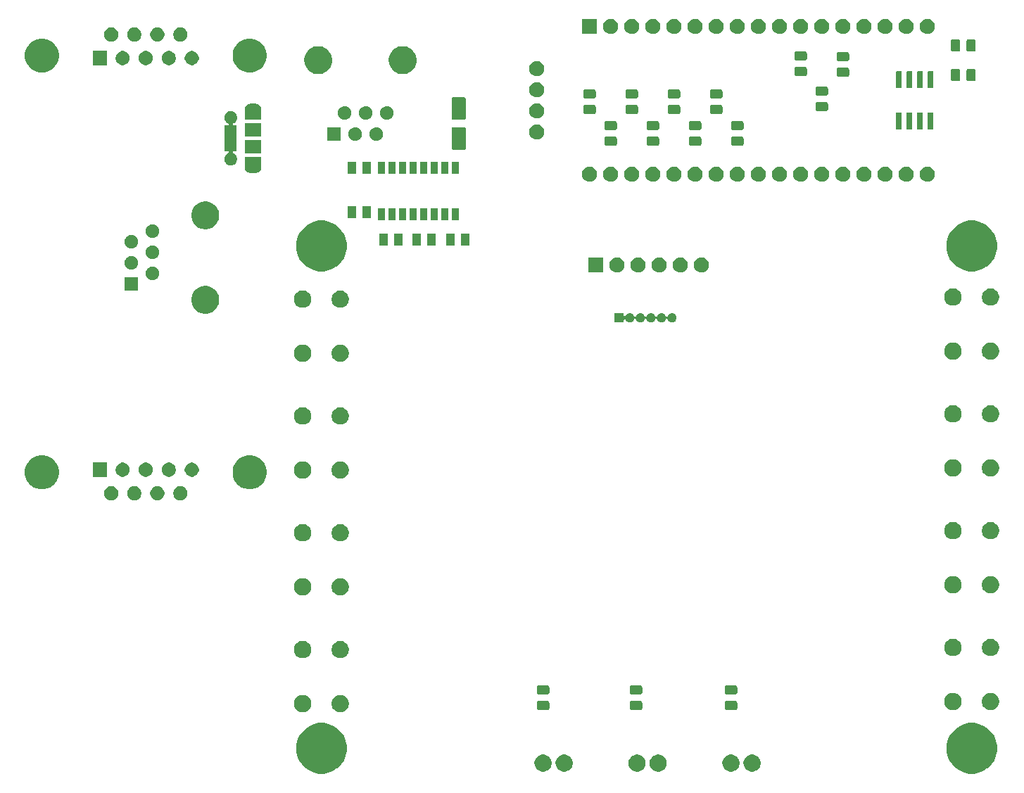
<source format=gbr>
G04 #@! TF.GenerationSoftware,KiCad,Pcbnew,(5.1.5)-3*
G04 #@! TF.CreationDate,2022-01-05T12:17:48-05:00*
G04 #@! TF.ProjectId,K3_RVFO,4b335f52-5646-44f2-9e6b-696361645f70,rev?*
G04 #@! TF.SameCoordinates,Original*
G04 #@! TF.FileFunction,Soldermask,Top*
G04 #@! TF.FilePolarity,Negative*
%FSLAX46Y46*%
G04 Gerber Fmt 4.6, Leading zero omitted, Abs format (unit mm)*
G04 Created by KiCad (PCBNEW (5.1.5)-3) date 2022-01-05 12:17:48*
%MOMM*%
%LPD*%
G04 APERTURE LIST*
%ADD10C,0.100000*%
G04 APERTURE END LIST*
D10*
G36*
X150749943Y-126860248D02*
G01*
X151305189Y-127090238D01*
X151305190Y-127090239D01*
X151804899Y-127424134D01*
X152229866Y-127849101D01*
X152229867Y-127849103D01*
X152563762Y-128348811D01*
X152793752Y-128904057D01*
X152911000Y-129493501D01*
X152911000Y-130094499D01*
X152793752Y-130683943D01*
X152563762Y-131239189D01*
X152409919Y-131469431D01*
X152229866Y-131738899D01*
X151804899Y-132163866D01*
X151697164Y-132235852D01*
X151305189Y-132497762D01*
X150749943Y-132727752D01*
X150160499Y-132845000D01*
X149559501Y-132845000D01*
X148970057Y-132727752D01*
X148414811Y-132497762D01*
X148022836Y-132235852D01*
X147915101Y-132163866D01*
X147490134Y-131738899D01*
X147310081Y-131469431D01*
X147156238Y-131239189D01*
X146926248Y-130683943D01*
X146809000Y-130094499D01*
X146809000Y-129493501D01*
X146926248Y-128904057D01*
X147156238Y-128348811D01*
X147490133Y-127849103D01*
X147490134Y-127849101D01*
X147915101Y-127424134D01*
X148414810Y-127090239D01*
X148414811Y-127090238D01*
X148970057Y-126860248D01*
X149559501Y-126743000D01*
X150160499Y-126743000D01*
X150749943Y-126860248D01*
G37*
G36*
X72517943Y-126860248D02*
G01*
X73073189Y-127090238D01*
X73073190Y-127090239D01*
X73572899Y-127424134D01*
X73997866Y-127849101D01*
X73997867Y-127849103D01*
X74331762Y-128348811D01*
X74561752Y-128904057D01*
X74679000Y-129493501D01*
X74679000Y-130094499D01*
X74561752Y-130683943D01*
X74331762Y-131239189D01*
X74177919Y-131469431D01*
X73997866Y-131738899D01*
X73572899Y-132163866D01*
X73465164Y-132235852D01*
X73073189Y-132497762D01*
X72517943Y-132727752D01*
X71928499Y-132845000D01*
X71327501Y-132845000D01*
X70738057Y-132727752D01*
X70182811Y-132497762D01*
X69790836Y-132235852D01*
X69683101Y-132163866D01*
X69258134Y-131738899D01*
X69078081Y-131469431D01*
X68924238Y-131239189D01*
X68694248Y-130683943D01*
X68577000Y-130094499D01*
X68577000Y-129493501D01*
X68694248Y-128904057D01*
X68924238Y-128348811D01*
X69258133Y-127849103D01*
X69258134Y-127849101D01*
X69683101Y-127424134D01*
X70182810Y-127090239D01*
X70182811Y-127090238D01*
X70738057Y-126860248D01*
X71327501Y-126743000D01*
X71928499Y-126743000D01*
X72517943Y-126860248D01*
G37*
G36*
X123747765Y-130570620D02*
G01*
X123937288Y-130649123D01*
X124107854Y-130763092D01*
X124252908Y-130908146D01*
X124252909Y-130908148D01*
X124366878Y-131078714D01*
X124445380Y-131268235D01*
X124485400Y-131469430D01*
X124485400Y-131674570D01*
X124472604Y-131738899D01*
X124445380Y-131875765D01*
X124366877Y-132065288D01*
X124252908Y-132235854D01*
X124107854Y-132380908D01*
X123937288Y-132494877D01*
X123937287Y-132494878D01*
X123937286Y-132494878D01*
X123747765Y-132573380D01*
X123546570Y-132613400D01*
X123341430Y-132613400D01*
X123140235Y-132573380D01*
X122950714Y-132494878D01*
X122950713Y-132494878D01*
X122950712Y-132494877D01*
X122780146Y-132380908D01*
X122635092Y-132235854D01*
X122521123Y-132065288D01*
X122442620Y-131875765D01*
X122415396Y-131738899D01*
X122402600Y-131674570D01*
X122402600Y-131469430D01*
X122442620Y-131268235D01*
X122521122Y-131078714D01*
X122635091Y-130908148D01*
X122635092Y-130908146D01*
X122780146Y-130763092D01*
X122950712Y-130649123D01*
X123140235Y-130570620D01*
X123341430Y-130530600D01*
X123546570Y-130530600D01*
X123747765Y-130570620D01*
G37*
G36*
X121207765Y-130570620D02*
G01*
X121397288Y-130649123D01*
X121567854Y-130763092D01*
X121712908Y-130908146D01*
X121712909Y-130908148D01*
X121826878Y-131078714D01*
X121905380Y-131268235D01*
X121945400Y-131469430D01*
X121945400Y-131674570D01*
X121932604Y-131738899D01*
X121905380Y-131875765D01*
X121826877Y-132065288D01*
X121712908Y-132235854D01*
X121567854Y-132380908D01*
X121397288Y-132494877D01*
X121397287Y-132494878D01*
X121397286Y-132494878D01*
X121207765Y-132573380D01*
X121006570Y-132613400D01*
X120801430Y-132613400D01*
X120600235Y-132573380D01*
X120410714Y-132494878D01*
X120410713Y-132494878D01*
X120410712Y-132494877D01*
X120240146Y-132380908D01*
X120095092Y-132235854D01*
X119981123Y-132065288D01*
X119902620Y-131875765D01*
X119875396Y-131738899D01*
X119862600Y-131674570D01*
X119862600Y-131469430D01*
X119902620Y-131268235D01*
X119981122Y-131078714D01*
X120095091Y-130908148D01*
X120095092Y-130908146D01*
X120240146Y-130763092D01*
X120410712Y-130649123D01*
X120600235Y-130570620D01*
X120801430Y-130530600D01*
X121006570Y-130530600D01*
X121207765Y-130570620D01*
G37*
G36*
X109904765Y-130570620D02*
G01*
X110094288Y-130649123D01*
X110264854Y-130763092D01*
X110409908Y-130908146D01*
X110409909Y-130908148D01*
X110523878Y-131078714D01*
X110602380Y-131268235D01*
X110642400Y-131469430D01*
X110642400Y-131674570D01*
X110629604Y-131738899D01*
X110602380Y-131875765D01*
X110523877Y-132065288D01*
X110409908Y-132235854D01*
X110264854Y-132380908D01*
X110094288Y-132494877D01*
X110094287Y-132494878D01*
X110094286Y-132494878D01*
X109904765Y-132573380D01*
X109703570Y-132613400D01*
X109498430Y-132613400D01*
X109297235Y-132573380D01*
X109107714Y-132494878D01*
X109107713Y-132494878D01*
X109107712Y-132494877D01*
X108937146Y-132380908D01*
X108792092Y-132235854D01*
X108678123Y-132065288D01*
X108599620Y-131875765D01*
X108572396Y-131738899D01*
X108559600Y-131674570D01*
X108559600Y-131469430D01*
X108599620Y-131268235D01*
X108678122Y-131078714D01*
X108792091Y-130908148D01*
X108792092Y-130908146D01*
X108937146Y-130763092D01*
X109107712Y-130649123D01*
X109297235Y-130570620D01*
X109498430Y-130530600D01*
X109703570Y-130530600D01*
X109904765Y-130570620D01*
G37*
G36*
X101141765Y-130570620D02*
G01*
X101331288Y-130649123D01*
X101501854Y-130763092D01*
X101646908Y-130908146D01*
X101646909Y-130908148D01*
X101760878Y-131078714D01*
X101839380Y-131268235D01*
X101879400Y-131469430D01*
X101879400Y-131674570D01*
X101866604Y-131738899D01*
X101839380Y-131875765D01*
X101760877Y-132065288D01*
X101646908Y-132235854D01*
X101501854Y-132380908D01*
X101331288Y-132494877D01*
X101331287Y-132494878D01*
X101331286Y-132494878D01*
X101141765Y-132573380D01*
X100940570Y-132613400D01*
X100735430Y-132613400D01*
X100534235Y-132573380D01*
X100344714Y-132494878D01*
X100344713Y-132494878D01*
X100344712Y-132494877D01*
X100174146Y-132380908D01*
X100029092Y-132235854D01*
X99915123Y-132065288D01*
X99836620Y-131875765D01*
X99809396Y-131738899D01*
X99796600Y-131674570D01*
X99796600Y-131469430D01*
X99836620Y-131268235D01*
X99915122Y-131078714D01*
X100029091Y-130908148D01*
X100029092Y-130908146D01*
X100174146Y-130763092D01*
X100344712Y-130649123D01*
X100534235Y-130570620D01*
X100735430Y-130530600D01*
X100940570Y-130530600D01*
X101141765Y-130570620D01*
G37*
G36*
X98601765Y-130570620D02*
G01*
X98791288Y-130649123D01*
X98961854Y-130763092D01*
X99106908Y-130908146D01*
X99106909Y-130908148D01*
X99220878Y-131078714D01*
X99299380Y-131268235D01*
X99339400Y-131469430D01*
X99339400Y-131674570D01*
X99326604Y-131738899D01*
X99299380Y-131875765D01*
X99220877Y-132065288D01*
X99106908Y-132235854D01*
X98961854Y-132380908D01*
X98791288Y-132494877D01*
X98791287Y-132494878D01*
X98791286Y-132494878D01*
X98601765Y-132573380D01*
X98400570Y-132613400D01*
X98195430Y-132613400D01*
X97994235Y-132573380D01*
X97804714Y-132494878D01*
X97804713Y-132494878D01*
X97804712Y-132494877D01*
X97634146Y-132380908D01*
X97489092Y-132235854D01*
X97375123Y-132065288D01*
X97296620Y-131875765D01*
X97269396Y-131738899D01*
X97256600Y-131674570D01*
X97256600Y-131469430D01*
X97296620Y-131268235D01*
X97375122Y-131078714D01*
X97489091Y-130908148D01*
X97489092Y-130908146D01*
X97634146Y-130763092D01*
X97804712Y-130649123D01*
X97994235Y-130570620D01*
X98195430Y-130530600D01*
X98400570Y-130530600D01*
X98601765Y-130570620D01*
G37*
G36*
X112444765Y-130570620D02*
G01*
X112634288Y-130649123D01*
X112804854Y-130763092D01*
X112949908Y-130908146D01*
X112949909Y-130908148D01*
X113063878Y-131078714D01*
X113142380Y-131268235D01*
X113182400Y-131469430D01*
X113182400Y-131674570D01*
X113169604Y-131738899D01*
X113142380Y-131875765D01*
X113063877Y-132065288D01*
X112949908Y-132235854D01*
X112804854Y-132380908D01*
X112634288Y-132494877D01*
X112634287Y-132494878D01*
X112634286Y-132494878D01*
X112444765Y-132573380D01*
X112243570Y-132613400D01*
X112038430Y-132613400D01*
X111837235Y-132573380D01*
X111647714Y-132494878D01*
X111647713Y-132494878D01*
X111647712Y-132494877D01*
X111477146Y-132380908D01*
X111332092Y-132235854D01*
X111218123Y-132065288D01*
X111139620Y-131875765D01*
X111112396Y-131738899D01*
X111099600Y-131674570D01*
X111099600Y-131469430D01*
X111139620Y-131268235D01*
X111218122Y-131078714D01*
X111332091Y-130908148D01*
X111332092Y-130908146D01*
X111477146Y-130763092D01*
X111647712Y-130649123D01*
X111837235Y-130570620D01*
X112038430Y-130530600D01*
X112243570Y-130530600D01*
X112444765Y-130570620D01*
G37*
G36*
X74192365Y-123407820D02*
G01*
X74381888Y-123486323D01*
X74552454Y-123600292D01*
X74697508Y-123745346D01*
X74811477Y-123915912D01*
X74811478Y-123915914D01*
X74889980Y-124105435D01*
X74930000Y-124306630D01*
X74930000Y-124511770D01*
X74889980Y-124712965D01*
X74846037Y-124819054D01*
X74811477Y-124902488D01*
X74697508Y-125073054D01*
X74552454Y-125218108D01*
X74381888Y-125332077D01*
X74381887Y-125332078D01*
X74381886Y-125332078D01*
X74192365Y-125410580D01*
X73991170Y-125450600D01*
X73786030Y-125450600D01*
X73584835Y-125410580D01*
X73395314Y-125332078D01*
X73395313Y-125332078D01*
X73395312Y-125332077D01*
X73224746Y-125218108D01*
X73079692Y-125073054D01*
X72965723Y-124902488D01*
X72931164Y-124819054D01*
X72887220Y-124712965D01*
X72847200Y-124511770D01*
X72847200Y-124306630D01*
X72887220Y-124105435D01*
X72965722Y-123915914D01*
X72965723Y-123915912D01*
X73079692Y-123745346D01*
X73224746Y-123600292D01*
X73395312Y-123486323D01*
X73584835Y-123407820D01*
X73786030Y-123367800D01*
X73991170Y-123367800D01*
X74192365Y-123407820D01*
G37*
G36*
X69671165Y-123407820D02*
G01*
X69860688Y-123486323D01*
X70031254Y-123600292D01*
X70176308Y-123745346D01*
X70290277Y-123915912D01*
X70290278Y-123915914D01*
X70368780Y-124105435D01*
X70408800Y-124306630D01*
X70408800Y-124511770D01*
X70368780Y-124712965D01*
X70324837Y-124819054D01*
X70290277Y-124902488D01*
X70176308Y-125073054D01*
X70031254Y-125218108D01*
X69860688Y-125332077D01*
X69860687Y-125332078D01*
X69860686Y-125332078D01*
X69671165Y-125410580D01*
X69469970Y-125450600D01*
X69264830Y-125450600D01*
X69063635Y-125410580D01*
X68874114Y-125332078D01*
X68874113Y-125332078D01*
X68874112Y-125332077D01*
X68703546Y-125218108D01*
X68558492Y-125073054D01*
X68444523Y-124902488D01*
X68409964Y-124819054D01*
X68366020Y-124712965D01*
X68326000Y-124511770D01*
X68326000Y-124306630D01*
X68366020Y-124105435D01*
X68444522Y-123915914D01*
X68444523Y-123915912D01*
X68558492Y-123745346D01*
X68703546Y-123600292D01*
X68874112Y-123486323D01*
X69063635Y-123407820D01*
X69264830Y-123367800D01*
X69469970Y-123367800D01*
X69671165Y-123407820D01*
G37*
G36*
X147903165Y-123153820D02*
G01*
X148063274Y-123220139D01*
X148092688Y-123232323D01*
X148263254Y-123346292D01*
X148408308Y-123491346D01*
X148522277Y-123661912D01*
X148522278Y-123661914D01*
X148600780Y-123851435D01*
X148640800Y-124052630D01*
X148640800Y-124257770D01*
X148619222Y-124366250D01*
X148600780Y-124458965D01*
X148522277Y-124648488D01*
X148408308Y-124819054D01*
X148263254Y-124964108D01*
X148092688Y-125078077D01*
X148092687Y-125078078D01*
X148092686Y-125078078D01*
X147903165Y-125156580D01*
X147701970Y-125196600D01*
X147496830Y-125196600D01*
X147295635Y-125156580D01*
X147106114Y-125078078D01*
X147106113Y-125078078D01*
X147106112Y-125078077D01*
X146935546Y-124964108D01*
X146790492Y-124819054D01*
X146676523Y-124648488D01*
X146598020Y-124458965D01*
X146579578Y-124366250D01*
X146558000Y-124257770D01*
X146558000Y-124052630D01*
X146598020Y-123851435D01*
X146676522Y-123661914D01*
X146676523Y-123661912D01*
X146790492Y-123491346D01*
X146935546Y-123346292D01*
X147106112Y-123232323D01*
X147135527Y-123220139D01*
X147295635Y-123153820D01*
X147496830Y-123113800D01*
X147701970Y-123113800D01*
X147903165Y-123153820D01*
G37*
G36*
X152424365Y-123153820D02*
G01*
X152584474Y-123220139D01*
X152613888Y-123232323D01*
X152784454Y-123346292D01*
X152929508Y-123491346D01*
X153043477Y-123661912D01*
X153043478Y-123661914D01*
X153121980Y-123851435D01*
X153162000Y-124052630D01*
X153162000Y-124257770D01*
X153140422Y-124366250D01*
X153121980Y-124458965D01*
X153043477Y-124648488D01*
X152929508Y-124819054D01*
X152784454Y-124964108D01*
X152613888Y-125078077D01*
X152613887Y-125078078D01*
X152613886Y-125078078D01*
X152424365Y-125156580D01*
X152223170Y-125196600D01*
X152018030Y-125196600D01*
X151816835Y-125156580D01*
X151627314Y-125078078D01*
X151627313Y-125078078D01*
X151627312Y-125078077D01*
X151456746Y-124964108D01*
X151311692Y-124819054D01*
X151197723Y-124648488D01*
X151119220Y-124458965D01*
X151100778Y-124366250D01*
X151079200Y-124257770D01*
X151079200Y-124052630D01*
X151119220Y-123851435D01*
X151197722Y-123661914D01*
X151197723Y-123661912D01*
X151311692Y-123491346D01*
X151456746Y-123346292D01*
X151627312Y-123232323D01*
X151656727Y-123220139D01*
X151816835Y-123153820D01*
X152018030Y-123113800D01*
X152223170Y-123113800D01*
X152424365Y-123153820D01*
G37*
G36*
X121488468Y-124101565D02*
G01*
X121527138Y-124113296D01*
X121562777Y-124132346D01*
X121594017Y-124157983D01*
X121619654Y-124189223D01*
X121638704Y-124224862D01*
X121650435Y-124263532D01*
X121655000Y-124309888D01*
X121655000Y-124961112D01*
X121650435Y-125007468D01*
X121638704Y-125046138D01*
X121619654Y-125081777D01*
X121594017Y-125113017D01*
X121562777Y-125138654D01*
X121527138Y-125157704D01*
X121488468Y-125169435D01*
X121442112Y-125174000D01*
X120365888Y-125174000D01*
X120319532Y-125169435D01*
X120280862Y-125157704D01*
X120245223Y-125138654D01*
X120213983Y-125113017D01*
X120188346Y-125081777D01*
X120169296Y-125046138D01*
X120157565Y-125007468D01*
X120153000Y-124961112D01*
X120153000Y-124309888D01*
X120157565Y-124263532D01*
X120169296Y-124224862D01*
X120188346Y-124189223D01*
X120213983Y-124157983D01*
X120245223Y-124132346D01*
X120280862Y-124113296D01*
X120319532Y-124101565D01*
X120365888Y-124097000D01*
X121442112Y-124097000D01*
X121488468Y-124101565D01*
G37*
G36*
X110058468Y-124101565D02*
G01*
X110097138Y-124113296D01*
X110132777Y-124132346D01*
X110164017Y-124157983D01*
X110189654Y-124189223D01*
X110208704Y-124224862D01*
X110220435Y-124263532D01*
X110225000Y-124309888D01*
X110225000Y-124961112D01*
X110220435Y-125007468D01*
X110208704Y-125046138D01*
X110189654Y-125081777D01*
X110164017Y-125113017D01*
X110132777Y-125138654D01*
X110097138Y-125157704D01*
X110058468Y-125169435D01*
X110012112Y-125174000D01*
X108935888Y-125174000D01*
X108889532Y-125169435D01*
X108850862Y-125157704D01*
X108815223Y-125138654D01*
X108783983Y-125113017D01*
X108758346Y-125081777D01*
X108739296Y-125046138D01*
X108727565Y-125007468D01*
X108723000Y-124961112D01*
X108723000Y-124309888D01*
X108727565Y-124263532D01*
X108739296Y-124224862D01*
X108758346Y-124189223D01*
X108783983Y-124157983D01*
X108815223Y-124132346D01*
X108850862Y-124113296D01*
X108889532Y-124101565D01*
X108935888Y-124097000D01*
X110012112Y-124097000D01*
X110058468Y-124101565D01*
G37*
G36*
X98882468Y-124101565D02*
G01*
X98921138Y-124113296D01*
X98956777Y-124132346D01*
X98988017Y-124157983D01*
X99013654Y-124189223D01*
X99032704Y-124224862D01*
X99044435Y-124263532D01*
X99049000Y-124309888D01*
X99049000Y-124961112D01*
X99044435Y-125007468D01*
X99032704Y-125046138D01*
X99013654Y-125081777D01*
X98988017Y-125113017D01*
X98956777Y-125138654D01*
X98921138Y-125157704D01*
X98882468Y-125169435D01*
X98836112Y-125174000D01*
X97759888Y-125174000D01*
X97713532Y-125169435D01*
X97674862Y-125157704D01*
X97639223Y-125138654D01*
X97607983Y-125113017D01*
X97582346Y-125081777D01*
X97563296Y-125046138D01*
X97551565Y-125007468D01*
X97547000Y-124961112D01*
X97547000Y-124309888D01*
X97551565Y-124263532D01*
X97563296Y-124224862D01*
X97582346Y-124189223D01*
X97607983Y-124157983D01*
X97639223Y-124132346D01*
X97674862Y-124113296D01*
X97713532Y-124101565D01*
X97759888Y-124097000D01*
X98836112Y-124097000D01*
X98882468Y-124101565D01*
G37*
G36*
X121488468Y-122226565D02*
G01*
X121527138Y-122238296D01*
X121562777Y-122257346D01*
X121594017Y-122282983D01*
X121619654Y-122314223D01*
X121638704Y-122349862D01*
X121650435Y-122388532D01*
X121655000Y-122434888D01*
X121655000Y-123086112D01*
X121650435Y-123132468D01*
X121638704Y-123171138D01*
X121619654Y-123206777D01*
X121594017Y-123238017D01*
X121562777Y-123263654D01*
X121527138Y-123282704D01*
X121488468Y-123294435D01*
X121442112Y-123299000D01*
X120365888Y-123299000D01*
X120319532Y-123294435D01*
X120280862Y-123282704D01*
X120245223Y-123263654D01*
X120213983Y-123238017D01*
X120188346Y-123206777D01*
X120169296Y-123171138D01*
X120157565Y-123132468D01*
X120153000Y-123086112D01*
X120153000Y-122434888D01*
X120157565Y-122388532D01*
X120169296Y-122349862D01*
X120188346Y-122314223D01*
X120213983Y-122282983D01*
X120245223Y-122257346D01*
X120280862Y-122238296D01*
X120319532Y-122226565D01*
X120365888Y-122222000D01*
X121442112Y-122222000D01*
X121488468Y-122226565D01*
G37*
G36*
X110058468Y-122226565D02*
G01*
X110097138Y-122238296D01*
X110132777Y-122257346D01*
X110164017Y-122282983D01*
X110189654Y-122314223D01*
X110208704Y-122349862D01*
X110220435Y-122388532D01*
X110225000Y-122434888D01*
X110225000Y-123086112D01*
X110220435Y-123132468D01*
X110208704Y-123171138D01*
X110189654Y-123206777D01*
X110164017Y-123238017D01*
X110132777Y-123263654D01*
X110097138Y-123282704D01*
X110058468Y-123294435D01*
X110012112Y-123299000D01*
X108935888Y-123299000D01*
X108889532Y-123294435D01*
X108850862Y-123282704D01*
X108815223Y-123263654D01*
X108783983Y-123238017D01*
X108758346Y-123206777D01*
X108739296Y-123171138D01*
X108727565Y-123132468D01*
X108723000Y-123086112D01*
X108723000Y-122434888D01*
X108727565Y-122388532D01*
X108739296Y-122349862D01*
X108758346Y-122314223D01*
X108783983Y-122282983D01*
X108815223Y-122257346D01*
X108850862Y-122238296D01*
X108889532Y-122226565D01*
X108935888Y-122222000D01*
X110012112Y-122222000D01*
X110058468Y-122226565D01*
G37*
G36*
X98882468Y-122226565D02*
G01*
X98921138Y-122238296D01*
X98956777Y-122257346D01*
X98988017Y-122282983D01*
X99013654Y-122314223D01*
X99032704Y-122349862D01*
X99044435Y-122388532D01*
X99049000Y-122434888D01*
X99049000Y-123086112D01*
X99044435Y-123132468D01*
X99032704Y-123171138D01*
X99013654Y-123206777D01*
X98988017Y-123238017D01*
X98956777Y-123263654D01*
X98921138Y-123282704D01*
X98882468Y-123294435D01*
X98836112Y-123299000D01*
X97759888Y-123299000D01*
X97713532Y-123294435D01*
X97674862Y-123282704D01*
X97639223Y-123263654D01*
X97607983Y-123238017D01*
X97582346Y-123206777D01*
X97563296Y-123171138D01*
X97551565Y-123132468D01*
X97547000Y-123086112D01*
X97547000Y-122434888D01*
X97551565Y-122388532D01*
X97563296Y-122349862D01*
X97582346Y-122314223D01*
X97607983Y-122282983D01*
X97639223Y-122257346D01*
X97674862Y-122238296D01*
X97713532Y-122226565D01*
X97759888Y-122222000D01*
X98836112Y-122222000D01*
X98882468Y-122226565D01*
G37*
G36*
X69671165Y-116905420D02*
G01*
X69860688Y-116983923D01*
X70031254Y-117097892D01*
X70176308Y-117242946D01*
X70290277Y-117413512D01*
X70290278Y-117413514D01*
X70368780Y-117603035D01*
X70408800Y-117804230D01*
X70408800Y-118009370D01*
X70368780Y-118210565D01*
X70324837Y-118316654D01*
X70290277Y-118400088D01*
X70176308Y-118570654D01*
X70031254Y-118715708D01*
X69860688Y-118829677D01*
X69860687Y-118829678D01*
X69860686Y-118829678D01*
X69671165Y-118908180D01*
X69469970Y-118948200D01*
X69264830Y-118948200D01*
X69063635Y-118908180D01*
X68874114Y-118829678D01*
X68874113Y-118829678D01*
X68874112Y-118829677D01*
X68703546Y-118715708D01*
X68558492Y-118570654D01*
X68444523Y-118400088D01*
X68409964Y-118316654D01*
X68366020Y-118210565D01*
X68326000Y-118009370D01*
X68326000Y-117804230D01*
X68366020Y-117603035D01*
X68444522Y-117413514D01*
X68444523Y-117413512D01*
X68558492Y-117242946D01*
X68703546Y-117097892D01*
X68874112Y-116983923D01*
X69063635Y-116905420D01*
X69264830Y-116865400D01*
X69469970Y-116865400D01*
X69671165Y-116905420D01*
G37*
G36*
X74192365Y-116905420D02*
G01*
X74381888Y-116983923D01*
X74552454Y-117097892D01*
X74697508Y-117242946D01*
X74811477Y-117413512D01*
X74811478Y-117413514D01*
X74889980Y-117603035D01*
X74930000Y-117804230D01*
X74930000Y-118009370D01*
X74889980Y-118210565D01*
X74846037Y-118316654D01*
X74811477Y-118400088D01*
X74697508Y-118570654D01*
X74552454Y-118715708D01*
X74381888Y-118829677D01*
X74381887Y-118829678D01*
X74381886Y-118829678D01*
X74192365Y-118908180D01*
X73991170Y-118948200D01*
X73786030Y-118948200D01*
X73584835Y-118908180D01*
X73395314Y-118829678D01*
X73395313Y-118829678D01*
X73395312Y-118829677D01*
X73224746Y-118715708D01*
X73079692Y-118570654D01*
X72965723Y-118400088D01*
X72931164Y-118316654D01*
X72887220Y-118210565D01*
X72847200Y-118009370D01*
X72847200Y-117804230D01*
X72887220Y-117603035D01*
X72965722Y-117413514D01*
X72965723Y-117413512D01*
X73079692Y-117242946D01*
X73224746Y-117097892D01*
X73395312Y-116983923D01*
X73584835Y-116905420D01*
X73786030Y-116865400D01*
X73991170Y-116865400D01*
X74192365Y-116905420D01*
G37*
G36*
X147903165Y-116651420D02*
G01*
X148092688Y-116729923D01*
X148263254Y-116843892D01*
X148408308Y-116988946D01*
X148522277Y-117159512D01*
X148522278Y-117159514D01*
X148556837Y-117242948D01*
X148600780Y-117349035D01*
X148640800Y-117550231D01*
X148640800Y-117755369D01*
X148600780Y-117956565D01*
X148522277Y-118146088D01*
X148408308Y-118316654D01*
X148263254Y-118461708D01*
X148092688Y-118575677D01*
X148092687Y-118575678D01*
X148092686Y-118575678D01*
X147903165Y-118654180D01*
X147701970Y-118694200D01*
X147496830Y-118694200D01*
X147295635Y-118654180D01*
X147106114Y-118575678D01*
X147106113Y-118575678D01*
X147106112Y-118575677D01*
X146935546Y-118461708D01*
X146790492Y-118316654D01*
X146676523Y-118146088D01*
X146598020Y-117956565D01*
X146558000Y-117755369D01*
X146558000Y-117550231D01*
X146598020Y-117349035D01*
X146641963Y-117242948D01*
X146676522Y-117159514D01*
X146676523Y-117159512D01*
X146790492Y-116988946D01*
X146935546Y-116843892D01*
X147106112Y-116729923D01*
X147295635Y-116651420D01*
X147496830Y-116611400D01*
X147701970Y-116611400D01*
X147903165Y-116651420D01*
G37*
G36*
X152424365Y-116651420D02*
G01*
X152613888Y-116729923D01*
X152784454Y-116843892D01*
X152929508Y-116988946D01*
X153043477Y-117159512D01*
X153043478Y-117159514D01*
X153078037Y-117242948D01*
X153121980Y-117349035D01*
X153162000Y-117550231D01*
X153162000Y-117755369D01*
X153121980Y-117956565D01*
X153043477Y-118146088D01*
X152929508Y-118316654D01*
X152784454Y-118461708D01*
X152613888Y-118575677D01*
X152613887Y-118575678D01*
X152613886Y-118575678D01*
X152424365Y-118654180D01*
X152223170Y-118694200D01*
X152018030Y-118694200D01*
X151816835Y-118654180D01*
X151627314Y-118575678D01*
X151627313Y-118575678D01*
X151627312Y-118575677D01*
X151456746Y-118461708D01*
X151311692Y-118316654D01*
X151197723Y-118146088D01*
X151119220Y-117956565D01*
X151079200Y-117755369D01*
X151079200Y-117550231D01*
X151119220Y-117349035D01*
X151163163Y-117242948D01*
X151197722Y-117159514D01*
X151197723Y-117159512D01*
X151311692Y-116988946D01*
X151456746Y-116843892D01*
X151627312Y-116729923D01*
X151816835Y-116651420D01*
X152018030Y-116611400D01*
X152223170Y-116611400D01*
X152424365Y-116651420D01*
G37*
G36*
X69671165Y-109353152D02*
G01*
X69860688Y-109431655D01*
X70031254Y-109545624D01*
X70176308Y-109690678D01*
X70290277Y-109861244D01*
X70290278Y-109861246D01*
X70368780Y-110050767D01*
X70408800Y-110251962D01*
X70408800Y-110457102D01*
X70368780Y-110658297D01*
X70324837Y-110764386D01*
X70290277Y-110847820D01*
X70176308Y-111018386D01*
X70031254Y-111163440D01*
X69860688Y-111277409D01*
X69860687Y-111277410D01*
X69860686Y-111277410D01*
X69671165Y-111355912D01*
X69469970Y-111395932D01*
X69264830Y-111395932D01*
X69063635Y-111355912D01*
X68874114Y-111277410D01*
X68874113Y-111277410D01*
X68874112Y-111277409D01*
X68703546Y-111163440D01*
X68558492Y-111018386D01*
X68444523Y-110847820D01*
X68409964Y-110764386D01*
X68366020Y-110658297D01*
X68326000Y-110457102D01*
X68326000Y-110251962D01*
X68366020Y-110050767D01*
X68444522Y-109861246D01*
X68444523Y-109861244D01*
X68558492Y-109690678D01*
X68703546Y-109545624D01*
X68874112Y-109431655D01*
X69063635Y-109353152D01*
X69264830Y-109313132D01*
X69469970Y-109313132D01*
X69671165Y-109353152D01*
G37*
G36*
X74192365Y-109353152D02*
G01*
X74381888Y-109431655D01*
X74552454Y-109545624D01*
X74697508Y-109690678D01*
X74811477Y-109861244D01*
X74811478Y-109861246D01*
X74889980Y-110050767D01*
X74930000Y-110251962D01*
X74930000Y-110457102D01*
X74889980Y-110658297D01*
X74846037Y-110764386D01*
X74811477Y-110847820D01*
X74697508Y-111018386D01*
X74552454Y-111163440D01*
X74381888Y-111277409D01*
X74381887Y-111277410D01*
X74381886Y-111277410D01*
X74192365Y-111355912D01*
X73991170Y-111395932D01*
X73786030Y-111395932D01*
X73584835Y-111355912D01*
X73395314Y-111277410D01*
X73395313Y-111277410D01*
X73395312Y-111277409D01*
X73224746Y-111163440D01*
X73079692Y-111018386D01*
X72965723Y-110847820D01*
X72931164Y-110764386D01*
X72887220Y-110658297D01*
X72847200Y-110457102D01*
X72847200Y-110251962D01*
X72887220Y-110050767D01*
X72965722Y-109861246D01*
X72965723Y-109861244D01*
X73079692Y-109690678D01*
X73224746Y-109545624D01*
X73395312Y-109431655D01*
X73584835Y-109353152D01*
X73786030Y-109313132D01*
X73991170Y-109313132D01*
X74192365Y-109353152D01*
G37*
G36*
X147903165Y-109099152D02*
G01*
X148092688Y-109177655D01*
X148263254Y-109291624D01*
X148408308Y-109436678D01*
X148522277Y-109607244D01*
X148522278Y-109607246D01*
X148556837Y-109690680D01*
X148600780Y-109796767D01*
X148640800Y-109997963D01*
X148640800Y-110203101D01*
X148600780Y-110404297D01*
X148522277Y-110593820D01*
X148408308Y-110764386D01*
X148263254Y-110909440D01*
X148092688Y-111023409D01*
X148092687Y-111023410D01*
X148092686Y-111023410D01*
X147903165Y-111101912D01*
X147701970Y-111141932D01*
X147496830Y-111141932D01*
X147295635Y-111101912D01*
X147106114Y-111023410D01*
X147106113Y-111023410D01*
X147106112Y-111023409D01*
X146935546Y-110909440D01*
X146790492Y-110764386D01*
X146676523Y-110593820D01*
X146598020Y-110404297D01*
X146558000Y-110203101D01*
X146558000Y-109997963D01*
X146598020Y-109796767D01*
X146641963Y-109690680D01*
X146676522Y-109607246D01*
X146676523Y-109607244D01*
X146790492Y-109436678D01*
X146935546Y-109291624D01*
X147106112Y-109177655D01*
X147295635Y-109099152D01*
X147496830Y-109059132D01*
X147701970Y-109059132D01*
X147903165Y-109099152D01*
G37*
G36*
X152424365Y-109099152D02*
G01*
X152613888Y-109177655D01*
X152784454Y-109291624D01*
X152929508Y-109436678D01*
X153043477Y-109607244D01*
X153043478Y-109607246D01*
X153078037Y-109690680D01*
X153121980Y-109796767D01*
X153162000Y-109997963D01*
X153162000Y-110203101D01*
X153121980Y-110404297D01*
X153043477Y-110593820D01*
X152929508Y-110764386D01*
X152784454Y-110909440D01*
X152613888Y-111023409D01*
X152613887Y-111023410D01*
X152613886Y-111023410D01*
X152424365Y-111101912D01*
X152223170Y-111141932D01*
X152018030Y-111141932D01*
X151816835Y-111101912D01*
X151627314Y-111023410D01*
X151627313Y-111023410D01*
X151627312Y-111023409D01*
X151456746Y-110909440D01*
X151311692Y-110764386D01*
X151197723Y-110593820D01*
X151119220Y-110404297D01*
X151079200Y-110203101D01*
X151079200Y-109997963D01*
X151119220Y-109796767D01*
X151163163Y-109690680D01*
X151197722Y-109607246D01*
X151197723Y-109607244D01*
X151311692Y-109436678D01*
X151456746Y-109291624D01*
X151627312Y-109177655D01*
X151816835Y-109099152D01*
X152018030Y-109059132D01*
X152223170Y-109059132D01*
X152424365Y-109099152D01*
G37*
G36*
X69671165Y-102850752D02*
G01*
X69860688Y-102929255D01*
X70031254Y-103043224D01*
X70176308Y-103188278D01*
X70290277Y-103358844D01*
X70290278Y-103358846D01*
X70368780Y-103548367D01*
X70408800Y-103749562D01*
X70408800Y-103954702D01*
X70368780Y-104155897D01*
X70324837Y-104261986D01*
X70290277Y-104345420D01*
X70176308Y-104515986D01*
X70031254Y-104661040D01*
X69860688Y-104775009D01*
X69860687Y-104775010D01*
X69860686Y-104775010D01*
X69671165Y-104853512D01*
X69469970Y-104893532D01*
X69264830Y-104893532D01*
X69063635Y-104853512D01*
X68874114Y-104775010D01*
X68874113Y-104775010D01*
X68874112Y-104775009D01*
X68703546Y-104661040D01*
X68558492Y-104515986D01*
X68444523Y-104345420D01*
X68409964Y-104261986D01*
X68366020Y-104155897D01*
X68326000Y-103954702D01*
X68326000Y-103749562D01*
X68366020Y-103548367D01*
X68444522Y-103358846D01*
X68444523Y-103358844D01*
X68558492Y-103188278D01*
X68703546Y-103043224D01*
X68874112Y-102929255D01*
X69063635Y-102850752D01*
X69264830Y-102810732D01*
X69469970Y-102810732D01*
X69671165Y-102850752D01*
G37*
G36*
X74192365Y-102850752D02*
G01*
X74381888Y-102929255D01*
X74552454Y-103043224D01*
X74697508Y-103188278D01*
X74811477Y-103358844D01*
X74811478Y-103358846D01*
X74889980Y-103548367D01*
X74930000Y-103749562D01*
X74930000Y-103954702D01*
X74889980Y-104155897D01*
X74846037Y-104261986D01*
X74811477Y-104345420D01*
X74697508Y-104515986D01*
X74552454Y-104661040D01*
X74381888Y-104775009D01*
X74381887Y-104775010D01*
X74381886Y-104775010D01*
X74192365Y-104853512D01*
X73991170Y-104893532D01*
X73786030Y-104893532D01*
X73584835Y-104853512D01*
X73395314Y-104775010D01*
X73395313Y-104775010D01*
X73395312Y-104775009D01*
X73224746Y-104661040D01*
X73079692Y-104515986D01*
X72965723Y-104345420D01*
X72931164Y-104261986D01*
X72887220Y-104155897D01*
X72847200Y-103954702D01*
X72847200Y-103749562D01*
X72887220Y-103548367D01*
X72965722Y-103358846D01*
X72965723Y-103358844D01*
X73079692Y-103188278D01*
X73224746Y-103043224D01*
X73395312Y-102929255D01*
X73584835Y-102850752D01*
X73786030Y-102810732D01*
X73991170Y-102810732D01*
X74192365Y-102850752D01*
G37*
G36*
X152424365Y-102596752D02*
G01*
X152613888Y-102675255D01*
X152784454Y-102789224D01*
X152929508Y-102934278D01*
X153043477Y-103104844D01*
X153043478Y-103104846D01*
X153078037Y-103188280D01*
X153121980Y-103294367D01*
X153162000Y-103495563D01*
X153162000Y-103700701D01*
X153121980Y-103901897D01*
X153043477Y-104091420D01*
X152929508Y-104261986D01*
X152784454Y-104407040D01*
X152613888Y-104521009D01*
X152613887Y-104521010D01*
X152613886Y-104521010D01*
X152424365Y-104599512D01*
X152223170Y-104639532D01*
X152018030Y-104639532D01*
X151816835Y-104599512D01*
X151627314Y-104521010D01*
X151627313Y-104521010D01*
X151627312Y-104521009D01*
X151456746Y-104407040D01*
X151311692Y-104261986D01*
X151197723Y-104091420D01*
X151119220Y-103901897D01*
X151079200Y-103700701D01*
X151079200Y-103495563D01*
X151119220Y-103294367D01*
X151163163Y-103188280D01*
X151197722Y-103104846D01*
X151197723Y-103104844D01*
X151311692Y-102934278D01*
X151456746Y-102789224D01*
X151627312Y-102675255D01*
X151816835Y-102596752D01*
X152018030Y-102556732D01*
X152223170Y-102556732D01*
X152424365Y-102596752D01*
G37*
G36*
X147903165Y-102596752D02*
G01*
X148092688Y-102675255D01*
X148263254Y-102789224D01*
X148408308Y-102934278D01*
X148522277Y-103104844D01*
X148522278Y-103104846D01*
X148556837Y-103188280D01*
X148600780Y-103294367D01*
X148640800Y-103495563D01*
X148640800Y-103700701D01*
X148600780Y-103901897D01*
X148522277Y-104091420D01*
X148408308Y-104261986D01*
X148263254Y-104407040D01*
X148092688Y-104521009D01*
X148092687Y-104521010D01*
X148092686Y-104521010D01*
X147903165Y-104599512D01*
X147701970Y-104639532D01*
X147496830Y-104639532D01*
X147295635Y-104599512D01*
X147106114Y-104521010D01*
X147106113Y-104521010D01*
X147106112Y-104521009D01*
X146935546Y-104407040D01*
X146790492Y-104261986D01*
X146676523Y-104091420D01*
X146598020Y-103901897D01*
X146558000Y-103700701D01*
X146558000Y-103495563D01*
X146598020Y-103294367D01*
X146641963Y-103188280D01*
X146676522Y-103104846D01*
X146676523Y-103104844D01*
X146790492Y-102934278D01*
X146935546Y-102789224D01*
X147106112Y-102675255D01*
X147295635Y-102596752D01*
X147496830Y-102556732D01*
X147701970Y-102556732D01*
X147903165Y-102596752D01*
G37*
G36*
X49361228Y-98287703D02*
G01*
X49516100Y-98351853D01*
X49655481Y-98444985D01*
X49774015Y-98563519D01*
X49867147Y-98702900D01*
X49931297Y-98857772D01*
X49964000Y-99022184D01*
X49964000Y-99189816D01*
X49931297Y-99354228D01*
X49867147Y-99509100D01*
X49774015Y-99648481D01*
X49655481Y-99767015D01*
X49516100Y-99860147D01*
X49361228Y-99924297D01*
X49196816Y-99957000D01*
X49029184Y-99957000D01*
X48864772Y-99924297D01*
X48709900Y-99860147D01*
X48570519Y-99767015D01*
X48451985Y-99648481D01*
X48358853Y-99509100D01*
X48294703Y-99354228D01*
X48262000Y-99189816D01*
X48262000Y-99022184D01*
X48294703Y-98857772D01*
X48358853Y-98702900D01*
X48451985Y-98563519D01*
X48570519Y-98444985D01*
X48709900Y-98351853D01*
X48864772Y-98287703D01*
X49029184Y-98255000D01*
X49196816Y-98255000D01*
X49361228Y-98287703D01*
G37*
G36*
X46591228Y-98287703D02*
G01*
X46746100Y-98351853D01*
X46885481Y-98444985D01*
X47004015Y-98563519D01*
X47097147Y-98702900D01*
X47161297Y-98857772D01*
X47194000Y-99022184D01*
X47194000Y-99189816D01*
X47161297Y-99354228D01*
X47097147Y-99509100D01*
X47004015Y-99648481D01*
X46885481Y-99767015D01*
X46746100Y-99860147D01*
X46591228Y-99924297D01*
X46426816Y-99957000D01*
X46259184Y-99957000D01*
X46094772Y-99924297D01*
X45939900Y-99860147D01*
X45800519Y-99767015D01*
X45681985Y-99648481D01*
X45588853Y-99509100D01*
X45524703Y-99354228D01*
X45492000Y-99189816D01*
X45492000Y-99022184D01*
X45524703Y-98857772D01*
X45588853Y-98702900D01*
X45681985Y-98563519D01*
X45800519Y-98444985D01*
X45939900Y-98351853D01*
X46094772Y-98287703D01*
X46259184Y-98255000D01*
X46426816Y-98255000D01*
X46591228Y-98287703D01*
G37*
G36*
X52131228Y-98287703D02*
G01*
X52286100Y-98351853D01*
X52425481Y-98444985D01*
X52544015Y-98563519D01*
X52637147Y-98702900D01*
X52701297Y-98857772D01*
X52734000Y-99022184D01*
X52734000Y-99189816D01*
X52701297Y-99354228D01*
X52637147Y-99509100D01*
X52544015Y-99648481D01*
X52425481Y-99767015D01*
X52286100Y-99860147D01*
X52131228Y-99924297D01*
X51966816Y-99957000D01*
X51799184Y-99957000D01*
X51634772Y-99924297D01*
X51479900Y-99860147D01*
X51340519Y-99767015D01*
X51221985Y-99648481D01*
X51128853Y-99509100D01*
X51064703Y-99354228D01*
X51032000Y-99189816D01*
X51032000Y-99022184D01*
X51064703Y-98857772D01*
X51128853Y-98702900D01*
X51221985Y-98563519D01*
X51340519Y-98444985D01*
X51479900Y-98351853D01*
X51634772Y-98287703D01*
X51799184Y-98255000D01*
X51966816Y-98255000D01*
X52131228Y-98287703D01*
G37*
G36*
X54901228Y-98287703D02*
G01*
X55056100Y-98351853D01*
X55195481Y-98444985D01*
X55314015Y-98563519D01*
X55407147Y-98702900D01*
X55471297Y-98857772D01*
X55504000Y-99022184D01*
X55504000Y-99189816D01*
X55471297Y-99354228D01*
X55407147Y-99509100D01*
X55314015Y-99648481D01*
X55195481Y-99767015D01*
X55056100Y-99860147D01*
X54901228Y-99924297D01*
X54736816Y-99957000D01*
X54569184Y-99957000D01*
X54404772Y-99924297D01*
X54249900Y-99860147D01*
X54110519Y-99767015D01*
X53991985Y-99648481D01*
X53898853Y-99509100D01*
X53834703Y-99354228D01*
X53802000Y-99189816D01*
X53802000Y-99022184D01*
X53834703Y-98857772D01*
X53898853Y-98702900D01*
X53991985Y-98563519D01*
X54110519Y-98444985D01*
X54249900Y-98351853D01*
X54404772Y-98287703D01*
X54569184Y-98255000D01*
X54736816Y-98255000D01*
X54901228Y-98287703D01*
G37*
G36*
X63596254Y-94593818D02*
G01*
X63969511Y-94748426D01*
X63969513Y-94748427D01*
X64305436Y-94972884D01*
X64591116Y-95258564D01*
X64787572Y-95552580D01*
X64815574Y-95594489D01*
X64970182Y-95967746D01*
X65049000Y-96363993D01*
X65049000Y-96768007D01*
X64970182Y-97164254D01*
X64913438Y-97301246D01*
X64815573Y-97537513D01*
X64591116Y-97873436D01*
X64305436Y-98159116D01*
X63969513Y-98383573D01*
X63969512Y-98383574D01*
X63969511Y-98383574D01*
X63596254Y-98538182D01*
X63200007Y-98617000D01*
X62795993Y-98617000D01*
X62399746Y-98538182D01*
X62026489Y-98383574D01*
X62026488Y-98383574D01*
X62026487Y-98383573D01*
X61690564Y-98159116D01*
X61404884Y-97873436D01*
X61180427Y-97537513D01*
X61082562Y-97301246D01*
X61025818Y-97164254D01*
X60947000Y-96768007D01*
X60947000Y-96363993D01*
X61025818Y-95967746D01*
X61180426Y-95594489D01*
X61208429Y-95552580D01*
X61404884Y-95258564D01*
X61690564Y-94972884D01*
X62026487Y-94748427D01*
X62026489Y-94748426D01*
X62399746Y-94593818D01*
X62795993Y-94515000D01*
X63200007Y-94515000D01*
X63596254Y-94593818D01*
G37*
G36*
X38596254Y-94593818D02*
G01*
X38969511Y-94748426D01*
X38969513Y-94748427D01*
X39305436Y-94972884D01*
X39591116Y-95258564D01*
X39787572Y-95552580D01*
X39815574Y-95594489D01*
X39970182Y-95967746D01*
X40049000Y-96363993D01*
X40049000Y-96768007D01*
X39970182Y-97164254D01*
X39913438Y-97301246D01*
X39815573Y-97537513D01*
X39591116Y-97873436D01*
X39305436Y-98159116D01*
X38969513Y-98383573D01*
X38969512Y-98383574D01*
X38969511Y-98383574D01*
X38596254Y-98538182D01*
X38200007Y-98617000D01*
X37795993Y-98617000D01*
X37399746Y-98538182D01*
X37026489Y-98383574D01*
X37026488Y-98383574D01*
X37026487Y-98383573D01*
X36690564Y-98159116D01*
X36404884Y-97873436D01*
X36180427Y-97537513D01*
X36082562Y-97301246D01*
X36025818Y-97164254D01*
X35947000Y-96768007D01*
X35947000Y-96363993D01*
X36025818Y-95967746D01*
X36180426Y-95594489D01*
X36208429Y-95552580D01*
X36404884Y-95258564D01*
X36690564Y-94972884D01*
X37026487Y-94748427D01*
X37026489Y-94748426D01*
X37399746Y-94593818D01*
X37795993Y-94515000D01*
X38200007Y-94515000D01*
X38596254Y-94593818D01*
G37*
G36*
X74192365Y-95298486D02*
G01*
X74381888Y-95376989D01*
X74552454Y-95490958D01*
X74697508Y-95636012D01*
X74811477Y-95806578D01*
X74811478Y-95806580D01*
X74889980Y-95996101D01*
X74930000Y-96197296D01*
X74930000Y-96402436D01*
X74889980Y-96603631D01*
X74846037Y-96709720D01*
X74811477Y-96793154D01*
X74697508Y-96963720D01*
X74552454Y-97108774D01*
X74381888Y-97222743D01*
X74381887Y-97222744D01*
X74381886Y-97222744D01*
X74192365Y-97301246D01*
X73991170Y-97341266D01*
X73786030Y-97341266D01*
X73584835Y-97301246D01*
X73395314Y-97222744D01*
X73395313Y-97222744D01*
X73395312Y-97222743D01*
X73224746Y-97108774D01*
X73079692Y-96963720D01*
X72965723Y-96793154D01*
X72931164Y-96709720D01*
X72887220Y-96603631D01*
X72847200Y-96402436D01*
X72847200Y-96197296D01*
X72887220Y-95996101D01*
X72965722Y-95806580D01*
X72965723Y-95806578D01*
X73079692Y-95636012D01*
X73224746Y-95490958D01*
X73395312Y-95376989D01*
X73584835Y-95298486D01*
X73786030Y-95258466D01*
X73991170Y-95258466D01*
X74192365Y-95298486D01*
G37*
G36*
X69671165Y-95298486D02*
G01*
X69860688Y-95376989D01*
X70031254Y-95490958D01*
X70176308Y-95636012D01*
X70290277Y-95806578D01*
X70290278Y-95806580D01*
X70368780Y-95996101D01*
X70408800Y-96197296D01*
X70408800Y-96402436D01*
X70368780Y-96603631D01*
X70324837Y-96709720D01*
X70290277Y-96793154D01*
X70176308Y-96963720D01*
X70031254Y-97108774D01*
X69860688Y-97222743D01*
X69860687Y-97222744D01*
X69860686Y-97222744D01*
X69671165Y-97301246D01*
X69469970Y-97341266D01*
X69264830Y-97341266D01*
X69063635Y-97301246D01*
X68874114Y-97222744D01*
X68874113Y-97222744D01*
X68874112Y-97222743D01*
X68703546Y-97108774D01*
X68558492Y-96963720D01*
X68444523Y-96793154D01*
X68409964Y-96709720D01*
X68366020Y-96603631D01*
X68326000Y-96402436D01*
X68326000Y-96197296D01*
X68366020Y-95996101D01*
X68444522Y-95806580D01*
X68444523Y-95806578D01*
X68558492Y-95636012D01*
X68703546Y-95490958D01*
X68874112Y-95376989D01*
X69063635Y-95298486D01*
X69264830Y-95258466D01*
X69469970Y-95258466D01*
X69671165Y-95298486D01*
G37*
G36*
X45809000Y-97117000D02*
G01*
X44107000Y-97117000D01*
X44107000Y-95415000D01*
X45809000Y-95415000D01*
X45809000Y-97117000D01*
G37*
G36*
X47976228Y-95447703D02*
G01*
X48131100Y-95511853D01*
X48270481Y-95604985D01*
X48389015Y-95723519D01*
X48482147Y-95862900D01*
X48546297Y-96017772D01*
X48579000Y-96182184D01*
X48579000Y-96349816D01*
X48546297Y-96514228D01*
X48482147Y-96669100D01*
X48389015Y-96808481D01*
X48270481Y-96927015D01*
X48131100Y-97020147D01*
X47976228Y-97084297D01*
X47811816Y-97117000D01*
X47644184Y-97117000D01*
X47479772Y-97084297D01*
X47324900Y-97020147D01*
X47185519Y-96927015D01*
X47066985Y-96808481D01*
X46973853Y-96669100D01*
X46909703Y-96514228D01*
X46877000Y-96349816D01*
X46877000Y-96182184D01*
X46909703Y-96017772D01*
X46973853Y-95862900D01*
X47066985Y-95723519D01*
X47185519Y-95604985D01*
X47324900Y-95511853D01*
X47479772Y-95447703D01*
X47644184Y-95415000D01*
X47811816Y-95415000D01*
X47976228Y-95447703D01*
G37*
G36*
X53516228Y-95447703D02*
G01*
X53671100Y-95511853D01*
X53810481Y-95604985D01*
X53929015Y-95723519D01*
X54022147Y-95862900D01*
X54086297Y-96017772D01*
X54119000Y-96182184D01*
X54119000Y-96349816D01*
X54086297Y-96514228D01*
X54022147Y-96669100D01*
X53929015Y-96808481D01*
X53810481Y-96927015D01*
X53671100Y-97020147D01*
X53516228Y-97084297D01*
X53351816Y-97117000D01*
X53184184Y-97117000D01*
X53019772Y-97084297D01*
X52864900Y-97020147D01*
X52725519Y-96927015D01*
X52606985Y-96808481D01*
X52513853Y-96669100D01*
X52449703Y-96514228D01*
X52417000Y-96349816D01*
X52417000Y-96182184D01*
X52449703Y-96017772D01*
X52513853Y-95862900D01*
X52606985Y-95723519D01*
X52725519Y-95604985D01*
X52864900Y-95511853D01*
X53019772Y-95447703D01*
X53184184Y-95415000D01*
X53351816Y-95415000D01*
X53516228Y-95447703D01*
G37*
G36*
X56286228Y-95447703D02*
G01*
X56441100Y-95511853D01*
X56580481Y-95604985D01*
X56699015Y-95723519D01*
X56792147Y-95862900D01*
X56856297Y-96017772D01*
X56889000Y-96182184D01*
X56889000Y-96349816D01*
X56856297Y-96514228D01*
X56792147Y-96669100D01*
X56699015Y-96808481D01*
X56580481Y-96927015D01*
X56441100Y-97020147D01*
X56286228Y-97084297D01*
X56121816Y-97117000D01*
X55954184Y-97117000D01*
X55789772Y-97084297D01*
X55634900Y-97020147D01*
X55495519Y-96927015D01*
X55376985Y-96808481D01*
X55283853Y-96669100D01*
X55219703Y-96514228D01*
X55187000Y-96349816D01*
X55187000Y-96182184D01*
X55219703Y-96017772D01*
X55283853Y-95862900D01*
X55376985Y-95723519D01*
X55495519Y-95604985D01*
X55634900Y-95511853D01*
X55789772Y-95447703D01*
X55954184Y-95415000D01*
X56121816Y-95415000D01*
X56286228Y-95447703D01*
G37*
G36*
X50746228Y-95447703D02*
G01*
X50901100Y-95511853D01*
X51040481Y-95604985D01*
X51159015Y-95723519D01*
X51252147Y-95862900D01*
X51316297Y-96017772D01*
X51349000Y-96182184D01*
X51349000Y-96349816D01*
X51316297Y-96514228D01*
X51252147Y-96669100D01*
X51159015Y-96808481D01*
X51040481Y-96927015D01*
X50901100Y-97020147D01*
X50746228Y-97084297D01*
X50581816Y-97117000D01*
X50414184Y-97117000D01*
X50249772Y-97084297D01*
X50094900Y-97020147D01*
X49955519Y-96927015D01*
X49836985Y-96808481D01*
X49743853Y-96669100D01*
X49679703Y-96514228D01*
X49647000Y-96349816D01*
X49647000Y-96182184D01*
X49679703Y-96017772D01*
X49743853Y-95862900D01*
X49836985Y-95723519D01*
X49955519Y-95604985D01*
X50094900Y-95511853D01*
X50249772Y-95447703D01*
X50414184Y-95415000D01*
X50581816Y-95415000D01*
X50746228Y-95447703D01*
G37*
G36*
X147903165Y-95044486D02*
G01*
X148092688Y-95122989D01*
X148263254Y-95236958D01*
X148408308Y-95382012D01*
X148495065Y-95511853D01*
X148522278Y-95552580D01*
X148600780Y-95742101D01*
X148640800Y-95943297D01*
X148640800Y-96148435D01*
X148600780Y-96349631D01*
X148522277Y-96539154D01*
X148408308Y-96709720D01*
X148263254Y-96854774D01*
X148092688Y-96968743D01*
X148092687Y-96968744D01*
X148092686Y-96968744D01*
X147903165Y-97047246D01*
X147701970Y-97087266D01*
X147496830Y-97087266D01*
X147295635Y-97047246D01*
X147106114Y-96968744D01*
X147106113Y-96968744D01*
X147106112Y-96968743D01*
X146935546Y-96854774D01*
X146790492Y-96709720D01*
X146676523Y-96539154D01*
X146598020Y-96349631D01*
X146558000Y-96148435D01*
X146558000Y-95943297D01*
X146598020Y-95742101D01*
X146676522Y-95552580D01*
X146703735Y-95511853D01*
X146790492Y-95382012D01*
X146935546Y-95236958D01*
X147106112Y-95122989D01*
X147295635Y-95044486D01*
X147496830Y-95004466D01*
X147701970Y-95004466D01*
X147903165Y-95044486D01*
G37*
G36*
X152424365Y-95044486D02*
G01*
X152613888Y-95122989D01*
X152784454Y-95236958D01*
X152929508Y-95382012D01*
X153016265Y-95511853D01*
X153043478Y-95552580D01*
X153121980Y-95742101D01*
X153162000Y-95943297D01*
X153162000Y-96148435D01*
X153121980Y-96349631D01*
X153043477Y-96539154D01*
X152929508Y-96709720D01*
X152784454Y-96854774D01*
X152613888Y-96968743D01*
X152613887Y-96968744D01*
X152613886Y-96968744D01*
X152424365Y-97047246D01*
X152223170Y-97087266D01*
X152018030Y-97087266D01*
X151816835Y-97047246D01*
X151627314Y-96968744D01*
X151627313Y-96968744D01*
X151627312Y-96968743D01*
X151456746Y-96854774D01*
X151311692Y-96709720D01*
X151197723Y-96539154D01*
X151119220Y-96349631D01*
X151079200Y-96148435D01*
X151079200Y-95943297D01*
X151119220Y-95742101D01*
X151197722Y-95552580D01*
X151224935Y-95511853D01*
X151311692Y-95382012D01*
X151456746Y-95236958D01*
X151627312Y-95122989D01*
X151816835Y-95044486D01*
X152018030Y-95004466D01*
X152223170Y-95004466D01*
X152424365Y-95044486D01*
G37*
G36*
X69671165Y-88796086D02*
G01*
X69860688Y-88874589D01*
X70031254Y-88988558D01*
X70176308Y-89133612D01*
X70290277Y-89304178D01*
X70290278Y-89304180D01*
X70368780Y-89493701D01*
X70408800Y-89694896D01*
X70408800Y-89900036D01*
X70368780Y-90101231D01*
X70324837Y-90207320D01*
X70290277Y-90290754D01*
X70176308Y-90461320D01*
X70031254Y-90606374D01*
X69860688Y-90720343D01*
X69860687Y-90720344D01*
X69860686Y-90720344D01*
X69671165Y-90798846D01*
X69469970Y-90838866D01*
X69264830Y-90838866D01*
X69063635Y-90798846D01*
X68874114Y-90720344D01*
X68874113Y-90720344D01*
X68874112Y-90720343D01*
X68703546Y-90606374D01*
X68558492Y-90461320D01*
X68444523Y-90290754D01*
X68409964Y-90207320D01*
X68366020Y-90101231D01*
X68326000Y-89900036D01*
X68326000Y-89694896D01*
X68366020Y-89493701D01*
X68444522Y-89304180D01*
X68444523Y-89304178D01*
X68558492Y-89133612D01*
X68703546Y-88988558D01*
X68874112Y-88874589D01*
X69063635Y-88796086D01*
X69264830Y-88756066D01*
X69469970Y-88756066D01*
X69671165Y-88796086D01*
G37*
G36*
X74192365Y-88796086D02*
G01*
X74381888Y-88874589D01*
X74552454Y-88988558D01*
X74697508Y-89133612D01*
X74811477Y-89304178D01*
X74811478Y-89304180D01*
X74889980Y-89493701D01*
X74930000Y-89694896D01*
X74930000Y-89900036D01*
X74889980Y-90101231D01*
X74846037Y-90207320D01*
X74811477Y-90290754D01*
X74697508Y-90461320D01*
X74552454Y-90606374D01*
X74381888Y-90720343D01*
X74381887Y-90720344D01*
X74381886Y-90720344D01*
X74192365Y-90798846D01*
X73991170Y-90838866D01*
X73786030Y-90838866D01*
X73584835Y-90798846D01*
X73395314Y-90720344D01*
X73395313Y-90720344D01*
X73395312Y-90720343D01*
X73224746Y-90606374D01*
X73079692Y-90461320D01*
X72965723Y-90290754D01*
X72931164Y-90207320D01*
X72887220Y-90101231D01*
X72847200Y-89900036D01*
X72847200Y-89694896D01*
X72887220Y-89493701D01*
X72965722Y-89304180D01*
X72965723Y-89304178D01*
X73079692Y-89133612D01*
X73224746Y-88988558D01*
X73395312Y-88874589D01*
X73584835Y-88796086D01*
X73786030Y-88756066D01*
X73991170Y-88756066D01*
X74192365Y-88796086D01*
G37*
G36*
X152424365Y-88542086D02*
G01*
X152613888Y-88620589D01*
X152784454Y-88734558D01*
X152929508Y-88879612D01*
X153043477Y-89050178D01*
X153043478Y-89050180D01*
X153078037Y-89133614D01*
X153121980Y-89239701D01*
X153162000Y-89440897D01*
X153162000Y-89646035D01*
X153121980Y-89847231D01*
X153043477Y-90036754D01*
X152929508Y-90207320D01*
X152784454Y-90352374D01*
X152613888Y-90466343D01*
X152613887Y-90466344D01*
X152613886Y-90466344D01*
X152424365Y-90544846D01*
X152223170Y-90584866D01*
X152018030Y-90584866D01*
X151816835Y-90544846D01*
X151627314Y-90466344D01*
X151627313Y-90466344D01*
X151627312Y-90466343D01*
X151456746Y-90352374D01*
X151311692Y-90207320D01*
X151197723Y-90036754D01*
X151119220Y-89847231D01*
X151079200Y-89646035D01*
X151079200Y-89440897D01*
X151119220Y-89239701D01*
X151163163Y-89133614D01*
X151197722Y-89050180D01*
X151197723Y-89050178D01*
X151311692Y-88879612D01*
X151456746Y-88734558D01*
X151627312Y-88620589D01*
X151816835Y-88542086D01*
X152018030Y-88502066D01*
X152223170Y-88502066D01*
X152424365Y-88542086D01*
G37*
G36*
X147903165Y-88542086D02*
G01*
X148092688Y-88620589D01*
X148263254Y-88734558D01*
X148408308Y-88879612D01*
X148522277Y-89050178D01*
X148522278Y-89050180D01*
X148556837Y-89133614D01*
X148600780Y-89239701D01*
X148640800Y-89440897D01*
X148640800Y-89646035D01*
X148600780Y-89847231D01*
X148522277Y-90036754D01*
X148408308Y-90207320D01*
X148263254Y-90352374D01*
X148092688Y-90466343D01*
X148092687Y-90466344D01*
X148092686Y-90466344D01*
X147903165Y-90544846D01*
X147701970Y-90584866D01*
X147496830Y-90584866D01*
X147295635Y-90544846D01*
X147106114Y-90466344D01*
X147106113Y-90466344D01*
X147106112Y-90466343D01*
X146935546Y-90352374D01*
X146790492Y-90207320D01*
X146676523Y-90036754D01*
X146598020Y-89847231D01*
X146558000Y-89646035D01*
X146558000Y-89440897D01*
X146598020Y-89239701D01*
X146641963Y-89133614D01*
X146676522Y-89050180D01*
X146676523Y-89050178D01*
X146790492Y-88879612D01*
X146935546Y-88734558D01*
X147106112Y-88620589D01*
X147295635Y-88542086D01*
X147496830Y-88502066D01*
X147701970Y-88502066D01*
X147903165Y-88542086D01*
G37*
G36*
X74192365Y-81243820D02*
G01*
X74381888Y-81322323D01*
X74552454Y-81436292D01*
X74697508Y-81581346D01*
X74811477Y-81751912D01*
X74811478Y-81751914D01*
X74889980Y-81941435D01*
X74930000Y-82142630D01*
X74930000Y-82347770D01*
X74889980Y-82548965D01*
X74846037Y-82655054D01*
X74811477Y-82738488D01*
X74697508Y-82909054D01*
X74552454Y-83054108D01*
X74381888Y-83168077D01*
X74381887Y-83168078D01*
X74381886Y-83168078D01*
X74192365Y-83246580D01*
X73991170Y-83286600D01*
X73786030Y-83286600D01*
X73584835Y-83246580D01*
X73395314Y-83168078D01*
X73395313Y-83168078D01*
X73395312Y-83168077D01*
X73224746Y-83054108D01*
X73079692Y-82909054D01*
X72965723Y-82738488D01*
X72931164Y-82655054D01*
X72887220Y-82548965D01*
X72847200Y-82347770D01*
X72847200Y-82142630D01*
X72887220Y-81941435D01*
X72965722Y-81751914D01*
X72965723Y-81751912D01*
X73079692Y-81581346D01*
X73224746Y-81436292D01*
X73395312Y-81322323D01*
X73584835Y-81243820D01*
X73786030Y-81203800D01*
X73991170Y-81203800D01*
X74192365Y-81243820D01*
G37*
G36*
X69671165Y-81243820D02*
G01*
X69860688Y-81322323D01*
X70031254Y-81436292D01*
X70176308Y-81581346D01*
X70290277Y-81751912D01*
X70290278Y-81751914D01*
X70368780Y-81941435D01*
X70408800Y-82142630D01*
X70408800Y-82347770D01*
X70368780Y-82548965D01*
X70324837Y-82655054D01*
X70290277Y-82738488D01*
X70176308Y-82909054D01*
X70031254Y-83054108D01*
X69860688Y-83168077D01*
X69860687Y-83168078D01*
X69860686Y-83168078D01*
X69671165Y-83246580D01*
X69469970Y-83286600D01*
X69264830Y-83286600D01*
X69063635Y-83246580D01*
X68874114Y-83168078D01*
X68874113Y-83168078D01*
X68874112Y-83168077D01*
X68703546Y-83054108D01*
X68558492Y-82909054D01*
X68444523Y-82738488D01*
X68409964Y-82655054D01*
X68366020Y-82548965D01*
X68326000Y-82347770D01*
X68326000Y-82142630D01*
X68366020Y-81941435D01*
X68444522Y-81751914D01*
X68444523Y-81751912D01*
X68558492Y-81581346D01*
X68703546Y-81436292D01*
X68874112Y-81322323D01*
X69063635Y-81243820D01*
X69264830Y-81203800D01*
X69469970Y-81203800D01*
X69671165Y-81243820D01*
G37*
G36*
X152424365Y-80989820D02*
G01*
X152613888Y-81068323D01*
X152784454Y-81182292D01*
X152929508Y-81327346D01*
X153043477Y-81497912D01*
X153043478Y-81497914D01*
X153078037Y-81581348D01*
X153121980Y-81687435D01*
X153162000Y-81888631D01*
X153162000Y-82093769D01*
X153121980Y-82294965D01*
X153043477Y-82484488D01*
X152929508Y-82655054D01*
X152784454Y-82800108D01*
X152613888Y-82914077D01*
X152613887Y-82914078D01*
X152613886Y-82914078D01*
X152424365Y-82992580D01*
X152223170Y-83032600D01*
X152018030Y-83032600D01*
X151816835Y-82992580D01*
X151627314Y-82914078D01*
X151627313Y-82914078D01*
X151627312Y-82914077D01*
X151456746Y-82800108D01*
X151311692Y-82655054D01*
X151197723Y-82484488D01*
X151119220Y-82294965D01*
X151079200Y-82093769D01*
X151079200Y-81888631D01*
X151119220Y-81687435D01*
X151163163Y-81581348D01*
X151197722Y-81497914D01*
X151197723Y-81497912D01*
X151311692Y-81327346D01*
X151456746Y-81182292D01*
X151627312Y-81068323D01*
X151816835Y-80989820D01*
X152018030Y-80949800D01*
X152223170Y-80949800D01*
X152424365Y-80989820D01*
G37*
G36*
X147903165Y-80989820D02*
G01*
X148092688Y-81068323D01*
X148263254Y-81182292D01*
X148408308Y-81327346D01*
X148522277Y-81497912D01*
X148522278Y-81497914D01*
X148556837Y-81581348D01*
X148600780Y-81687435D01*
X148640800Y-81888631D01*
X148640800Y-82093769D01*
X148600780Y-82294965D01*
X148522277Y-82484488D01*
X148408308Y-82655054D01*
X148263254Y-82800108D01*
X148092688Y-82914077D01*
X148092687Y-82914078D01*
X148092686Y-82914078D01*
X147903165Y-82992580D01*
X147701970Y-83032600D01*
X147496830Y-83032600D01*
X147295635Y-82992580D01*
X147106114Y-82914078D01*
X147106113Y-82914078D01*
X147106112Y-82914077D01*
X146935546Y-82800108D01*
X146790492Y-82655054D01*
X146676523Y-82484488D01*
X146598020Y-82294965D01*
X146558000Y-82093769D01*
X146558000Y-81888631D01*
X146598020Y-81687435D01*
X146641963Y-81581348D01*
X146676522Y-81497914D01*
X146676523Y-81497912D01*
X146790492Y-81327346D01*
X146935546Y-81182292D01*
X147106112Y-81068323D01*
X147295635Y-80989820D01*
X147496830Y-80949800D01*
X147701970Y-80949800D01*
X147903165Y-80989820D01*
G37*
G36*
X107993000Y-77650218D02*
G01*
X107995402Y-77674604D01*
X108002515Y-77698053D01*
X108014066Y-77719664D01*
X108029611Y-77738606D01*
X108048553Y-77754151D01*
X108070164Y-77765702D01*
X108093613Y-77772815D01*
X108117999Y-77775217D01*
X108142385Y-77772815D01*
X108165834Y-77765702D01*
X108187445Y-77754151D01*
X108206387Y-77738606D01*
X108221932Y-77719664D01*
X108284009Y-77626760D01*
X108284010Y-77626758D01*
X108360758Y-77550010D01*
X108406188Y-77519655D01*
X108451005Y-77489709D01*
X108551279Y-77448174D01*
X108657730Y-77427000D01*
X108766270Y-77427000D01*
X108872721Y-77448174D01*
X108972995Y-77489709D01*
X109017812Y-77519655D01*
X109063242Y-77550010D01*
X109139990Y-77626758D01*
X109139991Y-77626760D01*
X109200291Y-77717005D01*
X109231516Y-77792389D01*
X109243067Y-77814000D01*
X109258612Y-77832941D01*
X109277554Y-77848487D01*
X109299165Y-77860038D01*
X109322614Y-77867151D01*
X109347000Y-77869553D01*
X109371386Y-77867151D01*
X109394835Y-77860038D01*
X109416446Y-77848487D01*
X109435387Y-77832942D01*
X109450933Y-77814000D01*
X109462484Y-77792389D01*
X109493709Y-77717005D01*
X109554009Y-77626760D01*
X109554010Y-77626758D01*
X109630758Y-77550010D01*
X109676188Y-77519655D01*
X109721005Y-77489709D01*
X109821279Y-77448174D01*
X109927730Y-77427000D01*
X110036270Y-77427000D01*
X110142721Y-77448174D01*
X110242995Y-77489709D01*
X110287812Y-77519655D01*
X110333242Y-77550010D01*
X110409990Y-77626758D01*
X110409991Y-77626760D01*
X110470291Y-77717005D01*
X110501516Y-77792389D01*
X110513067Y-77814000D01*
X110528612Y-77832941D01*
X110547554Y-77848487D01*
X110569165Y-77860038D01*
X110592614Y-77867151D01*
X110617000Y-77869553D01*
X110641386Y-77867151D01*
X110664835Y-77860038D01*
X110686446Y-77848487D01*
X110705387Y-77832942D01*
X110720933Y-77814000D01*
X110732484Y-77792389D01*
X110763709Y-77717005D01*
X110824009Y-77626760D01*
X110824010Y-77626758D01*
X110900758Y-77550010D01*
X110946188Y-77519655D01*
X110991005Y-77489709D01*
X111091279Y-77448174D01*
X111197730Y-77427000D01*
X111306270Y-77427000D01*
X111412721Y-77448174D01*
X111512995Y-77489709D01*
X111557812Y-77519655D01*
X111603242Y-77550010D01*
X111679990Y-77626758D01*
X111679991Y-77626760D01*
X111740291Y-77717005D01*
X111771516Y-77792389D01*
X111783067Y-77814000D01*
X111798612Y-77832941D01*
X111817554Y-77848487D01*
X111839165Y-77860038D01*
X111862614Y-77867151D01*
X111887000Y-77869553D01*
X111911386Y-77867151D01*
X111934835Y-77860038D01*
X111956446Y-77848487D01*
X111975387Y-77832942D01*
X111990933Y-77814000D01*
X112002484Y-77792389D01*
X112033709Y-77717005D01*
X112094009Y-77626760D01*
X112094010Y-77626758D01*
X112170758Y-77550010D01*
X112216188Y-77519655D01*
X112261005Y-77489709D01*
X112361279Y-77448174D01*
X112467730Y-77427000D01*
X112576270Y-77427000D01*
X112682721Y-77448174D01*
X112782995Y-77489709D01*
X112827812Y-77519655D01*
X112873242Y-77550010D01*
X112949990Y-77626758D01*
X112949991Y-77626760D01*
X113010291Y-77717005D01*
X113041516Y-77792389D01*
X113053067Y-77814000D01*
X113068612Y-77832941D01*
X113087554Y-77848487D01*
X113109165Y-77860038D01*
X113132614Y-77867151D01*
X113157000Y-77869553D01*
X113181386Y-77867151D01*
X113204835Y-77860038D01*
X113226446Y-77848487D01*
X113245387Y-77832942D01*
X113260933Y-77814000D01*
X113272484Y-77792389D01*
X113303709Y-77717005D01*
X113364009Y-77626760D01*
X113364010Y-77626758D01*
X113440758Y-77550010D01*
X113486188Y-77519655D01*
X113531005Y-77489709D01*
X113631279Y-77448174D01*
X113737730Y-77427000D01*
X113846270Y-77427000D01*
X113952721Y-77448174D01*
X114052995Y-77489709D01*
X114097812Y-77519655D01*
X114143242Y-77550010D01*
X114219990Y-77626758D01*
X114219991Y-77626760D01*
X114280291Y-77717005D01*
X114321826Y-77817279D01*
X114343000Y-77923730D01*
X114343000Y-78032270D01*
X114321826Y-78138721D01*
X114280291Y-78238995D01*
X114280290Y-78238996D01*
X114219990Y-78329242D01*
X114143242Y-78405990D01*
X114097812Y-78436345D01*
X114052995Y-78466291D01*
X113952721Y-78507826D01*
X113846270Y-78529000D01*
X113737730Y-78529000D01*
X113631279Y-78507826D01*
X113531005Y-78466291D01*
X113486188Y-78436345D01*
X113440758Y-78405990D01*
X113364010Y-78329242D01*
X113303710Y-78238996D01*
X113303709Y-78238995D01*
X113272484Y-78163611D01*
X113260933Y-78142000D01*
X113245388Y-78123059D01*
X113226446Y-78107513D01*
X113204835Y-78095962D01*
X113181386Y-78088849D01*
X113157000Y-78086447D01*
X113132614Y-78088849D01*
X113109165Y-78095962D01*
X113087554Y-78107513D01*
X113068613Y-78123058D01*
X113053067Y-78142000D01*
X113041516Y-78163611D01*
X113010291Y-78238995D01*
X113010290Y-78238996D01*
X112949990Y-78329242D01*
X112873242Y-78405990D01*
X112827812Y-78436345D01*
X112782995Y-78466291D01*
X112682721Y-78507826D01*
X112576270Y-78529000D01*
X112467730Y-78529000D01*
X112361279Y-78507826D01*
X112261005Y-78466291D01*
X112216188Y-78436345D01*
X112170758Y-78405990D01*
X112094010Y-78329242D01*
X112033710Y-78238996D01*
X112033709Y-78238995D01*
X112002484Y-78163611D01*
X111990933Y-78142000D01*
X111975388Y-78123059D01*
X111956446Y-78107513D01*
X111934835Y-78095962D01*
X111911386Y-78088849D01*
X111887000Y-78086447D01*
X111862614Y-78088849D01*
X111839165Y-78095962D01*
X111817554Y-78107513D01*
X111798613Y-78123058D01*
X111783067Y-78142000D01*
X111771516Y-78163611D01*
X111740291Y-78238995D01*
X111740290Y-78238996D01*
X111679990Y-78329242D01*
X111603242Y-78405990D01*
X111557812Y-78436345D01*
X111512995Y-78466291D01*
X111412721Y-78507826D01*
X111306270Y-78529000D01*
X111197730Y-78529000D01*
X111091279Y-78507826D01*
X110991005Y-78466291D01*
X110946188Y-78436345D01*
X110900758Y-78405990D01*
X110824010Y-78329242D01*
X110763710Y-78238996D01*
X110763709Y-78238995D01*
X110732484Y-78163611D01*
X110720933Y-78142000D01*
X110705388Y-78123059D01*
X110686446Y-78107513D01*
X110664835Y-78095962D01*
X110641386Y-78088849D01*
X110617000Y-78086447D01*
X110592614Y-78088849D01*
X110569165Y-78095962D01*
X110547554Y-78107513D01*
X110528613Y-78123058D01*
X110513067Y-78142000D01*
X110501516Y-78163611D01*
X110470291Y-78238995D01*
X110470290Y-78238996D01*
X110409990Y-78329242D01*
X110333242Y-78405990D01*
X110287812Y-78436345D01*
X110242995Y-78466291D01*
X110142721Y-78507826D01*
X110036270Y-78529000D01*
X109927730Y-78529000D01*
X109821279Y-78507826D01*
X109721005Y-78466291D01*
X109676188Y-78436345D01*
X109630758Y-78405990D01*
X109554010Y-78329242D01*
X109493710Y-78238996D01*
X109493709Y-78238995D01*
X109462484Y-78163611D01*
X109450933Y-78142000D01*
X109435388Y-78123059D01*
X109416446Y-78107513D01*
X109394835Y-78095962D01*
X109371386Y-78088849D01*
X109347000Y-78086447D01*
X109322614Y-78088849D01*
X109299165Y-78095962D01*
X109277554Y-78107513D01*
X109258613Y-78123058D01*
X109243067Y-78142000D01*
X109231516Y-78163611D01*
X109200291Y-78238995D01*
X109200290Y-78238996D01*
X109139990Y-78329242D01*
X109063242Y-78405990D01*
X109017812Y-78436345D01*
X108972995Y-78466291D01*
X108872721Y-78507826D01*
X108766270Y-78529000D01*
X108657730Y-78529000D01*
X108551279Y-78507826D01*
X108451005Y-78466291D01*
X108406188Y-78436345D01*
X108360758Y-78405990D01*
X108284010Y-78329242D01*
X108263012Y-78297816D01*
X108221932Y-78236336D01*
X108206386Y-78217394D01*
X108187444Y-78201849D01*
X108165833Y-78190298D01*
X108142385Y-78183185D01*
X108117998Y-78180783D01*
X108093612Y-78183185D01*
X108070163Y-78190298D01*
X108048553Y-78201849D01*
X108029611Y-78217395D01*
X108014066Y-78236337D01*
X108002515Y-78257948D01*
X107995402Y-78281396D01*
X107993000Y-78305782D01*
X107993000Y-78529000D01*
X106891000Y-78529000D01*
X106891000Y-77427000D01*
X107993000Y-77427000D01*
X107993000Y-77650218D01*
G37*
G36*
X57984971Y-74180204D02*
G01*
X58146871Y-74212408D01*
X58451883Y-74338748D01*
X58726387Y-74522166D01*
X58959834Y-74755613D01*
X59143252Y-75030117D01*
X59269592Y-75335129D01*
X59334000Y-75658928D01*
X59334000Y-75989072D01*
X59269592Y-76312871D01*
X59143252Y-76617883D01*
X58959834Y-76892387D01*
X58726387Y-77125834D01*
X58451883Y-77309252D01*
X58146871Y-77435592D01*
X58083617Y-77448174D01*
X57823073Y-77500000D01*
X57492927Y-77500000D01*
X57232383Y-77448174D01*
X57169129Y-77435592D01*
X56864117Y-77309252D01*
X56589613Y-77125834D01*
X56356166Y-76892387D01*
X56172748Y-76617883D01*
X56046408Y-76312871D01*
X55982000Y-75989072D01*
X55982000Y-75658928D01*
X56046408Y-75335129D01*
X56172748Y-75030117D01*
X56356166Y-74755613D01*
X56589613Y-74522166D01*
X56864117Y-74338748D01*
X57169129Y-74212408D01*
X57331029Y-74180204D01*
X57492927Y-74148000D01*
X57823073Y-74148000D01*
X57984971Y-74180204D01*
G37*
G36*
X74192365Y-74741420D02*
G01*
X74381888Y-74819923D01*
X74552454Y-74933892D01*
X74697508Y-75078946D01*
X74811477Y-75249512D01*
X74811478Y-75249514D01*
X74889980Y-75439035D01*
X74930000Y-75640230D01*
X74930000Y-75845370D01*
X74889980Y-76046565D01*
X74846037Y-76152654D01*
X74811477Y-76236088D01*
X74697508Y-76406654D01*
X74552454Y-76551708D01*
X74381888Y-76665677D01*
X74381887Y-76665678D01*
X74381886Y-76665678D01*
X74192365Y-76744180D01*
X73991170Y-76784200D01*
X73786030Y-76784200D01*
X73584835Y-76744180D01*
X73395314Y-76665678D01*
X73395313Y-76665678D01*
X73395312Y-76665677D01*
X73224746Y-76551708D01*
X73079692Y-76406654D01*
X72965723Y-76236088D01*
X72931164Y-76152654D01*
X72887220Y-76046565D01*
X72847200Y-75845370D01*
X72847200Y-75640230D01*
X72887220Y-75439035D01*
X72965722Y-75249514D01*
X72965723Y-75249512D01*
X73079692Y-75078946D01*
X73224746Y-74933892D01*
X73395312Y-74819923D01*
X73584835Y-74741420D01*
X73786030Y-74701400D01*
X73991170Y-74701400D01*
X74192365Y-74741420D01*
G37*
G36*
X69671165Y-74741420D02*
G01*
X69860688Y-74819923D01*
X70031254Y-74933892D01*
X70176308Y-75078946D01*
X70290277Y-75249512D01*
X70290278Y-75249514D01*
X70368780Y-75439035D01*
X70408800Y-75640230D01*
X70408800Y-75845370D01*
X70368780Y-76046565D01*
X70324837Y-76152654D01*
X70290277Y-76236088D01*
X70176308Y-76406654D01*
X70031254Y-76551708D01*
X69860688Y-76665677D01*
X69860687Y-76665678D01*
X69860686Y-76665678D01*
X69671165Y-76744180D01*
X69469970Y-76784200D01*
X69264830Y-76784200D01*
X69063635Y-76744180D01*
X68874114Y-76665678D01*
X68874113Y-76665678D01*
X68874112Y-76665677D01*
X68703546Y-76551708D01*
X68558492Y-76406654D01*
X68444523Y-76236088D01*
X68409964Y-76152654D01*
X68366020Y-76046565D01*
X68326000Y-75845370D01*
X68326000Y-75640230D01*
X68366020Y-75439035D01*
X68444522Y-75249514D01*
X68444523Y-75249512D01*
X68558492Y-75078946D01*
X68703546Y-74933892D01*
X68874112Y-74819923D01*
X69063635Y-74741420D01*
X69264830Y-74701400D01*
X69469970Y-74701400D01*
X69671165Y-74741420D01*
G37*
G36*
X152424365Y-74487420D02*
G01*
X152613888Y-74565923D01*
X152784454Y-74679892D01*
X152929508Y-74824946D01*
X153043477Y-74995512D01*
X153043478Y-74995514D01*
X153121980Y-75185035D01*
X153151836Y-75335130D01*
X153162000Y-75386231D01*
X153162000Y-75591369D01*
X153121980Y-75792565D01*
X153043477Y-75982088D01*
X152929508Y-76152654D01*
X152784454Y-76297708D01*
X152613888Y-76411677D01*
X152613887Y-76411678D01*
X152613886Y-76411678D01*
X152424365Y-76490180D01*
X152223170Y-76530200D01*
X152018030Y-76530200D01*
X151816835Y-76490180D01*
X151627314Y-76411678D01*
X151627313Y-76411678D01*
X151627312Y-76411677D01*
X151456746Y-76297708D01*
X151311692Y-76152654D01*
X151197723Y-75982088D01*
X151119220Y-75792565D01*
X151079200Y-75591369D01*
X151079200Y-75386231D01*
X151089365Y-75335130D01*
X151119220Y-75185035D01*
X151197722Y-74995514D01*
X151197723Y-74995512D01*
X151311692Y-74824946D01*
X151456746Y-74679892D01*
X151627312Y-74565923D01*
X151816835Y-74487420D01*
X152018030Y-74447400D01*
X152223170Y-74447400D01*
X152424365Y-74487420D01*
G37*
G36*
X147903165Y-74487420D02*
G01*
X148092688Y-74565923D01*
X148263254Y-74679892D01*
X148408308Y-74824946D01*
X148522277Y-74995512D01*
X148522278Y-74995514D01*
X148600780Y-75185035D01*
X148630636Y-75335130D01*
X148640800Y-75386231D01*
X148640800Y-75591369D01*
X148600780Y-75792565D01*
X148522277Y-75982088D01*
X148408308Y-76152654D01*
X148263254Y-76297708D01*
X148092688Y-76411677D01*
X148092687Y-76411678D01*
X148092686Y-76411678D01*
X147903165Y-76490180D01*
X147701970Y-76530200D01*
X147496830Y-76530200D01*
X147295635Y-76490180D01*
X147106114Y-76411678D01*
X147106113Y-76411678D01*
X147106112Y-76411677D01*
X146935546Y-76297708D01*
X146790492Y-76152654D01*
X146676523Y-75982088D01*
X146598020Y-75792565D01*
X146558000Y-75591369D01*
X146558000Y-75386231D01*
X146568165Y-75335130D01*
X146598020Y-75185035D01*
X146676522Y-74995514D01*
X146676523Y-74995512D01*
X146790492Y-74824946D01*
X146935546Y-74679892D01*
X147106112Y-74565923D01*
X147295635Y-74487420D01*
X147496830Y-74447400D01*
X147701970Y-74447400D01*
X147903165Y-74487420D01*
G37*
G36*
X49579000Y-74725000D02*
G01*
X47957000Y-74725000D01*
X47957000Y-73103000D01*
X49579000Y-73103000D01*
X49579000Y-74725000D01*
G37*
G36*
X51544560Y-71864166D02*
G01*
X51692153Y-71925301D01*
X51824982Y-72014055D01*
X51937945Y-72127018D01*
X51988283Y-72202353D01*
X52026700Y-72259849D01*
X52087834Y-72407440D01*
X52091617Y-72426456D01*
X52119000Y-72564123D01*
X52119000Y-72723877D01*
X52087834Y-72880560D01*
X52026699Y-73028153D01*
X51937945Y-73160982D01*
X51824982Y-73273945D01*
X51692153Y-73362699D01*
X51692152Y-73362700D01*
X51692151Y-73362700D01*
X51544560Y-73423834D01*
X51387878Y-73455000D01*
X51228122Y-73455000D01*
X51071440Y-73423834D01*
X50923849Y-73362700D01*
X50923848Y-73362700D01*
X50923847Y-73362699D01*
X50791018Y-73273945D01*
X50678055Y-73160982D01*
X50589301Y-73028153D01*
X50528166Y-72880560D01*
X50497000Y-72723877D01*
X50497000Y-72564123D01*
X50524384Y-72426456D01*
X50528166Y-72407440D01*
X50589300Y-72259849D01*
X50627718Y-72202353D01*
X50678055Y-72127018D01*
X50791018Y-72014055D01*
X50923847Y-71925301D01*
X51071440Y-71864166D01*
X51228122Y-71833000D01*
X51387878Y-71833000D01*
X51544560Y-71864166D01*
G37*
G36*
X109841512Y-70731927D02*
G01*
X109990812Y-70761624D01*
X110154784Y-70829544D01*
X110302354Y-70928147D01*
X110427853Y-71053646D01*
X110526456Y-71201216D01*
X110594376Y-71365188D01*
X110629000Y-71539259D01*
X110629000Y-71716741D01*
X110594376Y-71890812D01*
X110526456Y-72054784D01*
X110427853Y-72202354D01*
X110302354Y-72327853D01*
X110154784Y-72426456D01*
X109990812Y-72494376D01*
X109841512Y-72524073D01*
X109816742Y-72529000D01*
X109639258Y-72529000D01*
X109614488Y-72524073D01*
X109465188Y-72494376D01*
X109301216Y-72426456D01*
X109153646Y-72327853D01*
X109028147Y-72202354D01*
X108929544Y-72054784D01*
X108861624Y-71890812D01*
X108827000Y-71716741D01*
X108827000Y-71539259D01*
X108861624Y-71365188D01*
X108929544Y-71201216D01*
X109028147Y-71053646D01*
X109153646Y-70928147D01*
X109301216Y-70829544D01*
X109465188Y-70761624D01*
X109614488Y-70731927D01*
X109639258Y-70727000D01*
X109816742Y-70727000D01*
X109841512Y-70731927D01*
G37*
G36*
X112381512Y-70731927D02*
G01*
X112530812Y-70761624D01*
X112694784Y-70829544D01*
X112842354Y-70928147D01*
X112967853Y-71053646D01*
X113066456Y-71201216D01*
X113134376Y-71365188D01*
X113169000Y-71539259D01*
X113169000Y-71716741D01*
X113134376Y-71890812D01*
X113066456Y-72054784D01*
X112967853Y-72202354D01*
X112842354Y-72327853D01*
X112694784Y-72426456D01*
X112530812Y-72494376D01*
X112381512Y-72524073D01*
X112356742Y-72529000D01*
X112179258Y-72529000D01*
X112154488Y-72524073D01*
X112005188Y-72494376D01*
X111841216Y-72426456D01*
X111693646Y-72327853D01*
X111568147Y-72202354D01*
X111469544Y-72054784D01*
X111401624Y-71890812D01*
X111367000Y-71716741D01*
X111367000Y-71539259D01*
X111401624Y-71365188D01*
X111469544Y-71201216D01*
X111568147Y-71053646D01*
X111693646Y-70928147D01*
X111841216Y-70829544D01*
X112005188Y-70761624D01*
X112154488Y-70731927D01*
X112179258Y-70727000D01*
X112356742Y-70727000D01*
X112381512Y-70731927D01*
G37*
G36*
X107301512Y-70731927D02*
G01*
X107450812Y-70761624D01*
X107614784Y-70829544D01*
X107762354Y-70928147D01*
X107887853Y-71053646D01*
X107986456Y-71201216D01*
X108054376Y-71365188D01*
X108089000Y-71539259D01*
X108089000Y-71716741D01*
X108054376Y-71890812D01*
X107986456Y-72054784D01*
X107887853Y-72202354D01*
X107762354Y-72327853D01*
X107614784Y-72426456D01*
X107450812Y-72494376D01*
X107301512Y-72524073D01*
X107276742Y-72529000D01*
X107099258Y-72529000D01*
X107074488Y-72524073D01*
X106925188Y-72494376D01*
X106761216Y-72426456D01*
X106613646Y-72327853D01*
X106488147Y-72202354D01*
X106389544Y-72054784D01*
X106321624Y-71890812D01*
X106287000Y-71716741D01*
X106287000Y-71539259D01*
X106321624Y-71365188D01*
X106389544Y-71201216D01*
X106488147Y-71053646D01*
X106613646Y-70928147D01*
X106761216Y-70829544D01*
X106925188Y-70761624D01*
X107074488Y-70731927D01*
X107099258Y-70727000D01*
X107276742Y-70727000D01*
X107301512Y-70731927D01*
G37*
G36*
X105549000Y-72529000D02*
G01*
X103747000Y-72529000D01*
X103747000Y-70727000D01*
X105549000Y-70727000D01*
X105549000Y-72529000D01*
G37*
G36*
X114921512Y-70731927D02*
G01*
X115070812Y-70761624D01*
X115234784Y-70829544D01*
X115382354Y-70928147D01*
X115507853Y-71053646D01*
X115606456Y-71201216D01*
X115674376Y-71365188D01*
X115709000Y-71539259D01*
X115709000Y-71716741D01*
X115674376Y-71890812D01*
X115606456Y-72054784D01*
X115507853Y-72202354D01*
X115382354Y-72327853D01*
X115234784Y-72426456D01*
X115070812Y-72494376D01*
X114921512Y-72524073D01*
X114896742Y-72529000D01*
X114719258Y-72529000D01*
X114694488Y-72524073D01*
X114545188Y-72494376D01*
X114381216Y-72426456D01*
X114233646Y-72327853D01*
X114108147Y-72202354D01*
X114009544Y-72054784D01*
X113941624Y-71890812D01*
X113907000Y-71716741D01*
X113907000Y-71539259D01*
X113941624Y-71365188D01*
X114009544Y-71201216D01*
X114108147Y-71053646D01*
X114233646Y-70928147D01*
X114381216Y-70829544D01*
X114545188Y-70761624D01*
X114694488Y-70731927D01*
X114719258Y-70727000D01*
X114896742Y-70727000D01*
X114921512Y-70731927D01*
G37*
G36*
X117461512Y-70731927D02*
G01*
X117610812Y-70761624D01*
X117774784Y-70829544D01*
X117922354Y-70928147D01*
X118047853Y-71053646D01*
X118146456Y-71201216D01*
X118214376Y-71365188D01*
X118249000Y-71539259D01*
X118249000Y-71716741D01*
X118214376Y-71890812D01*
X118146456Y-72054784D01*
X118047853Y-72202354D01*
X117922354Y-72327853D01*
X117774784Y-72426456D01*
X117610812Y-72494376D01*
X117461512Y-72524073D01*
X117436742Y-72529000D01*
X117259258Y-72529000D01*
X117234488Y-72524073D01*
X117085188Y-72494376D01*
X116921216Y-72426456D01*
X116773646Y-72327853D01*
X116648147Y-72202354D01*
X116549544Y-72054784D01*
X116481624Y-71890812D01*
X116447000Y-71716741D01*
X116447000Y-71539259D01*
X116481624Y-71365188D01*
X116549544Y-71201216D01*
X116648147Y-71053646D01*
X116773646Y-70928147D01*
X116921216Y-70829544D01*
X117085188Y-70761624D01*
X117234488Y-70731927D01*
X117259258Y-70727000D01*
X117436742Y-70727000D01*
X117461512Y-70731927D01*
G37*
G36*
X150749943Y-66408248D02*
G01*
X151305189Y-66638238D01*
X151476942Y-66753000D01*
X151804899Y-66972134D01*
X152229866Y-67397101D01*
X152288012Y-67484123D01*
X152563762Y-67896811D01*
X152793752Y-68452057D01*
X152911000Y-69041501D01*
X152911000Y-69642499D01*
X152793752Y-70231943D01*
X152563762Y-70787189D01*
X152499186Y-70883834D01*
X152229866Y-71286899D01*
X151804899Y-71711866D01*
X151623609Y-71833000D01*
X151305189Y-72045762D01*
X150749943Y-72275752D01*
X150160499Y-72393000D01*
X149559501Y-72393000D01*
X148970057Y-72275752D01*
X148414811Y-72045762D01*
X148096391Y-71833000D01*
X147915101Y-71711866D01*
X147490134Y-71286899D01*
X147220814Y-70883834D01*
X147156238Y-70787189D01*
X146926248Y-70231943D01*
X146809000Y-69642499D01*
X146809000Y-69041501D01*
X146926248Y-68452057D01*
X147156238Y-67896811D01*
X147431988Y-67484123D01*
X147490134Y-67397101D01*
X147915101Y-66972134D01*
X148243058Y-66753000D01*
X148414811Y-66638238D01*
X148970057Y-66408248D01*
X149559501Y-66291000D01*
X150160499Y-66291000D01*
X150749943Y-66408248D01*
G37*
G36*
X72517943Y-66408248D02*
G01*
X73073189Y-66638238D01*
X73244942Y-66753000D01*
X73572899Y-66972134D01*
X73997866Y-67397101D01*
X74056012Y-67484123D01*
X74331762Y-67896811D01*
X74561752Y-68452057D01*
X74679000Y-69041501D01*
X74679000Y-69642499D01*
X74561752Y-70231943D01*
X74331762Y-70787189D01*
X74267186Y-70883834D01*
X73997866Y-71286899D01*
X73572899Y-71711866D01*
X73391609Y-71833000D01*
X73073189Y-72045762D01*
X72517943Y-72275752D01*
X71928499Y-72393000D01*
X71327501Y-72393000D01*
X70738057Y-72275752D01*
X70182811Y-72045762D01*
X69864391Y-71833000D01*
X69683101Y-71711866D01*
X69258134Y-71286899D01*
X68988814Y-70883834D01*
X68924238Y-70787189D01*
X68694248Y-70231943D01*
X68577000Y-69642499D01*
X68577000Y-69041501D01*
X68694248Y-68452057D01*
X68924238Y-67896811D01*
X69199988Y-67484123D01*
X69258134Y-67397101D01*
X69683101Y-66972134D01*
X70011058Y-66753000D01*
X70182811Y-66638238D01*
X70738057Y-66408248D01*
X71327501Y-66291000D01*
X71928499Y-66291000D01*
X72517943Y-66408248D01*
G37*
G36*
X49004560Y-70594166D02*
G01*
X49152153Y-70655301D01*
X49284982Y-70744055D01*
X49397945Y-70857018D01*
X49436688Y-70915000D01*
X49486700Y-70989849D01*
X49547834Y-71137440D01*
X49579000Y-71294122D01*
X49579000Y-71453878D01*
X49547834Y-71610560D01*
X49503853Y-71716741D01*
X49486699Y-71758153D01*
X49397945Y-71890982D01*
X49284982Y-72003945D01*
X49152153Y-72092699D01*
X49152152Y-72092700D01*
X49152151Y-72092700D01*
X49004560Y-72153834D01*
X48847878Y-72185000D01*
X48688122Y-72185000D01*
X48531440Y-72153834D01*
X48383849Y-72092700D01*
X48383848Y-72092700D01*
X48383847Y-72092699D01*
X48251018Y-72003945D01*
X48138055Y-71890982D01*
X48049301Y-71758153D01*
X48032148Y-71716741D01*
X47988166Y-71610560D01*
X47957000Y-71453878D01*
X47957000Y-71294122D01*
X47988166Y-71137440D01*
X48049300Y-70989849D01*
X48099313Y-70915000D01*
X48138055Y-70857018D01*
X48251018Y-70744055D01*
X48383847Y-70655301D01*
X48531440Y-70594166D01*
X48688122Y-70563000D01*
X48847878Y-70563000D01*
X49004560Y-70594166D01*
G37*
G36*
X51544560Y-69324166D02*
G01*
X51692153Y-69385301D01*
X51824982Y-69474055D01*
X51937945Y-69587018D01*
X52026699Y-69719847D01*
X52087834Y-69867440D01*
X52119000Y-70024123D01*
X52119000Y-70183877D01*
X52087834Y-70340560D01*
X52026699Y-70488153D01*
X51937945Y-70620982D01*
X51824982Y-70733945D01*
X51692153Y-70822699D01*
X51692152Y-70822700D01*
X51692151Y-70822700D01*
X51544560Y-70883834D01*
X51387878Y-70915000D01*
X51228122Y-70915000D01*
X51071440Y-70883834D01*
X50923849Y-70822700D01*
X50923848Y-70822700D01*
X50923847Y-70822699D01*
X50791018Y-70733945D01*
X50678055Y-70620982D01*
X50589301Y-70488153D01*
X50528166Y-70340560D01*
X50497000Y-70183877D01*
X50497000Y-70024123D01*
X50528166Y-69867440D01*
X50589301Y-69719847D01*
X50678055Y-69587018D01*
X50791018Y-69474055D01*
X50923847Y-69385301D01*
X51071440Y-69324166D01*
X51228122Y-69293000D01*
X51387878Y-69293000D01*
X51544560Y-69324166D01*
G37*
G36*
X49004560Y-68054166D02*
G01*
X49152153Y-68115301D01*
X49284982Y-68204055D01*
X49397945Y-68317018D01*
X49436688Y-68375000D01*
X49486700Y-68449849D01*
X49547834Y-68597440D01*
X49579000Y-68754123D01*
X49579000Y-68913877D01*
X49547834Y-69070560D01*
X49486699Y-69218153D01*
X49397945Y-69350982D01*
X49284982Y-69463945D01*
X49152153Y-69552699D01*
X49152152Y-69552700D01*
X49152151Y-69552700D01*
X49004560Y-69613834D01*
X48847878Y-69645000D01*
X48688122Y-69645000D01*
X48531440Y-69613834D01*
X48383849Y-69552700D01*
X48383848Y-69552700D01*
X48383847Y-69552699D01*
X48251018Y-69463945D01*
X48138055Y-69350982D01*
X48049301Y-69218153D01*
X47988166Y-69070560D01*
X47957000Y-68913877D01*
X47957000Y-68754123D01*
X47988166Y-68597440D01*
X48049300Y-68449849D01*
X48099313Y-68375000D01*
X48138055Y-68317018D01*
X48251018Y-68204055D01*
X48383847Y-68115301D01*
X48531440Y-68054166D01*
X48688122Y-68023000D01*
X48847878Y-68023000D01*
X49004560Y-68054166D01*
G37*
G36*
X79611220Y-69281040D02*
G01*
X78610460Y-69281040D01*
X78610460Y-67878960D01*
X79611220Y-67878960D01*
X79611220Y-69281040D01*
G37*
G36*
X89420700Y-69281040D02*
G01*
X88419940Y-69281040D01*
X88419940Y-67878960D01*
X89420700Y-67878960D01*
X89420700Y-69281040D01*
G37*
G36*
X87622380Y-69281040D02*
G01*
X86621620Y-69281040D01*
X86621620Y-67878960D01*
X87622380Y-67878960D01*
X87622380Y-69281040D01*
G37*
G36*
X81409540Y-69281040D02*
G01*
X80408780Y-69281040D01*
X80408780Y-67878960D01*
X81409540Y-67878960D01*
X81409540Y-69281040D01*
G37*
G36*
X85356700Y-69281040D02*
G01*
X84355940Y-69281040D01*
X84355940Y-67878960D01*
X85356700Y-67878960D01*
X85356700Y-69281040D01*
G37*
G36*
X83558380Y-69281040D02*
G01*
X82557620Y-69281040D01*
X82557620Y-67878960D01*
X83558380Y-67878960D01*
X83558380Y-69281040D01*
G37*
G36*
X51544560Y-66784166D02*
G01*
X51692153Y-66845301D01*
X51824982Y-66934055D01*
X51937945Y-67047018D01*
X52026699Y-67179847D01*
X52087834Y-67327440D01*
X52119000Y-67484123D01*
X52119000Y-67643877D01*
X52087834Y-67800560D01*
X52026699Y-67948153D01*
X51937945Y-68080982D01*
X51824982Y-68193945D01*
X51692153Y-68282699D01*
X51692152Y-68282700D01*
X51692151Y-68282700D01*
X51544560Y-68343834D01*
X51387878Y-68375000D01*
X51228122Y-68375000D01*
X51071440Y-68343834D01*
X50923849Y-68282700D01*
X50923848Y-68282700D01*
X50923847Y-68282699D01*
X50791018Y-68193945D01*
X50678055Y-68080982D01*
X50589301Y-67948153D01*
X50528166Y-67800560D01*
X50497000Y-67643877D01*
X50497000Y-67484123D01*
X50528166Y-67327440D01*
X50589301Y-67179847D01*
X50678055Y-67047018D01*
X50791018Y-66934055D01*
X50923847Y-66845301D01*
X51071440Y-66784166D01*
X51228122Y-66753000D01*
X51387878Y-66753000D01*
X51544560Y-66784166D01*
G37*
G36*
X57984971Y-64020204D02*
G01*
X58146871Y-64052408D01*
X58451883Y-64178748D01*
X58726387Y-64362166D01*
X58959834Y-64595613D01*
X59143252Y-64870117D01*
X59269592Y-65175129D01*
X59334000Y-65498928D01*
X59334000Y-65829072D01*
X59269592Y-66152871D01*
X59143252Y-66457883D01*
X58959834Y-66732387D01*
X58726387Y-66965834D01*
X58451883Y-67149252D01*
X58146871Y-67275592D01*
X57984971Y-67307796D01*
X57823073Y-67340000D01*
X57492927Y-67340000D01*
X57331029Y-67307796D01*
X57169129Y-67275592D01*
X56864117Y-67149252D01*
X56589613Y-66965834D01*
X56356166Y-66732387D01*
X56172748Y-66457883D01*
X56046408Y-66152871D01*
X55982000Y-65829072D01*
X55982000Y-65498928D01*
X56046408Y-65175129D01*
X56172748Y-64870117D01*
X56356166Y-64595613D01*
X56589613Y-64362166D01*
X56864117Y-64178748D01*
X57169129Y-64052408D01*
X57331029Y-64020204D01*
X57492927Y-63988000D01*
X57823073Y-63988000D01*
X57984971Y-64020204D01*
G37*
G36*
X79268320Y-66238120D02*
G01*
X78465680Y-66238120D01*
X78465680Y-64836040D01*
X79268320Y-64836040D01*
X79268320Y-66238120D01*
G37*
G36*
X80538320Y-66238120D02*
G01*
X79735680Y-66238120D01*
X79735680Y-64836040D01*
X80538320Y-64836040D01*
X80538320Y-66238120D01*
G37*
G36*
X81808320Y-66238120D02*
G01*
X81005680Y-66238120D01*
X81005680Y-64836040D01*
X81808320Y-64836040D01*
X81808320Y-66238120D01*
G37*
G36*
X84348320Y-66238120D02*
G01*
X83545680Y-66238120D01*
X83545680Y-64836040D01*
X84348320Y-64836040D01*
X84348320Y-66238120D01*
G37*
G36*
X85618320Y-66238120D02*
G01*
X84815680Y-66238120D01*
X84815680Y-64836040D01*
X85618320Y-64836040D01*
X85618320Y-66238120D01*
G37*
G36*
X86888320Y-66238120D02*
G01*
X86085680Y-66238120D01*
X86085680Y-64836040D01*
X86888320Y-64836040D01*
X86888320Y-66238120D01*
G37*
G36*
X88158320Y-66238120D02*
G01*
X87355680Y-66238120D01*
X87355680Y-64836040D01*
X88158320Y-64836040D01*
X88158320Y-66238120D01*
G37*
G36*
X83078320Y-66238120D02*
G01*
X82275680Y-66238120D01*
X82275680Y-64836040D01*
X83078320Y-64836040D01*
X83078320Y-66238120D01*
G37*
G36*
X75801220Y-65979040D02*
G01*
X74800460Y-65979040D01*
X74800460Y-64576960D01*
X75801220Y-64576960D01*
X75801220Y-65979040D01*
G37*
G36*
X77599540Y-65979040D02*
G01*
X76598780Y-65979040D01*
X76598780Y-64576960D01*
X77599540Y-64576960D01*
X77599540Y-65979040D01*
G37*
G36*
X129399512Y-59809927D02*
G01*
X129548812Y-59839624D01*
X129712784Y-59907544D01*
X129860354Y-60006147D01*
X129985853Y-60131646D01*
X130084456Y-60279216D01*
X130152376Y-60443188D01*
X130187000Y-60617259D01*
X130187000Y-60794741D01*
X130152376Y-60968812D01*
X130084456Y-61132784D01*
X129985853Y-61280354D01*
X129860354Y-61405853D01*
X129712784Y-61504456D01*
X129548812Y-61572376D01*
X129399512Y-61602073D01*
X129374742Y-61607000D01*
X129197258Y-61607000D01*
X129172488Y-61602073D01*
X129023188Y-61572376D01*
X128859216Y-61504456D01*
X128711646Y-61405853D01*
X128586147Y-61280354D01*
X128487544Y-61132784D01*
X128419624Y-60968812D01*
X128385000Y-60794741D01*
X128385000Y-60617259D01*
X128419624Y-60443188D01*
X128487544Y-60279216D01*
X128586147Y-60131646D01*
X128711646Y-60006147D01*
X128859216Y-59907544D01*
X129023188Y-59839624D01*
X129172488Y-59809927D01*
X129197258Y-59805000D01*
X129374742Y-59805000D01*
X129399512Y-59809927D01*
G37*
G36*
X126859512Y-59809927D02*
G01*
X127008812Y-59839624D01*
X127172784Y-59907544D01*
X127320354Y-60006147D01*
X127445853Y-60131646D01*
X127544456Y-60279216D01*
X127612376Y-60443188D01*
X127647000Y-60617259D01*
X127647000Y-60794741D01*
X127612376Y-60968812D01*
X127544456Y-61132784D01*
X127445853Y-61280354D01*
X127320354Y-61405853D01*
X127172784Y-61504456D01*
X127008812Y-61572376D01*
X126859512Y-61602073D01*
X126834742Y-61607000D01*
X126657258Y-61607000D01*
X126632488Y-61602073D01*
X126483188Y-61572376D01*
X126319216Y-61504456D01*
X126171646Y-61405853D01*
X126046147Y-61280354D01*
X125947544Y-61132784D01*
X125879624Y-60968812D01*
X125845000Y-60794741D01*
X125845000Y-60617259D01*
X125879624Y-60443188D01*
X125947544Y-60279216D01*
X126046147Y-60131646D01*
X126171646Y-60006147D01*
X126319216Y-59907544D01*
X126483188Y-59839624D01*
X126632488Y-59809927D01*
X126657258Y-59805000D01*
X126834742Y-59805000D01*
X126859512Y-59809927D01*
G37*
G36*
X124319512Y-59809927D02*
G01*
X124468812Y-59839624D01*
X124632784Y-59907544D01*
X124780354Y-60006147D01*
X124905853Y-60131646D01*
X125004456Y-60279216D01*
X125072376Y-60443188D01*
X125107000Y-60617259D01*
X125107000Y-60794741D01*
X125072376Y-60968812D01*
X125004456Y-61132784D01*
X124905853Y-61280354D01*
X124780354Y-61405853D01*
X124632784Y-61504456D01*
X124468812Y-61572376D01*
X124319512Y-61602073D01*
X124294742Y-61607000D01*
X124117258Y-61607000D01*
X124092488Y-61602073D01*
X123943188Y-61572376D01*
X123779216Y-61504456D01*
X123631646Y-61405853D01*
X123506147Y-61280354D01*
X123407544Y-61132784D01*
X123339624Y-60968812D01*
X123305000Y-60794741D01*
X123305000Y-60617259D01*
X123339624Y-60443188D01*
X123407544Y-60279216D01*
X123506147Y-60131646D01*
X123631646Y-60006147D01*
X123779216Y-59907544D01*
X123943188Y-59839624D01*
X124092488Y-59809927D01*
X124117258Y-59805000D01*
X124294742Y-59805000D01*
X124319512Y-59809927D01*
G37*
G36*
X121779512Y-59809927D02*
G01*
X121928812Y-59839624D01*
X122092784Y-59907544D01*
X122240354Y-60006147D01*
X122365853Y-60131646D01*
X122464456Y-60279216D01*
X122532376Y-60443188D01*
X122567000Y-60617259D01*
X122567000Y-60794741D01*
X122532376Y-60968812D01*
X122464456Y-61132784D01*
X122365853Y-61280354D01*
X122240354Y-61405853D01*
X122092784Y-61504456D01*
X121928812Y-61572376D01*
X121779512Y-61602073D01*
X121754742Y-61607000D01*
X121577258Y-61607000D01*
X121552488Y-61602073D01*
X121403188Y-61572376D01*
X121239216Y-61504456D01*
X121091646Y-61405853D01*
X120966147Y-61280354D01*
X120867544Y-61132784D01*
X120799624Y-60968812D01*
X120765000Y-60794741D01*
X120765000Y-60617259D01*
X120799624Y-60443188D01*
X120867544Y-60279216D01*
X120966147Y-60131646D01*
X121091646Y-60006147D01*
X121239216Y-59907544D01*
X121403188Y-59839624D01*
X121552488Y-59809927D01*
X121577258Y-59805000D01*
X121754742Y-59805000D01*
X121779512Y-59809927D01*
G37*
G36*
X116699512Y-59809927D02*
G01*
X116848812Y-59839624D01*
X117012784Y-59907544D01*
X117160354Y-60006147D01*
X117285853Y-60131646D01*
X117384456Y-60279216D01*
X117452376Y-60443188D01*
X117487000Y-60617259D01*
X117487000Y-60794741D01*
X117452376Y-60968812D01*
X117384456Y-61132784D01*
X117285853Y-61280354D01*
X117160354Y-61405853D01*
X117012784Y-61504456D01*
X116848812Y-61572376D01*
X116699512Y-61602073D01*
X116674742Y-61607000D01*
X116497258Y-61607000D01*
X116472488Y-61602073D01*
X116323188Y-61572376D01*
X116159216Y-61504456D01*
X116011646Y-61405853D01*
X115886147Y-61280354D01*
X115787544Y-61132784D01*
X115719624Y-60968812D01*
X115685000Y-60794741D01*
X115685000Y-60617259D01*
X115719624Y-60443188D01*
X115787544Y-60279216D01*
X115886147Y-60131646D01*
X116011646Y-60006147D01*
X116159216Y-59907544D01*
X116323188Y-59839624D01*
X116472488Y-59809927D01*
X116497258Y-59805000D01*
X116674742Y-59805000D01*
X116699512Y-59809927D01*
G37*
G36*
X119239512Y-59809927D02*
G01*
X119388812Y-59839624D01*
X119552784Y-59907544D01*
X119700354Y-60006147D01*
X119825853Y-60131646D01*
X119924456Y-60279216D01*
X119992376Y-60443188D01*
X120027000Y-60617259D01*
X120027000Y-60794741D01*
X119992376Y-60968812D01*
X119924456Y-61132784D01*
X119825853Y-61280354D01*
X119700354Y-61405853D01*
X119552784Y-61504456D01*
X119388812Y-61572376D01*
X119239512Y-61602073D01*
X119214742Y-61607000D01*
X119037258Y-61607000D01*
X119012488Y-61602073D01*
X118863188Y-61572376D01*
X118699216Y-61504456D01*
X118551646Y-61405853D01*
X118426147Y-61280354D01*
X118327544Y-61132784D01*
X118259624Y-60968812D01*
X118225000Y-60794741D01*
X118225000Y-60617259D01*
X118259624Y-60443188D01*
X118327544Y-60279216D01*
X118426147Y-60131646D01*
X118551646Y-60006147D01*
X118699216Y-59907544D01*
X118863188Y-59839624D01*
X119012488Y-59809927D01*
X119037258Y-59805000D01*
X119214742Y-59805000D01*
X119239512Y-59809927D01*
G37*
G36*
X114159512Y-59809927D02*
G01*
X114308812Y-59839624D01*
X114472784Y-59907544D01*
X114620354Y-60006147D01*
X114745853Y-60131646D01*
X114844456Y-60279216D01*
X114912376Y-60443188D01*
X114947000Y-60617259D01*
X114947000Y-60794741D01*
X114912376Y-60968812D01*
X114844456Y-61132784D01*
X114745853Y-61280354D01*
X114620354Y-61405853D01*
X114472784Y-61504456D01*
X114308812Y-61572376D01*
X114159512Y-61602073D01*
X114134742Y-61607000D01*
X113957258Y-61607000D01*
X113932488Y-61602073D01*
X113783188Y-61572376D01*
X113619216Y-61504456D01*
X113471646Y-61405853D01*
X113346147Y-61280354D01*
X113247544Y-61132784D01*
X113179624Y-60968812D01*
X113145000Y-60794741D01*
X113145000Y-60617259D01*
X113179624Y-60443188D01*
X113247544Y-60279216D01*
X113346147Y-60131646D01*
X113471646Y-60006147D01*
X113619216Y-59907544D01*
X113783188Y-59839624D01*
X113932488Y-59809927D01*
X113957258Y-59805000D01*
X114134742Y-59805000D01*
X114159512Y-59809927D01*
G37*
G36*
X111619512Y-59809927D02*
G01*
X111768812Y-59839624D01*
X111932784Y-59907544D01*
X112080354Y-60006147D01*
X112205853Y-60131646D01*
X112304456Y-60279216D01*
X112372376Y-60443188D01*
X112407000Y-60617259D01*
X112407000Y-60794741D01*
X112372376Y-60968812D01*
X112304456Y-61132784D01*
X112205853Y-61280354D01*
X112080354Y-61405853D01*
X111932784Y-61504456D01*
X111768812Y-61572376D01*
X111619512Y-61602073D01*
X111594742Y-61607000D01*
X111417258Y-61607000D01*
X111392488Y-61602073D01*
X111243188Y-61572376D01*
X111079216Y-61504456D01*
X110931646Y-61405853D01*
X110806147Y-61280354D01*
X110707544Y-61132784D01*
X110639624Y-60968812D01*
X110605000Y-60794741D01*
X110605000Y-60617259D01*
X110639624Y-60443188D01*
X110707544Y-60279216D01*
X110806147Y-60131646D01*
X110931646Y-60006147D01*
X111079216Y-59907544D01*
X111243188Y-59839624D01*
X111392488Y-59809927D01*
X111417258Y-59805000D01*
X111594742Y-59805000D01*
X111619512Y-59809927D01*
G37*
G36*
X109079512Y-59809927D02*
G01*
X109228812Y-59839624D01*
X109392784Y-59907544D01*
X109540354Y-60006147D01*
X109665853Y-60131646D01*
X109764456Y-60279216D01*
X109832376Y-60443188D01*
X109867000Y-60617259D01*
X109867000Y-60794741D01*
X109832376Y-60968812D01*
X109764456Y-61132784D01*
X109665853Y-61280354D01*
X109540354Y-61405853D01*
X109392784Y-61504456D01*
X109228812Y-61572376D01*
X109079512Y-61602073D01*
X109054742Y-61607000D01*
X108877258Y-61607000D01*
X108852488Y-61602073D01*
X108703188Y-61572376D01*
X108539216Y-61504456D01*
X108391646Y-61405853D01*
X108266147Y-61280354D01*
X108167544Y-61132784D01*
X108099624Y-60968812D01*
X108065000Y-60794741D01*
X108065000Y-60617259D01*
X108099624Y-60443188D01*
X108167544Y-60279216D01*
X108266147Y-60131646D01*
X108391646Y-60006147D01*
X108539216Y-59907544D01*
X108703188Y-59839624D01*
X108852488Y-59809927D01*
X108877258Y-59805000D01*
X109054742Y-59805000D01*
X109079512Y-59809927D01*
G37*
G36*
X103999512Y-59809927D02*
G01*
X104148812Y-59839624D01*
X104312784Y-59907544D01*
X104460354Y-60006147D01*
X104585853Y-60131646D01*
X104684456Y-60279216D01*
X104752376Y-60443188D01*
X104787000Y-60617259D01*
X104787000Y-60794741D01*
X104752376Y-60968812D01*
X104684456Y-61132784D01*
X104585853Y-61280354D01*
X104460354Y-61405853D01*
X104312784Y-61504456D01*
X104148812Y-61572376D01*
X103999512Y-61602073D01*
X103974742Y-61607000D01*
X103797258Y-61607000D01*
X103772488Y-61602073D01*
X103623188Y-61572376D01*
X103459216Y-61504456D01*
X103311646Y-61405853D01*
X103186147Y-61280354D01*
X103087544Y-61132784D01*
X103019624Y-60968812D01*
X102985000Y-60794741D01*
X102985000Y-60617259D01*
X103019624Y-60443188D01*
X103087544Y-60279216D01*
X103186147Y-60131646D01*
X103311646Y-60006147D01*
X103459216Y-59907544D01*
X103623188Y-59839624D01*
X103772488Y-59809927D01*
X103797258Y-59805000D01*
X103974742Y-59805000D01*
X103999512Y-59809927D01*
G37*
G36*
X106539512Y-59809927D02*
G01*
X106688812Y-59839624D01*
X106852784Y-59907544D01*
X107000354Y-60006147D01*
X107125853Y-60131646D01*
X107224456Y-60279216D01*
X107292376Y-60443188D01*
X107327000Y-60617259D01*
X107327000Y-60794741D01*
X107292376Y-60968812D01*
X107224456Y-61132784D01*
X107125853Y-61280354D01*
X107000354Y-61405853D01*
X106852784Y-61504456D01*
X106688812Y-61572376D01*
X106539512Y-61602073D01*
X106514742Y-61607000D01*
X106337258Y-61607000D01*
X106312488Y-61602073D01*
X106163188Y-61572376D01*
X105999216Y-61504456D01*
X105851646Y-61405853D01*
X105726147Y-61280354D01*
X105627544Y-61132784D01*
X105559624Y-60968812D01*
X105525000Y-60794741D01*
X105525000Y-60617259D01*
X105559624Y-60443188D01*
X105627544Y-60279216D01*
X105726147Y-60131646D01*
X105851646Y-60006147D01*
X105999216Y-59907544D01*
X106163188Y-59839624D01*
X106312488Y-59809927D01*
X106337258Y-59805000D01*
X106514742Y-59805000D01*
X106539512Y-59809927D01*
G37*
G36*
X139559512Y-59809927D02*
G01*
X139708812Y-59839624D01*
X139872784Y-59907544D01*
X140020354Y-60006147D01*
X140145853Y-60131646D01*
X140244456Y-60279216D01*
X140312376Y-60443188D01*
X140347000Y-60617259D01*
X140347000Y-60794741D01*
X140312376Y-60968812D01*
X140244456Y-61132784D01*
X140145853Y-61280354D01*
X140020354Y-61405853D01*
X139872784Y-61504456D01*
X139708812Y-61572376D01*
X139559512Y-61602073D01*
X139534742Y-61607000D01*
X139357258Y-61607000D01*
X139332488Y-61602073D01*
X139183188Y-61572376D01*
X139019216Y-61504456D01*
X138871646Y-61405853D01*
X138746147Y-61280354D01*
X138647544Y-61132784D01*
X138579624Y-60968812D01*
X138545000Y-60794741D01*
X138545000Y-60617259D01*
X138579624Y-60443188D01*
X138647544Y-60279216D01*
X138746147Y-60131646D01*
X138871646Y-60006147D01*
X139019216Y-59907544D01*
X139183188Y-59839624D01*
X139332488Y-59809927D01*
X139357258Y-59805000D01*
X139534742Y-59805000D01*
X139559512Y-59809927D01*
G37*
G36*
X131939512Y-59809927D02*
G01*
X132088812Y-59839624D01*
X132252784Y-59907544D01*
X132400354Y-60006147D01*
X132525853Y-60131646D01*
X132624456Y-60279216D01*
X132692376Y-60443188D01*
X132727000Y-60617259D01*
X132727000Y-60794741D01*
X132692376Y-60968812D01*
X132624456Y-61132784D01*
X132525853Y-61280354D01*
X132400354Y-61405853D01*
X132252784Y-61504456D01*
X132088812Y-61572376D01*
X131939512Y-61602073D01*
X131914742Y-61607000D01*
X131737258Y-61607000D01*
X131712488Y-61602073D01*
X131563188Y-61572376D01*
X131399216Y-61504456D01*
X131251646Y-61405853D01*
X131126147Y-61280354D01*
X131027544Y-61132784D01*
X130959624Y-60968812D01*
X130925000Y-60794741D01*
X130925000Y-60617259D01*
X130959624Y-60443188D01*
X131027544Y-60279216D01*
X131126147Y-60131646D01*
X131251646Y-60006147D01*
X131399216Y-59907544D01*
X131563188Y-59839624D01*
X131712488Y-59809927D01*
X131737258Y-59805000D01*
X131914742Y-59805000D01*
X131939512Y-59809927D01*
G37*
G36*
X134479512Y-59809927D02*
G01*
X134628812Y-59839624D01*
X134792784Y-59907544D01*
X134940354Y-60006147D01*
X135065853Y-60131646D01*
X135164456Y-60279216D01*
X135232376Y-60443188D01*
X135267000Y-60617259D01*
X135267000Y-60794741D01*
X135232376Y-60968812D01*
X135164456Y-61132784D01*
X135065853Y-61280354D01*
X134940354Y-61405853D01*
X134792784Y-61504456D01*
X134628812Y-61572376D01*
X134479512Y-61602073D01*
X134454742Y-61607000D01*
X134277258Y-61607000D01*
X134252488Y-61602073D01*
X134103188Y-61572376D01*
X133939216Y-61504456D01*
X133791646Y-61405853D01*
X133666147Y-61280354D01*
X133567544Y-61132784D01*
X133499624Y-60968812D01*
X133465000Y-60794741D01*
X133465000Y-60617259D01*
X133499624Y-60443188D01*
X133567544Y-60279216D01*
X133666147Y-60131646D01*
X133791646Y-60006147D01*
X133939216Y-59907544D01*
X134103188Y-59839624D01*
X134252488Y-59809927D01*
X134277258Y-59805000D01*
X134454742Y-59805000D01*
X134479512Y-59809927D01*
G37*
G36*
X142099512Y-59809927D02*
G01*
X142248812Y-59839624D01*
X142412784Y-59907544D01*
X142560354Y-60006147D01*
X142685853Y-60131646D01*
X142784456Y-60279216D01*
X142852376Y-60443188D01*
X142887000Y-60617259D01*
X142887000Y-60794741D01*
X142852376Y-60968812D01*
X142784456Y-61132784D01*
X142685853Y-61280354D01*
X142560354Y-61405853D01*
X142412784Y-61504456D01*
X142248812Y-61572376D01*
X142099512Y-61602073D01*
X142074742Y-61607000D01*
X141897258Y-61607000D01*
X141872488Y-61602073D01*
X141723188Y-61572376D01*
X141559216Y-61504456D01*
X141411646Y-61405853D01*
X141286147Y-61280354D01*
X141187544Y-61132784D01*
X141119624Y-60968812D01*
X141085000Y-60794741D01*
X141085000Y-60617259D01*
X141119624Y-60443188D01*
X141187544Y-60279216D01*
X141286147Y-60131646D01*
X141411646Y-60006147D01*
X141559216Y-59907544D01*
X141723188Y-59839624D01*
X141872488Y-59809927D01*
X141897258Y-59805000D01*
X142074742Y-59805000D01*
X142099512Y-59809927D01*
G37*
G36*
X144639512Y-59809927D02*
G01*
X144788812Y-59839624D01*
X144952784Y-59907544D01*
X145100354Y-60006147D01*
X145225853Y-60131646D01*
X145324456Y-60279216D01*
X145392376Y-60443188D01*
X145427000Y-60617259D01*
X145427000Y-60794741D01*
X145392376Y-60968812D01*
X145324456Y-61132784D01*
X145225853Y-61280354D01*
X145100354Y-61405853D01*
X144952784Y-61504456D01*
X144788812Y-61572376D01*
X144639512Y-61602073D01*
X144614742Y-61607000D01*
X144437258Y-61607000D01*
X144412488Y-61602073D01*
X144263188Y-61572376D01*
X144099216Y-61504456D01*
X143951646Y-61405853D01*
X143826147Y-61280354D01*
X143727544Y-61132784D01*
X143659624Y-60968812D01*
X143625000Y-60794741D01*
X143625000Y-60617259D01*
X143659624Y-60443188D01*
X143727544Y-60279216D01*
X143826147Y-60131646D01*
X143951646Y-60006147D01*
X144099216Y-59907544D01*
X144263188Y-59839624D01*
X144412488Y-59809927D01*
X144437258Y-59805000D01*
X144614742Y-59805000D01*
X144639512Y-59809927D01*
G37*
G36*
X137019512Y-59809927D02*
G01*
X137168812Y-59839624D01*
X137332784Y-59907544D01*
X137480354Y-60006147D01*
X137605853Y-60131646D01*
X137704456Y-60279216D01*
X137772376Y-60443188D01*
X137807000Y-60617259D01*
X137807000Y-60794741D01*
X137772376Y-60968812D01*
X137704456Y-61132784D01*
X137605853Y-61280354D01*
X137480354Y-61405853D01*
X137332784Y-61504456D01*
X137168812Y-61572376D01*
X137019512Y-61602073D01*
X136994742Y-61607000D01*
X136817258Y-61607000D01*
X136792488Y-61602073D01*
X136643188Y-61572376D01*
X136479216Y-61504456D01*
X136331646Y-61405853D01*
X136206147Y-61280354D01*
X136107544Y-61132784D01*
X136039624Y-60968812D01*
X136005000Y-60794741D01*
X136005000Y-60617259D01*
X136039624Y-60443188D01*
X136107544Y-60279216D01*
X136206147Y-60131646D01*
X136331646Y-60006147D01*
X136479216Y-59907544D01*
X136643188Y-59839624D01*
X136792488Y-59809927D01*
X136817258Y-59805000D01*
X136994742Y-59805000D01*
X137019512Y-59809927D01*
G37*
G36*
X77599540Y-60645040D02*
G01*
X76598780Y-60645040D01*
X76598780Y-59242960D01*
X77599540Y-59242960D01*
X77599540Y-60645040D01*
G37*
G36*
X75801220Y-60645040D02*
G01*
X74800460Y-60645040D01*
X74800460Y-59242960D01*
X75801220Y-59242960D01*
X75801220Y-60645040D01*
G37*
G36*
X88158320Y-60639960D02*
G01*
X87355680Y-60639960D01*
X87355680Y-59237880D01*
X88158320Y-59237880D01*
X88158320Y-60639960D01*
G37*
G36*
X79268320Y-60639960D02*
G01*
X78465680Y-60639960D01*
X78465680Y-59237880D01*
X79268320Y-59237880D01*
X79268320Y-60639960D01*
G37*
G36*
X80538320Y-60639960D02*
G01*
X79735680Y-60639960D01*
X79735680Y-59237880D01*
X80538320Y-59237880D01*
X80538320Y-60639960D01*
G37*
G36*
X81808320Y-60639960D02*
G01*
X81005680Y-60639960D01*
X81005680Y-59237880D01*
X81808320Y-59237880D01*
X81808320Y-60639960D01*
G37*
G36*
X83078320Y-60639960D02*
G01*
X82275680Y-60639960D01*
X82275680Y-59237880D01*
X83078320Y-59237880D01*
X83078320Y-60639960D01*
G37*
G36*
X84348320Y-60639960D02*
G01*
X83545680Y-60639960D01*
X83545680Y-59237880D01*
X84348320Y-59237880D01*
X84348320Y-60639960D01*
G37*
G36*
X85618320Y-60639960D02*
G01*
X84815680Y-60639960D01*
X84815680Y-59237880D01*
X85618320Y-59237880D01*
X85618320Y-60639960D01*
G37*
G36*
X86888320Y-60639960D02*
G01*
X86085680Y-60639960D01*
X86085680Y-59237880D01*
X86888320Y-59237880D01*
X86888320Y-60639960D01*
G37*
G36*
X64407000Y-59849886D02*
G01*
X64407602Y-59862138D01*
X64410149Y-59888000D01*
X64407602Y-59913862D01*
X64407000Y-59926114D01*
X64407000Y-59999406D01*
X64398043Y-60016164D01*
X64393915Y-60027701D01*
X64368132Y-60112693D01*
X64360354Y-60138336D01*
X64299906Y-60251425D01*
X64218554Y-60350554D01*
X64119425Y-60431906D01*
X64006336Y-60492354D01*
X63974404Y-60502040D01*
X63883618Y-60529580D01*
X63819855Y-60535860D01*
X63787974Y-60539000D01*
X63024026Y-60539000D01*
X62992145Y-60535860D01*
X62928382Y-60529580D01*
X62837596Y-60502040D01*
X62805664Y-60492354D01*
X62692575Y-60431906D01*
X62593446Y-60350554D01*
X62512094Y-60251425D01*
X62451646Y-60138336D01*
X62443868Y-60112693D01*
X62418087Y-60027708D01*
X62408713Y-60005075D01*
X62405000Y-59999518D01*
X62405000Y-59926114D01*
X62404398Y-59913862D01*
X62401851Y-59888000D01*
X62404398Y-59862138D01*
X62405000Y-59849886D01*
X62405000Y-58637000D01*
X64407000Y-58637000D01*
X64407000Y-59849886D01*
G37*
G36*
X60932348Y-53141820D02*
G01*
X60932350Y-53141821D01*
X60932351Y-53141821D01*
X61073574Y-53200317D01*
X61073577Y-53200319D01*
X61200669Y-53285239D01*
X61308761Y-53393331D01*
X61388575Y-53512782D01*
X61393683Y-53520426D01*
X61452179Y-53661649D01*
X61452180Y-53661652D01*
X61482000Y-53811569D01*
X61482000Y-53964431D01*
X61458394Y-54083109D01*
X61452179Y-54114351D01*
X61393683Y-54255574D01*
X61393681Y-54255577D01*
X61308761Y-54382669D01*
X61200669Y-54490761D01*
X61129390Y-54538388D01*
X61073574Y-54575683D01*
X61023272Y-54596519D01*
X61001664Y-54608068D01*
X60982722Y-54623614D01*
X60967177Y-54642556D01*
X60955626Y-54664166D01*
X60948513Y-54687615D01*
X60946111Y-54712001D01*
X60948513Y-54736387D01*
X60955626Y-54759836D01*
X60967177Y-54781447D01*
X60982723Y-54800389D01*
X61001665Y-54815934D01*
X61023275Y-54827485D01*
X61046724Y-54834598D01*
X61071110Y-54837000D01*
X61432000Y-54837000D01*
X61432000Y-57939000D01*
X61071110Y-57939000D01*
X61046724Y-57941402D01*
X61023275Y-57948515D01*
X61001664Y-57960066D01*
X60982722Y-57975611D01*
X60967177Y-57994553D01*
X60955626Y-58016164D01*
X60948513Y-58039613D01*
X60946111Y-58063999D01*
X60948513Y-58088385D01*
X60955626Y-58111834D01*
X60967177Y-58133445D01*
X60982722Y-58152387D01*
X61001664Y-58167932D01*
X61023272Y-58179481D01*
X61073574Y-58200317D01*
X61073575Y-58200318D01*
X61200669Y-58285239D01*
X61308761Y-58393331D01*
X61393681Y-58520423D01*
X61393683Y-58520426D01*
X61452179Y-58661649D01*
X61482000Y-58811571D01*
X61482000Y-58964429D01*
X61452179Y-59114351D01*
X61393683Y-59255574D01*
X61393681Y-59255577D01*
X61308761Y-59382669D01*
X61200669Y-59490761D01*
X61150064Y-59524574D01*
X61073574Y-59575683D01*
X60932351Y-59634179D01*
X60932350Y-59634179D01*
X60932348Y-59634180D01*
X60782431Y-59664000D01*
X60629569Y-59664000D01*
X60479652Y-59634180D01*
X60479650Y-59634179D01*
X60479649Y-59634179D01*
X60338426Y-59575683D01*
X60261936Y-59524574D01*
X60211331Y-59490761D01*
X60103239Y-59382669D01*
X60018319Y-59255577D01*
X60018317Y-59255574D01*
X59959821Y-59114351D01*
X59930000Y-58964429D01*
X59930000Y-58811571D01*
X59959821Y-58661649D01*
X60018317Y-58520426D01*
X60018319Y-58520423D01*
X60103239Y-58393331D01*
X60211331Y-58285239D01*
X60338425Y-58200318D01*
X60338426Y-58200317D01*
X60388728Y-58179481D01*
X60410336Y-58167932D01*
X60429278Y-58152386D01*
X60444823Y-58133444D01*
X60456374Y-58111834D01*
X60463487Y-58088385D01*
X60465889Y-58063999D01*
X60463487Y-58039613D01*
X60456374Y-58016164D01*
X60444823Y-57994553D01*
X60429277Y-57975611D01*
X60410335Y-57960066D01*
X60388725Y-57948515D01*
X60365276Y-57941402D01*
X60340890Y-57939000D01*
X59980000Y-57939000D01*
X59980000Y-54837000D01*
X60340890Y-54837000D01*
X60365276Y-54834598D01*
X60388725Y-54827485D01*
X60410336Y-54815934D01*
X60429278Y-54800389D01*
X60444823Y-54781447D01*
X60456374Y-54759836D01*
X60463487Y-54736387D01*
X60465889Y-54712001D01*
X60463487Y-54687615D01*
X60456374Y-54664166D01*
X60444823Y-54642555D01*
X60429278Y-54623613D01*
X60410336Y-54608068D01*
X60388728Y-54596519D01*
X60338426Y-54575683D01*
X60282610Y-54538388D01*
X60211331Y-54490761D01*
X60103239Y-54382669D01*
X60018319Y-54255577D01*
X60018317Y-54255574D01*
X59959821Y-54114351D01*
X59953607Y-54083109D01*
X59930000Y-53964431D01*
X59930000Y-53811569D01*
X59959820Y-53661652D01*
X59959821Y-53661649D01*
X60018317Y-53520426D01*
X60023425Y-53512782D01*
X60103239Y-53393331D01*
X60211331Y-53285239D01*
X60338423Y-53200319D01*
X60338426Y-53200317D01*
X60479649Y-53141821D01*
X60479650Y-53141821D01*
X60479652Y-53141820D01*
X60629569Y-53112000D01*
X60782431Y-53112000D01*
X60932348Y-53141820D01*
G37*
G36*
X64407000Y-58189000D02*
G01*
X62405000Y-58189000D01*
X62405000Y-56587000D01*
X64407000Y-56587000D01*
X64407000Y-58189000D01*
G37*
G36*
X88843997Y-55063051D02*
G01*
X88877652Y-55073261D01*
X88908665Y-55089838D01*
X88935851Y-55112149D01*
X88958162Y-55139335D01*
X88974739Y-55170348D01*
X88984949Y-55204003D01*
X88989000Y-55245138D01*
X88989000Y-57574862D01*
X88984949Y-57615997D01*
X88974739Y-57649652D01*
X88958162Y-57680665D01*
X88935851Y-57707851D01*
X88908665Y-57730162D01*
X88877652Y-57746739D01*
X88843997Y-57756949D01*
X88802862Y-57761000D01*
X87473138Y-57761000D01*
X87432003Y-57756949D01*
X87398348Y-57746739D01*
X87367335Y-57730162D01*
X87340149Y-57707851D01*
X87317838Y-57680665D01*
X87301261Y-57649652D01*
X87291051Y-57615997D01*
X87287000Y-57574862D01*
X87287000Y-55245138D01*
X87291051Y-55204003D01*
X87301261Y-55170348D01*
X87317838Y-55139335D01*
X87340149Y-55112149D01*
X87367335Y-55089838D01*
X87398348Y-55073261D01*
X87432003Y-55063051D01*
X87473138Y-55059000D01*
X88802862Y-55059000D01*
X88843997Y-55063051D01*
G37*
G36*
X122250468Y-56205065D02*
G01*
X122289138Y-56216796D01*
X122324777Y-56235846D01*
X122356017Y-56261483D01*
X122381654Y-56292723D01*
X122400704Y-56328362D01*
X122412435Y-56367032D01*
X122417000Y-56413388D01*
X122417000Y-57064612D01*
X122412435Y-57110968D01*
X122400704Y-57149638D01*
X122381654Y-57185277D01*
X122356017Y-57216517D01*
X122324777Y-57242154D01*
X122289138Y-57261204D01*
X122250468Y-57272935D01*
X122204112Y-57277500D01*
X121127888Y-57277500D01*
X121081532Y-57272935D01*
X121042862Y-57261204D01*
X121007223Y-57242154D01*
X120975983Y-57216517D01*
X120950346Y-57185277D01*
X120931296Y-57149638D01*
X120919565Y-57110968D01*
X120915000Y-57064612D01*
X120915000Y-56413388D01*
X120919565Y-56367032D01*
X120931296Y-56328362D01*
X120950346Y-56292723D01*
X120975983Y-56261483D01*
X121007223Y-56235846D01*
X121042862Y-56216796D01*
X121081532Y-56205065D01*
X121127888Y-56200500D01*
X122204112Y-56200500D01*
X122250468Y-56205065D01*
G37*
G36*
X112090468Y-56205065D02*
G01*
X112129138Y-56216796D01*
X112164777Y-56235846D01*
X112196017Y-56261483D01*
X112221654Y-56292723D01*
X112240704Y-56328362D01*
X112252435Y-56367032D01*
X112257000Y-56413388D01*
X112257000Y-57064612D01*
X112252435Y-57110968D01*
X112240704Y-57149638D01*
X112221654Y-57185277D01*
X112196017Y-57216517D01*
X112164777Y-57242154D01*
X112129138Y-57261204D01*
X112090468Y-57272935D01*
X112044112Y-57277500D01*
X110967888Y-57277500D01*
X110921532Y-57272935D01*
X110882862Y-57261204D01*
X110847223Y-57242154D01*
X110815983Y-57216517D01*
X110790346Y-57185277D01*
X110771296Y-57149638D01*
X110759565Y-57110968D01*
X110755000Y-57064612D01*
X110755000Y-56413388D01*
X110759565Y-56367032D01*
X110771296Y-56328362D01*
X110790346Y-56292723D01*
X110815983Y-56261483D01*
X110847223Y-56235846D01*
X110882862Y-56216796D01*
X110921532Y-56205065D01*
X110967888Y-56200500D01*
X112044112Y-56200500D01*
X112090468Y-56205065D01*
G37*
G36*
X107010468Y-56205065D02*
G01*
X107049138Y-56216796D01*
X107084777Y-56235846D01*
X107116017Y-56261483D01*
X107141654Y-56292723D01*
X107160704Y-56328362D01*
X107172435Y-56367032D01*
X107177000Y-56413388D01*
X107177000Y-57064612D01*
X107172435Y-57110968D01*
X107160704Y-57149638D01*
X107141654Y-57185277D01*
X107116017Y-57216517D01*
X107084777Y-57242154D01*
X107049138Y-57261204D01*
X107010468Y-57272935D01*
X106964112Y-57277500D01*
X105887888Y-57277500D01*
X105841532Y-57272935D01*
X105802862Y-57261204D01*
X105767223Y-57242154D01*
X105735983Y-57216517D01*
X105710346Y-57185277D01*
X105691296Y-57149638D01*
X105679565Y-57110968D01*
X105675000Y-57064612D01*
X105675000Y-56413388D01*
X105679565Y-56367032D01*
X105691296Y-56328362D01*
X105710346Y-56292723D01*
X105735983Y-56261483D01*
X105767223Y-56235846D01*
X105802862Y-56216796D01*
X105841532Y-56205065D01*
X105887888Y-56200500D01*
X106964112Y-56200500D01*
X107010468Y-56205065D01*
G37*
G36*
X117170468Y-56205065D02*
G01*
X117209138Y-56216796D01*
X117244777Y-56235846D01*
X117276017Y-56261483D01*
X117301654Y-56292723D01*
X117320704Y-56328362D01*
X117332435Y-56367032D01*
X117337000Y-56413388D01*
X117337000Y-57064612D01*
X117332435Y-57110968D01*
X117320704Y-57149638D01*
X117301654Y-57185277D01*
X117276017Y-57216517D01*
X117244777Y-57242154D01*
X117209138Y-57261204D01*
X117170468Y-57272935D01*
X117124112Y-57277500D01*
X116047888Y-57277500D01*
X116001532Y-57272935D01*
X115962862Y-57261204D01*
X115927223Y-57242154D01*
X115895983Y-57216517D01*
X115870346Y-57185277D01*
X115851296Y-57149638D01*
X115839565Y-57110968D01*
X115835000Y-57064612D01*
X115835000Y-56413388D01*
X115839565Y-56367032D01*
X115851296Y-56328362D01*
X115870346Y-56292723D01*
X115895983Y-56261483D01*
X115927223Y-56235846D01*
X115962862Y-56216796D01*
X116001532Y-56205065D01*
X116047888Y-56200500D01*
X117124112Y-56200500D01*
X117170468Y-56205065D01*
G37*
G36*
X73963000Y-56691000D02*
G01*
X72341000Y-56691000D01*
X72341000Y-55069000D01*
X73963000Y-55069000D01*
X73963000Y-56691000D01*
G37*
G36*
X75928560Y-55100166D02*
G01*
X76023123Y-55139335D01*
X76076153Y-55161301D01*
X76208982Y-55250055D01*
X76321945Y-55363018D01*
X76404788Y-55487000D01*
X76410700Y-55495849D01*
X76471834Y-55643440D01*
X76503000Y-55800122D01*
X76503000Y-55959878D01*
X76471834Y-56116560D01*
X76463368Y-56137000D01*
X76410699Y-56264153D01*
X76321945Y-56396982D01*
X76208982Y-56509945D01*
X76076153Y-56598699D01*
X76076152Y-56598700D01*
X76076151Y-56598700D01*
X75928560Y-56659834D01*
X75771878Y-56691000D01*
X75612122Y-56691000D01*
X75455440Y-56659834D01*
X75307849Y-56598700D01*
X75307848Y-56598700D01*
X75307847Y-56598699D01*
X75175018Y-56509945D01*
X75062055Y-56396982D01*
X74973301Y-56264153D01*
X74920633Y-56137000D01*
X74912166Y-56116560D01*
X74881000Y-55959878D01*
X74881000Y-55800122D01*
X74912166Y-55643440D01*
X74973300Y-55495849D01*
X74979213Y-55487000D01*
X75062055Y-55363018D01*
X75175018Y-55250055D01*
X75307847Y-55161301D01*
X75360878Y-55139335D01*
X75455440Y-55100166D01*
X75612122Y-55069000D01*
X75771878Y-55069000D01*
X75928560Y-55100166D01*
G37*
G36*
X78468560Y-55100166D02*
G01*
X78563123Y-55139335D01*
X78616153Y-55161301D01*
X78748982Y-55250055D01*
X78861945Y-55363018D01*
X78944788Y-55487000D01*
X78950700Y-55495849D01*
X79011834Y-55643440D01*
X79043000Y-55800122D01*
X79043000Y-55959878D01*
X79011834Y-56116560D01*
X79003368Y-56137000D01*
X78950699Y-56264153D01*
X78861945Y-56396982D01*
X78748982Y-56509945D01*
X78616153Y-56598699D01*
X78616152Y-56598700D01*
X78616151Y-56598700D01*
X78468560Y-56659834D01*
X78311878Y-56691000D01*
X78152122Y-56691000D01*
X77995440Y-56659834D01*
X77847849Y-56598700D01*
X77847848Y-56598700D01*
X77847847Y-56598699D01*
X77715018Y-56509945D01*
X77602055Y-56396982D01*
X77513301Y-56264153D01*
X77460633Y-56137000D01*
X77452166Y-56116560D01*
X77421000Y-55959878D01*
X77421000Y-55800122D01*
X77452166Y-55643440D01*
X77513300Y-55495849D01*
X77519213Y-55487000D01*
X77602055Y-55363018D01*
X77715018Y-55250055D01*
X77847847Y-55161301D01*
X77900878Y-55139335D01*
X77995440Y-55100166D01*
X78152122Y-55069000D01*
X78311878Y-55069000D01*
X78468560Y-55100166D01*
G37*
G36*
X97649512Y-54729927D02*
G01*
X97798812Y-54759624D01*
X97962784Y-54827544D01*
X98110354Y-54926147D01*
X98235853Y-55051646D01*
X98334456Y-55199216D01*
X98402376Y-55363188D01*
X98437000Y-55537259D01*
X98437000Y-55714741D01*
X98402376Y-55888812D01*
X98334456Y-56052784D01*
X98235853Y-56200354D01*
X98110354Y-56325853D01*
X97962784Y-56424456D01*
X97798812Y-56492376D01*
X97649512Y-56522073D01*
X97624742Y-56527000D01*
X97447258Y-56527000D01*
X97422488Y-56522073D01*
X97273188Y-56492376D01*
X97109216Y-56424456D01*
X96961646Y-56325853D01*
X96836147Y-56200354D01*
X96737544Y-56052784D01*
X96669624Y-55888812D01*
X96635000Y-55714741D01*
X96635000Y-55537259D01*
X96669624Y-55363188D01*
X96737544Y-55199216D01*
X96836147Y-55051646D01*
X96961646Y-54926147D01*
X97109216Y-54827544D01*
X97273188Y-54759624D01*
X97422488Y-54729927D01*
X97447258Y-54725000D01*
X97624742Y-54725000D01*
X97649512Y-54729927D01*
G37*
G36*
X64407000Y-56189000D02*
G01*
X62405000Y-56189000D01*
X62405000Y-54587000D01*
X64407000Y-54587000D01*
X64407000Y-56189000D01*
G37*
G36*
X107010468Y-54330065D02*
G01*
X107049138Y-54341796D01*
X107084777Y-54360846D01*
X107116017Y-54386483D01*
X107141654Y-54417723D01*
X107160704Y-54453362D01*
X107172435Y-54492032D01*
X107177000Y-54538388D01*
X107177000Y-55189612D01*
X107172435Y-55235968D01*
X107160704Y-55274638D01*
X107141654Y-55310277D01*
X107116017Y-55341517D01*
X107084777Y-55367154D01*
X107049138Y-55386204D01*
X107010468Y-55397935D01*
X106964112Y-55402500D01*
X105887888Y-55402500D01*
X105841532Y-55397935D01*
X105802862Y-55386204D01*
X105767223Y-55367154D01*
X105735983Y-55341517D01*
X105710346Y-55310277D01*
X105691296Y-55274638D01*
X105679565Y-55235968D01*
X105675000Y-55189612D01*
X105675000Y-54538388D01*
X105679565Y-54492032D01*
X105691296Y-54453362D01*
X105710346Y-54417723D01*
X105735983Y-54386483D01*
X105767223Y-54360846D01*
X105802862Y-54341796D01*
X105841532Y-54330065D01*
X105887888Y-54325500D01*
X106964112Y-54325500D01*
X107010468Y-54330065D01*
G37*
G36*
X122250468Y-54330065D02*
G01*
X122289138Y-54341796D01*
X122324777Y-54360846D01*
X122356017Y-54386483D01*
X122381654Y-54417723D01*
X122400704Y-54453362D01*
X122412435Y-54492032D01*
X122417000Y-54538388D01*
X122417000Y-55189612D01*
X122412435Y-55235968D01*
X122400704Y-55274638D01*
X122381654Y-55310277D01*
X122356017Y-55341517D01*
X122324777Y-55367154D01*
X122289138Y-55386204D01*
X122250468Y-55397935D01*
X122204112Y-55402500D01*
X121127888Y-55402500D01*
X121081532Y-55397935D01*
X121042862Y-55386204D01*
X121007223Y-55367154D01*
X120975983Y-55341517D01*
X120950346Y-55310277D01*
X120931296Y-55274638D01*
X120919565Y-55235968D01*
X120915000Y-55189612D01*
X120915000Y-54538388D01*
X120919565Y-54492032D01*
X120931296Y-54453362D01*
X120950346Y-54417723D01*
X120975983Y-54386483D01*
X121007223Y-54360846D01*
X121042862Y-54341796D01*
X121081532Y-54330065D01*
X121127888Y-54325500D01*
X122204112Y-54325500D01*
X122250468Y-54330065D01*
G37*
G36*
X117170468Y-54330065D02*
G01*
X117209138Y-54341796D01*
X117244777Y-54360846D01*
X117276017Y-54386483D01*
X117301654Y-54417723D01*
X117320704Y-54453362D01*
X117332435Y-54492032D01*
X117337000Y-54538388D01*
X117337000Y-55189612D01*
X117332435Y-55235968D01*
X117320704Y-55274638D01*
X117301654Y-55310277D01*
X117276017Y-55341517D01*
X117244777Y-55367154D01*
X117209138Y-55386204D01*
X117170468Y-55397935D01*
X117124112Y-55402500D01*
X116047888Y-55402500D01*
X116001532Y-55397935D01*
X115962862Y-55386204D01*
X115927223Y-55367154D01*
X115895983Y-55341517D01*
X115870346Y-55310277D01*
X115851296Y-55274638D01*
X115839565Y-55235968D01*
X115835000Y-55189612D01*
X115835000Y-54538388D01*
X115839565Y-54492032D01*
X115851296Y-54453362D01*
X115870346Y-54417723D01*
X115895983Y-54386483D01*
X115927223Y-54360846D01*
X115962862Y-54341796D01*
X116001532Y-54330065D01*
X116047888Y-54325500D01*
X117124112Y-54325500D01*
X117170468Y-54330065D01*
G37*
G36*
X112090468Y-54330065D02*
G01*
X112129138Y-54341796D01*
X112164777Y-54360846D01*
X112196017Y-54386483D01*
X112221654Y-54417723D01*
X112240704Y-54453362D01*
X112252435Y-54492032D01*
X112257000Y-54538388D01*
X112257000Y-55189612D01*
X112252435Y-55235968D01*
X112240704Y-55274638D01*
X112221654Y-55310277D01*
X112196017Y-55341517D01*
X112164777Y-55367154D01*
X112129138Y-55386204D01*
X112090468Y-55397935D01*
X112044112Y-55402500D01*
X110967888Y-55402500D01*
X110921532Y-55397935D01*
X110882862Y-55386204D01*
X110847223Y-55367154D01*
X110815983Y-55341517D01*
X110790346Y-55310277D01*
X110771296Y-55274638D01*
X110759565Y-55235968D01*
X110755000Y-55189612D01*
X110755000Y-54538388D01*
X110759565Y-54492032D01*
X110771296Y-54453362D01*
X110790346Y-54417723D01*
X110815983Y-54386483D01*
X110847223Y-54360846D01*
X110882862Y-54341796D01*
X110921532Y-54330065D01*
X110967888Y-54325500D01*
X112044112Y-54325500D01*
X112090468Y-54330065D01*
G37*
G36*
X143896928Y-53267764D02*
G01*
X143918009Y-53274160D01*
X143937445Y-53284548D01*
X143954476Y-53298524D01*
X143968452Y-53315555D01*
X143978840Y-53334991D01*
X143985236Y-53356072D01*
X143988000Y-53384140D01*
X143988000Y-55197860D01*
X143985236Y-55225928D01*
X143978840Y-55247009D01*
X143968452Y-55266445D01*
X143954476Y-55283476D01*
X143937445Y-55297452D01*
X143918009Y-55307840D01*
X143896928Y-55314236D01*
X143868860Y-55317000D01*
X143405140Y-55317000D01*
X143377072Y-55314236D01*
X143355991Y-55307840D01*
X143336555Y-55297452D01*
X143319524Y-55283476D01*
X143305548Y-55266445D01*
X143295160Y-55247009D01*
X143288764Y-55225928D01*
X143286000Y-55197860D01*
X143286000Y-53384140D01*
X143288764Y-53356072D01*
X143295160Y-53334991D01*
X143305548Y-53315555D01*
X143319524Y-53298524D01*
X143336555Y-53284548D01*
X143355991Y-53274160D01*
X143377072Y-53267764D01*
X143405140Y-53265000D01*
X143868860Y-53265000D01*
X143896928Y-53267764D01*
G37*
G36*
X142626928Y-53267764D02*
G01*
X142648009Y-53274160D01*
X142667445Y-53284548D01*
X142684476Y-53298524D01*
X142698452Y-53315555D01*
X142708840Y-53334991D01*
X142715236Y-53356072D01*
X142718000Y-53384140D01*
X142718000Y-55197860D01*
X142715236Y-55225928D01*
X142708840Y-55247009D01*
X142698452Y-55266445D01*
X142684476Y-55283476D01*
X142667445Y-55297452D01*
X142648009Y-55307840D01*
X142626928Y-55314236D01*
X142598860Y-55317000D01*
X142135140Y-55317000D01*
X142107072Y-55314236D01*
X142085991Y-55307840D01*
X142066555Y-55297452D01*
X142049524Y-55283476D01*
X142035548Y-55266445D01*
X142025160Y-55247009D01*
X142018764Y-55225928D01*
X142016000Y-55197860D01*
X142016000Y-53384140D01*
X142018764Y-53356072D01*
X142025160Y-53334991D01*
X142035548Y-53315555D01*
X142049524Y-53298524D01*
X142066555Y-53284548D01*
X142085991Y-53274160D01*
X142107072Y-53267764D01*
X142135140Y-53265000D01*
X142598860Y-53265000D01*
X142626928Y-53267764D01*
G37*
G36*
X141356928Y-53267764D02*
G01*
X141378009Y-53274160D01*
X141397445Y-53284548D01*
X141414476Y-53298524D01*
X141428452Y-53315555D01*
X141438840Y-53334991D01*
X141445236Y-53356072D01*
X141448000Y-53384140D01*
X141448000Y-55197860D01*
X141445236Y-55225928D01*
X141438840Y-55247009D01*
X141428452Y-55266445D01*
X141414476Y-55283476D01*
X141397445Y-55297452D01*
X141378009Y-55307840D01*
X141356928Y-55314236D01*
X141328860Y-55317000D01*
X140865140Y-55317000D01*
X140837072Y-55314236D01*
X140815991Y-55307840D01*
X140796555Y-55297452D01*
X140779524Y-55283476D01*
X140765548Y-55266445D01*
X140755160Y-55247009D01*
X140748764Y-55225928D01*
X140746000Y-55197860D01*
X140746000Y-53384140D01*
X140748764Y-53356072D01*
X140755160Y-53334991D01*
X140765548Y-53315555D01*
X140779524Y-53298524D01*
X140796555Y-53284548D01*
X140815991Y-53274160D01*
X140837072Y-53267764D01*
X140865140Y-53265000D01*
X141328860Y-53265000D01*
X141356928Y-53267764D01*
G37*
G36*
X145166928Y-53267764D02*
G01*
X145188009Y-53274160D01*
X145207445Y-53284548D01*
X145224476Y-53298524D01*
X145238452Y-53315555D01*
X145248840Y-53334991D01*
X145255236Y-53356072D01*
X145258000Y-53384140D01*
X145258000Y-55197860D01*
X145255236Y-55225928D01*
X145248840Y-55247009D01*
X145238452Y-55266445D01*
X145224476Y-55283476D01*
X145207445Y-55297452D01*
X145188009Y-55307840D01*
X145166928Y-55314236D01*
X145138860Y-55317000D01*
X144675140Y-55317000D01*
X144647072Y-55314236D01*
X144625991Y-55307840D01*
X144606555Y-55297452D01*
X144589524Y-55283476D01*
X144575548Y-55266445D01*
X144565160Y-55247009D01*
X144558764Y-55225928D01*
X144556000Y-55197860D01*
X144556000Y-53384140D01*
X144558764Y-53356072D01*
X144565160Y-53334991D01*
X144575548Y-53315555D01*
X144589524Y-53298524D01*
X144606555Y-53284548D01*
X144625991Y-53274160D01*
X144647072Y-53267764D01*
X144675140Y-53265000D01*
X145138860Y-53265000D01*
X145166928Y-53267764D01*
G37*
G36*
X88843997Y-51463051D02*
G01*
X88877652Y-51473261D01*
X88908665Y-51489838D01*
X88935851Y-51512149D01*
X88958162Y-51539335D01*
X88974739Y-51570348D01*
X88984949Y-51604003D01*
X88989000Y-51645138D01*
X88989000Y-53974862D01*
X88984949Y-54015997D01*
X88974739Y-54049652D01*
X88958162Y-54080665D01*
X88935851Y-54107851D01*
X88908665Y-54130162D01*
X88877652Y-54146739D01*
X88843997Y-54156949D01*
X88802862Y-54161000D01*
X87473138Y-54161000D01*
X87432003Y-54156949D01*
X87398348Y-54146739D01*
X87367335Y-54130162D01*
X87340149Y-54107851D01*
X87317838Y-54080665D01*
X87301261Y-54049652D01*
X87291051Y-54015997D01*
X87287000Y-53974862D01*
X87287000Y-51645138D01*
X87291051Y-51604003D01*
X87301261Y-51570348D01*
X87317838Y-51539335D01*
X87340149Y-51512149D01*
X87367335Y-51489838D01*
X87398348Y-51473261D01*
X87432003Y-51463051D01*
X87473138Y-51459000D01*
X88802862Y-51459000D01*
X88843997Y-51463051D01*
G37*
G36*
X77198560Y-52560166D02*
G01*
X77312164Y-52607222D01*
X77346153Y-52621301D01*
X77478982Y-52710055D01*
X77591945Y-52823018D01*
X77676985Y-52950288D01*
X77680700Y-52955849D01*
X77741834Y-53103440D01*
X77773000Y-53260122D01*
X77773000Y-53419878D01*
X77764435Y-53462935D01*
X77741834Y-53576560D01*
X77680699Y-53724153D01*
X77591945Y-53856982D01*
X77478982Y-53969945D01*
X77346153Y-54058699D01*
X77346152Y-54058700D01*
X77346151Y-54058700D01*
X77198560Y-54119834D01*
X77041878Y-54151000D01*
X76882122Y-54151000D01*
X76725440Y-54119834D01*
X76577849Y-54058700D01*
X76577848Y-54058700D01*
X76577847Y-54058699D01*
X76445018Y-53969945D01*
X76332055Y-53856982D01*
X76243301Y-53724153D01*
X76182166Y-53576560D01*
X76159565Y-53462935D01*
X76151000Y-53419878D01*
X76151000Y-53260122D01*
X76182166Y-53103440D01*
X76243300Y-52955849D01*
X76247016Y-52950288D01*
X76332055Y-52823018D01*
X76445018Y-52710055D01*
X76577847Y-52621301D01*
X76611837Y-52607222D01*
X76725440Y-52560166D01*
X76882122Y-52529000D01*
X77041878Y-52529000D01*
X77198560Y-52560166D01*
G37*
G36*
X74658560Y-52560166D02*
G01*
X74772164Y-52607222D01*
X74806153Y-52621301D01*
X74938982Y-52710055D01*
X75051945Y-52823018D01*
X75136985Y-52950288D01*
X75140700Y-52955849D01*
X75201834Y-53103440D01*
X75233000Y-53260122D01*
X75233000Y-53419878D01*
X75224435Y-53462935D01*
X75201834Y-53576560D01*
X75140699Y-53724153D01*
X75051945Y-53856982D01*
X74938982Y-53969945D01*
X74806153Y-54058699D01*
X74806152Y-54058700D01*
X74806151Y-54058700D01*
X74658560Y-54119834D01*
X74501878Y-54151000D01*
X74342122Y-54151000D01*
X74185440Y-54119834D01*
X74037849Y-54058700D01*
X74037848Y-54058700D01*
X74037847Y-54058699D01*
X73905018Y-53969945D01*
X73792055Y-53856982D01*
X73703301Y-53724153D01*
X73642166Y-53576560D01*
X73619565Y-53462935D01*
X73611000Y-53419878D01*
X73611000Y-53260122D01*
X73642166Y-53103440D01*
X73703300Y-52955849D01*
X73707016Y-52950288D01*
X73792055Y-52823018D01*
X73905018Y-52710055D01*
X74037847Y-52621301D01*
X74071837Y-52607222D01*
X74185440Y-52560166D01*
X74342122Y-52529000D01*
X74501878Y-52529000D01*
X74658560Y-52560166D01*
G37*
G36*
X79738560Y-52560166D02*
G01*
X79852164Y-52607222D01*
X79886153Y-52621301D01*
X80018982Y-52710055D01*
X80131945Y-52823018D01*
X80216985Y-52950288D01*
X80220700Y-52955849D01*
X80281834Y-53103440D01*
X80313000Y-53260122D01*
X80313000Y-53419878D01*
X80304435Y-53462935D01*
X80281834Y-53576560D01*
X80220699Y-53724153D01*
X80131945Y-53856982D01*
X80018982Y-53969945D01*
X79886153Y-54058699D01*
X79886152Y-54058700D01*
X79886151Y-54058700D01*
X79738560Y-54119834D01*
X79581878Y-54151000D01*
X79422122Y-54151000D01*
X79265440Y-54119834D01*
X79117849Y-54058700D01*
X79117848Y-54058700D01*
X79117847Y-54058699D01*
X78985018Y-53969945D01*
X78872055Y-53856982D01*
X78783301Y-53724153D01*
X78722166Y-53576560D01*
X78699565Y-53462935D01*
X78691000Y-53419878D01*
X78691000Y-53260122D01*
X78722166Y-53103440D01*
X78783300Y-52955849D01*
X78787016Y-52950288D01*
X78872055Y-52823018D01*
X78985018Y-52710055D01*
X79117847Y-52621301D01*
X79151837Y-52607222D01*
X79265440Y-52560166D01*
X79422122Y-52529000D01*
X79581878Y-52529000D01*
X79738560Y-52560166D01*
G37*
G36*
X63819855Y-52240140D02*
G01*
X63883618Y-52246420D01*
X63974404Y-52273960D01*
X64006336Y-52283646D01*
X64119425Y-52344094D01*
X64218554Y-52425446D01*
X64299906Y-52524575D01*
X64360354Y-52637664D01*
X64360355Y-52637668D01*
X64393913Y-52748292D01*
X64403287Y-52770925D01*
X64407000Y-52776482D01*
X64407000Y-52849886D01*
X64407602Y-52862138D01*
X64410149Y-52888000D01*
X64407602Y-52913862D01*
X64407000Y-52926114D01*
X64407000Y-54139000D01*
X62405000Y-54139000D01*
X62405000Y-52926114D01*
X62404398Y-52913862D01*
X62401851Y-52888000D01*
X62404398Y-52862138D01*
X62405000Y-52849886D01*
X62405000Y-52776594D01*
X62413957Y-52759836D01*
X62418085Y-52748299D01*
X62451645Y-52637668D01*
X62451646Y-52637664D01*
X62512094Y-52524575D01*
X62593446Y-52425446D01*
X62692575Y-52344094D01*
X62805664Y-52283646D01*
X62837596Y-52273960D01*
X62928382Y-52246420D01*
X62992145Y-52240140D01*
X63024026Y-52237000D01*
X63787974Y-52237000D01*
X63819855Y-52240140D01*
G37*
G36*
X97649512Y-52189927D02*
G01*
X97798812Y-52219624D01*
X97962784Y-52287544D01*
X98110354Y-52386147D01*
X98235853Y-52511646D01*
X98334456Y-52659216D01*
X98402376Y-52823188D01*
X98437000Y-52997259D01*
X98437000Y-53174741D01*
X98402376Y-53348812D01*
X98334456Y-53512784D01*
X98235853Y-53660354D01*
X98110354Y-53785853D01*
X97962784Y-53884456D01*
X97798812Y-53952376D01*
X97649512Y-53982073D01*
X97624742Y-53987000D01*
X97447258Y-53987000D01*
X97422488Y-53982073D01*
X97273188Y-53952376D01*
X97109216Y-53884456D01*
X96961646Y-53785853D01*
X96836147Y-53660354D01*
X96737544Y-53512784D01*
X96669624Y-53348812D01*
X96635000Y-53174741D01*
X96635000Y-52997259D01*
X96669624Y-52823188D01*
X96737544Y-52659216D01*
X96836147Y-52511646D01*
X96961646Y-52386147D01*
X97109216Y-52287544D01*
X97273188Y-52219624D01*
X97422488Y-52189927D01*
X97447258Y-52185000D01*
X97624742Y-52185000D01*
X97649512Y-52189927D01*
G37*
G36*
X109550468Y-52395065D02*
G01*
X109589138Y-52406796D01*
X109624777Y-52425846D01*
X109656017Y-52451483D01*
X109681654Y-52482723D01*
X109700704Y-52518362D01*
X109712435Y-52557032D01*
X109717000Y-52603388D01*
X109717000Y-53254612D01*
X109712435Y-53300968D01*
X109700704Y-53339638D01*
X109681654Y-53375277D01*
X109656017Y-53406517D01*
X109624777Y-53432154D01*
X109589138Y-53451204D01*
X109550468Y-53462935D01*
X109504112Y-53467500D01*
X108427888Y-53467500D01*
X108381532Y-53462935D01*
X108342862Y-53451204D01*
X108307223Y-53432154D01*
X108275983Y-53406517D01*
X108250346Y-53375277D01*
X108231296Y-53339638D01*
X108219565Y-53300968D01*
X108215000Y-53254612D01*
X108215000Y-52603388D01*
X108219565Y-52557032D01*
X108231296Y-52518362D01*
X108250346Y-52482723D01*
X108275983Y-52451483D01*
X108307223Y-52425846D01*
X108342862Y-52406796D01*
X108381532Y-52395065D01*
X108427888Y-52390500D01*
X109504112Y-52390500D01*
X109550468Y-52395065D01*
G37*
G36*
X104470468Y-52395065D02*
G01*
X104509138Y-52406796D01*
X104544777Y-52425846D01*
X104576017Y-52451483D01*
X104601654Y-52482723D01*
X104620704Y-52518362D01*
X104632435Y-52557032D01*
X104637000Y-52603388D01*
X104637000Y-53254612D01*
X104632435Y-53300968D01*
X104620704Y-53339638D01*
X104601654Y-53375277D01*
X104576017Y-53406517D01*
X104544777Y-53432154D01*
X104509138Y-53451204D01*
X104470468Y-53462935D01*
X104424112Y-53467500D01*
X103347888Y-53467500D01*
X103301532Y-53462935D01*
X103262862Y-53451204D01*
X103227223Y-53432154D01*
X103195983Y-53406517D01*
X103170346Y-53375277D01*
X103151296Y-53339638D01*
X103139565Y-53300968D01*
X103135000Y-53254612D01*
X103135000Y-52603388D01*
X103139565Y-52557032D01*
X103151296Y-52518362D01*
X103170346Y-52482723D01*
X103195983Y-52451483D01*
X103227223Y-52425846D01*
X103262862Y-52406796D01*
X103301532Y-52395065D01*
X103347888Y-52390500D01*
X104424112Y-52390500D01*
X104470468Y-52395065D01*
G37*
G36*
X114630468Y-52395065D02*
G01*
X114669138Y-52406796D01*
X114704777Y-52425846D01*
X114736017Y-52451483D01*
X114761654Y-52482723D01*
X114780704Y-52518362D01*
X114792435Y-52557032D01*
X114797000Y-52603388D01*
X114797000Y-53254612D01*
X114792435Y-53300968D01*
X114780704Y-53339638D01*
X114761654Y-53375277D01*
X114736017Y-53406517D01*
X114704777Y-53432154D01*
X114669138Y-53451204D01*
X114630468Y-53462935D01*
X114584112Y-53467500D01*
X113507888Y-53467500D01*
X113461532Y-53462935D01*
X113422862Y-53451204D01*
X113387223Y-53432154D01*
X113355983Y-53406517D01*
X113330346Y-53375277D01*
X113311296Y-53339638D01*
X113299565Y-53300968D01*
X113295000Y-53254612D01*
X113295000Y-52603388D01*
X113299565Y-52557032D01*
X113311296Y-52518362D01*
X113330346Y-52482723D01*
X113355983Y-52451483D01*
X113387223Y-52425846D01*
X113422862Y-52406796D01*
X113461532Y-52395065D01*
X113507888Y-52390500D01*
X114584112Y-52390500D01*
X114630468Y-52395065D01*
G37*
G36*
X119710468Y-52395065D02*
G01*
X119749138Y-52406796D01*
X119784777Y-52425846D01*
X119816017Y-52451483D01*
X119841654Y-52482723D01*
X119860704Y-52518362D01*
X119872435Y-52557032D01*
X119877000Y-52603388D01*
X119877000Y-53254612D01*
X119872435Y-53300968D01*
X119860704Y-53339638D01*
X119841654Y-53375277D01*
X119816017Y-53406517D01*
X119784777Y-53432154D01*
X119749138Y-53451204D01*
X119710468Y-53462935D01*
X119664112Y-53467500D01*
X118587888Y-53467500D01*
X118541532Y-53462935D01*
X118502862Y-53451204D01*
X118467223Y-53432154D01*
X118435983Y-53406517D01*
X118410346Y-53375277D01*
X118391296Y-53339638D01*
X118379565Y-53300968D01*
X118375000Y-53254612D01*
X118375000Y-52603388D01*
X118379565Y-52557032D01*
X118391296Y-52518362D01*
X118410346Y-52482723D01*
X118435983Y-52451483D01*
X118467223Y-52425846D01*
X118502862Y-52406796D01*
X118541532Y-52395065D01*
X118587888Y-52390500D01*
X119664112Y-52390500D01*
X119710468Y-52395065D01*
G37*
G36*
X132410468Y-52044065D02*
G01*
X132449138Y-52055796D01*
X132484777Y-52074846D01*
X132516017Y-52100483D01*
X132541654Y-52131723D01*
X132560704Y-52167362D01*
X132572435Y-52206032D01*
X132577000Y-52252388D01*
X132577000Y-52903612D01*
X132572435Y-52949968D01*
X132560704Y-52988638D01*
X132541654Y-53024277D01*
X132516017Y-53055517D01*
X132484777Y-53081154D01*
X132449138Y-53100204D01*
X132410468Y-53111935D01*
X132364112Y-53116500D01*
X131287888Y-53116500D01*
X131241532Y-53111935D01*
X131202862Y-53100204D01*
X131167223Y-53081154D01*
X131135983Y-53055517D01*
X131110346Y-53024277D01*
X131091296Y-52988638D01*
X131079565Y-52949968D01*
X131075000Y-52903612D01*
X131075000Y-52252388D01*
X131079565Y-52206032D01*
X131091296Y-52167362D01*
X131110346Y-52131723D01*
X131135983Y-52100483D01*
X131167223Y-52074846D01*
X131202862Y-52055796D01*
X131241532Y-52044065D01*
X131287888Y-52039500D01*
X132364112Y-52039500D01*
X132410468Y-52044065D01*
G37*
G36*
X109550468Y-50520065D02*
G01*
X109589138Y-50531796D01*
X109624777Y-50550846D01*
X109656017Y-50576483D01*
X109681654Y-50607723D01*
X109700704Y-50643362D01*
X109712435Y-50682032D01*
X109717000Y-50728388D01*
X109717000Y-51379612D01*
X109712435Y-51425968D01*
X109700704Y-51464638D01*
X109681654Y-51500277D01*
X109656017Y-51531517D01*
X109624777Y-51557154D01*
X109589138Y-51576204D01*
X109550468Y-51587935D01*
X109504112Y-51592500D01*
X108427888Y-51592500D01*
X108381532Y-51587935D01*
X108342862Y-51576204D01*
X108307223Y-51557154D01*
X108275983Y-51531517D01*
X108250346Y-51500277D01*
X108231296Y-51464638D01*
X108219565Y-51425968D01*
X108215000Y-51379612D01*
X108215000Y-50728388D01*
X108219565Y-50682032D01*
X108231296Y-50643362D01*
X108250346Y-50607723D01*
X108275983Y-50576483D01*
X108307223Y-50550846D01*
X108342862Y-50531796D01*
X108381532Y-50520065D01*
X108427888Y-50515500D01*
X109504112Y-50515500D01*
X109550468Y-50520065D01*
G37*
G36*
X104470468Y-50520065D02*
G01*
X104509138Y-50531796D01*
X104544777Y-50550846D01*
X104576017Y-50576483D01*
X104601654Y-50607723D01*
X104620704Y-50643362D01*
X104632435Y-50682032D01*
X104637000Y-50728388D01*
X104637000Y-51379612D01*
X104632435Y-51425968D01*
X104620704Y-51464638D01*
X104601654Y-51500277D01*
X104576017Y-51531517D01*
X104544777Y-51557154D01*
X104509138Y-51576204D01*
X104470468Y-51587935D01*
X104424112Y-51592500D01*
X103347888Y-51592500D01*
X103301532Y-51587935D01*
X103262862Y-51576204D01*
X103227223Y-51557154D01*
X103195983Y-51531517D01*
X103170346Y-51500277D01*
X103151296Y-51464638D01*
X103139565Y-51425968D01*
X103135000Y-51379612D01*
X103135000Y-50728388D01*
X103139565Y-50682032D01*
X103151296Y-50643362D01*
X103170346Y-50607723D01*
X103195983Y-50576483D01*
X103227223Y-50550846D01*
X103262862Y-50531796D01*
X103301532Y-50520065D01*
X103347888Y-50515500D01*
X104424112Y-50515500D01*
X104470468Y-50520065D01*
G37*
G36*
X119710468Y-50520065D02*
G01*
X119749138Y-50531796D01*
X119784777Y-50550846D01*
X119816017Y-50576483D01*
X119841654Y-50607723D01*
X119860704Y-50643362D01*
X119872435Y-50682032D01*
X119877000Y-50728388D01*
X119877000Y-51379612D01*
X119872435Y-51425968D01*
X119860704Y-51464638D01*
X119841654Y-51500277D01*
X119816017Y-51531517D01*
X119784777Y-51557154D01*
X119749138Y-51576204D01*
X119710468Y-51587935D01*
X119664112Y-51592500D01*
X118587888Y-51592500D01*
X118541532Y-51587935D01*
X118502862Y-51576204D01*
X118467223Y-51557154D01*
X118435983Y-51531517D01*
X118410346Y-51500277D01*
X118391296Y-51464638D01*
X118379565Y-51425968D01*
X118375000Y-51379612D01*
X118375000Y-50728388D01*
X118379565Y-50682032D01*
X118391296Y-50643362D01*
X118410346Y-50607723D01*
X118435983Y-50576483D01*
X118467223Y-50550846D01*
X118502862Y-50531796D01*
X118541532Y-50520065D01*
X118587888Y-50515500D01*
X119664112Y-50515500D01*
X119710468Y-50520065D01*
G37*
G36*
X114630468Y-50520065D02*
G01*
X114669138Y-50531796D01*
X114704777Y-50550846D01*
X114736017Y-50576483D01*
X114761654Y-50607723D01*
X114780704Y-50643362D01*
X114792435Y-50682032D01*
X114797000Y-50728388D01*
X114797000Y-51379612D01*
X114792435Y-51425968D01*
X114780704Y-51464638D01*
X114761654Y-51500277D01*
X114736017Y-51531517D01*
X114704777Y-51557154D01*
X114669138Y-51576204D01*
X114630468Y-51587935D01*
X114584112Y-51592500D01*
X113507888Y-51592500D01*
X113461532Y-51587935D01*
X113422862Y-51576204D01*
X113387223Y-51557154D01*
X113355983Y-51531517D01*
X113330346Y-51500277D01*
X113311296Y-51464638D01*
X113299565Y-51425968D01*
X113295000Y-51379612D01*
X113295000Y-50728388D01*
X113299565Y-50682032D01*
X113311296Y-50643362D01*
X113330346Y-50607723D01*
X113355983Y-50576483D01*
X113387223Y-50550846D01*
X113422862Y-50531796D01*
X113461532Y-50520065D01*
X113507888Y-50515500D01*
X114584112Y-50515500D01*
X114630468Y-50520065D01*
G37*
G36*
X97649512Y-49649927D02*
G01*
X97798812Y-49679624D01*
X97962784Y-49747544D01*
X98110354Y-49846147D01*
X98235853Y-49971646D01*
X98334456Y-50119216D01*
X98402376Y-50283188D01*
X98437000Y-50457259D01*
X98437000Y-50634741D01*
X98402376Y-50808812D01*
X98334456Y-50972784D01*
X98235853Y-51120354D01*
X98110354Y-51245853D01*
X97962784Y-51344456D01*
X97798812Y-51412376D01*
X97649512Y-51442073D01*
X97624742Y-51447000D01*
X97447258Y-51447000D01*
X97422488Y-51442073D01*
X97273188Y-51412376D01*
X97109216Y-51344456D01*
X96961646Y-51245853D01*
X96836147Y-51120354D01*
X96737544Y-50972784D01*
X96669624Y-50808812D01*
X96635000Y-50634741D01*
X96635000Y-50457259D01*
X96669624Y-50283188D01*
X96737544Y-50119216D01*
X96836147Y-49971646D01*
X96961646Y-49846147D01*
X97109216Y-49747544D01*
X97273188Y-49679624D01*
X97422488Y-49649927D01*
X97447258Y-49645000D01*
X97624742Y-49645000D01*
X97649512Y-49649927D01*
G37*
G36*
X132410468Y-50169065D02*
G01*
X132449138Y-50180796D01*
X132484777Y-50199846D01*
X132516017Y-50225483D01*
X132541654Y-50256723D01*
X132560704Y-50292362D01*
X132572435Y-50331032D01*
X132577000Y-50377388D01*
X132577000Y-51028612D01*
X132572435Y-51074968D01*
X132560704Y-51113638D01*
X132541654Y-51149277D01*
X132516017Y-51180517D01*
X132484777Y-51206154D01*
X132449138Y-51225204D01*
X132410468Y-51236935D01*
X132364112Y-51241500D01*
X131287888Y-51241500D01*
X131241532Y-51236935D01*
X131202862Y-51225204D01*
X131167223Y-51206154D01*
X131135983Y-51180517D01*
X131110346Y-51149277D01*
X131091296Y-51113638D01*
X131079565Y-51074968D01*
X131075000Y-51028612D01*
X131075000Y-50377388D01*
X131079565Y-50331032D01*
X131091296Y-50292362D01*
X131110346Y-50256723D01*
X131135983Y-50225483D01*
X131167223Y-50199846D01*
X131202862Y-50180796D01*
X131241532Y-50169065D01*
X131287888Y-50164500D01*
X132364112Y-50164500D01*
X132410468Y-50169065D01*
G37*
G36*
X143896928Y-48317764D02*
G01*
X143918009Y-48324160D01*
X143937445Y-48334548D01*
X143954476Y-48348524D01*
X143968452Y-48365555D01*
X143978840Y-48384991D01*
X143985236Y-48406072D01*
X143988000Y-48434140D01*
X143988000Y-50247860D01*
X143985236Y-50275928D01*
X143978840Y-50297009D01*
X143968452Y-50316445D01*
X143954476Y-50333476D01*
X143937445Y-50347452D01*
X143918009Y-50357840D01*
X143896928Y-50364236D01*
X143868860Y-50367000D01*
X143405140Y-50367000D01*
X143377072Y-50364236D01*
X143355991Y-50357840D01*
X143336555Y-50347452D01*
X143319524Y-50333476D01*
X143305548Y-50316445D01*
X143295160Y-50297009D01*
X143288764Y-50275928D01*
X143286000Y-50247860D01*
X143286000Y-48434140D01*
X143288764Y-48406072D01*
X143295160Y-48384991D01*
X143305548Y-48365555D01*
X143319524Y-48348524D01*
X143336555Y-48334548D01*
X143355991Y-48324160D01*
X143377072Y-48317764D01*
X143405140Y-48315000D01*
X143868860Y-48315000D01*
X143896928Y-48317764D01*
G37*
G36*
X145166928Y-48317764D02*
G01*
X145188009Y-48324160D01*
X145207445Y-48334548D01*
X145224476Y-48348524D01*
X145238452Y-48365555D01*
X145248840Y-48384991D01*
X145255236Y-48406072D01*
X145258000Y-48434140D01*
X145258000Y-50247860D01*
X145255236Y-50275928D01*
X145248840Y-50297009D01*
X145238452Y-50316445D01*
X145224476Y-50333476D01*
X145207445Y-50347452D01*
X145188009Y-50357840D01*
X145166928Y-50364236D01*
X145138860Y-50367000D01*
X144675140Y-50367000D01*
X144647072Y-50364236D01*
X144625991Y-50357840D01*
X144606555Y-50347452D01*
X144589524Y-50333476D01*
X144575548Y-50316445D01*
X144565160Y-50297009D01*
X144558764Y-50275928D01*
X144556000Y-50247860D01*
X144556000Y-48434140D01*
X144558764Y-48406072D01*
X144565160Y-48384991D01*
X144575548Y-48365555D01*
X144589524Y-48348524D01*
X144606555Y-48334548D01*
X144625991Y-48324160D01*
X144647072Y-48317764D01*
X144675140Y-48315000D01*
X145138860Y-48315000D01*
X145166928Y-48317764D01*
G37*
G36*
X142626928Y-48317764D02*
G01*
X142648009Y-48324160D01*
X142667445Y-48334548D01*
X142684476Y-48348524D01*
X142698452Y-48365555D01*
X142708840Y-48384991D01*
X142715236Y-48406072D01*
X142718000Y-48434140D01*
X142718000Y-50247860D01*
X142715236Y-50275928D01*
X142708840Y-50297009D01*
X142698452Y-50316445D01*
X142684476Y-50333476D01*
X142667445Y-50347452D01*
X142648009Y-50357840D01*
X142626928Y-50364236D01*
X142598860Y-50367000D01*
X142135140Y-50367000D01*
X142107072Y-50364236D01*
X142085991Y-50357840D01*
X142066555Y-50347452D01*
X142049524Y-50333476D01*
X142035548Y-50316445D01*
X142025160Y-50297009D01*
X142018764Y-50275928D01*
X142016000Y-50247860D01*
X142016000Y-48434140D01*
X142018764Y-48406072D01*
X142025160Y-48384991D01*
X142035548Y-48365555D01*
X142049524Y-48348524D01*
X142066555Y-48334548D01*
X142085991Y-48324160D01*
X142107072Y-48317764D01*
X142135140Y-48315000D01*
X142598860Y-48315000D01*
X142626928Y-48317764D01*
G37*
G36*
X141356928Y-48317764D02*
G01*
X141378009Y-48324160D01*
X141397445Y-48334548D01*
X141414476Y-48348524D01*
X141428452Y-48365555D01*
X141438840Y-48384991D01*
X141445236Y-48406072D01*
X141448000Y-48434140D01*
X141448000Y-50247860D01*
X141445236Y-50275928D01*
X141438840Y-50297009D01*
X141428452Y-50316445D01*
X141414476Y-50333476D01*
X141397445Y-50347452D01*
X141378009Y-50357840D01*
X141356928Y-50364236D01*
X141328860Y-50367000D01*
X140865140Y-50367000D01*
X140837072Y-50364236D01*
X140815991Y-50357840D01*
X140796555Y-50347452D01*
X140779524Y-50333476D01*
X140765548Y-50316445D01*
X140755160Y-50297009D01*
X140748764Y-50275928D01*
X140746000Y-50247860D01*
X140746000Y-48434140D01*
X140748764Y-48406072D01*
X140755160Y-48384991D01*
X140765548Y-48365555D01*
X140779524Y-48348524D01*
X140796555Y-48334548D01*
X140815991Y-48324160D01*
X140837072Y-48317764D01*
X140865140Y-48315000D01*
X141328860Y-48315000D01*
X141356928Y-48317764D01*
G37*
G36*
X148278468Y-48021565D02*
G01*
X148317138Y-48033296D01*
X148352777Y-48052346D01*
X148384017Y-48077983D01*
X148409654Y-48109223D01*
X148428704Y-48144862D01*
X148440435Y-48183532D01*
X148445000Y-48229888D01*
X148445000Y-49306112D01*
X148440435Y-49352468D01*
X148428704Y-49391138D01*
X148409654Y-49426777D01*
X148384017Y-49458017D01*
X148352777Y-49483654D01*
X148317138Y-49502704D01*
X148278468Y-49514435D01*
X148232112Y-49519000D01*
X147580888Y-49519000D01*
X147534532Y-49514435D01*
X147495862Y-49502704D01*
X147460223Y-49483654D01*
X147428983Y-49458017D01*
X147403346Y-49426777D01*
X147384296Y-49391138D01*
X147372565Y-49352468D01*
X147368000Y-49306112D01*
X147368000Y-48229888D01*
X147372565Y-48183532D01*
X147384296Y-48144862D01*
X147403346Y-48109223D01*
X147428983Y-48077983D01*
X147460223Y-48052346D01*
X147495862Y-48033296D01*
X147534532Y-48021565D01*
X147580888Y-48017000D01*
X148232112Y-48017000D01*
X148278468Y-48021565D01*
G37*
G36*
X150153468Y-48021565D02*
G01*
X150192138Y-48033296D01*
X150227777Y-48052346D01*
X150259017Y-48077983D01*
X150284654Y-48109223D01*
X150303704Y-48144862D01*
X150315435Y-48183532D01*
X150320000Y-48229888D01*
X150320000Y-49306112D01*
X150315435Y-49352468D01*
X150303704Y-49391138D01*
X150284654Y-49426777D01*
X150259017Y-49458017D01*
X150227777Y-49483654D01*
X150192138Y-49502704D01*
X150153468Y-49514435D01*
X150107112Y-49519000D01*
X149455888Y-49519000D01*
X149409532Y-49514435D01*
X149370862Y-49502704D01*
X149335223Y-49483654D01*
X149303983Y-49458017D01*
X149278346Y-49426777D01*
X149259296Y-49391138D01*
X149247565Y-49352468D01*
X149243000Y-49306112D01*
X149243000Y-48229888D01*
X149247565Y-48183532D01*
X149259296Y-48144862D01*
X149278346Y-48109223D01*
X149303983Y-48077983D01*
X149335223Y-48052346D01*
X149370862Y-48033296D01*
X149409532Y-48021565D01*
X149455888Y-48017000D01*
X150107112Y-48017000D01*
X150153468Y-48021565D01*
G37*
G36*
X134950468Y-47901565D02*
G01*
X134989138Y-47913296D01*
X135024777Y-47932346D01*
X135056017Y-47957983D01*
X135081654Y-47989223D01*
X135100704Y-48024862D01*
X135112435Y-48063532D01*
X135117000Y-48109888D01*
X135117000Y-48761112D01*
X135112435Y-48807468D01*
X135100704Y-48846138D01*
X135081654Y-48881777D01*
X135056017Y-48913017D01*
X135024777Y-48938654D01*
X134989138Y-48957704D01*
X134950468Y-48969435D01*
X134904112Y-48974000D01*
X133827888Y-48974000D01*
X133781532Y-48969435D01*
X133742862Y-48957704D01*
X133707223Y-48938654D01*
X133675983Y-48913017D01*
X133650346Y-48881777D01*
X133631296Y-48846138D01*
X133619565Y-48807468D01*
X133615000Y-48761112D01*
X133615000Y-48109888D01*
X133619565Y-48063532D01*
X133631296Y-48024862D01*
X133650346Y-47989223D01*
X133675983Y-47957983D01*
X133707223Y-47932346D01*
X133742862Y-47913296D01*
X133781532Y-47901565D01*
X133827888Y-47897000D01*
X134904112Y-47897000D01*
X134950468Y-47901565D01*
G37*
G36*
X97649512Y-47109927D02*
G01*
X97798812Y-47139624D01*
X97962784Y-47207544D01*
X98110354Y-47306147D01*
X98235853Y-47431646D01*
X98334456Y-47579216D01*
X98402376Y-47743188D01*
X98426382Y-47863877D01*
X98437000Y-47917258D01*
X98437000Y-48094742D01*
X98433987Y-48109888D01*
X98402376Y-48268812D01*
X98334456Y-48432784D01*
X98235853Y-48580354D01*
X98110354Y-48705853D01*
X97962784Y-48804456D01*
X97798812Y-48872376D01*
X97649512Y-48902073D01*
X97624742Y-48907000D01*
X97447258Y-48907000D01*
X97422488Y-48902073D01*
X97273188Y-48872376D01*
X97109216Y-48804456D01*
X96961646Y-48705853D01*
X96836147Y-48580354D01*
X96737544Y-48432784D01*
X96669624Y-48268812D01*
X96638013Y-48109888D01*
X96635000Y-48094742D01*
X96635000Y-47917258D01*
X96645618Y-47863877D01*
X96669624Y-47743188D01*
X96737544Y-47579216D01*
X96836147Y-47431646D01*
X96961646Y-47306147D01*
X97109216Y-47207544D01*
X97273188Y-47139624D01*
X97422488Y-47109927D01*
X97447258Y-47105000D01*
X97624742Y-47105000D01*
X97649512Y-47109927D01*
G37*
G36*
X129870468Y-47823065D02*
G01*
X129909138Y-47834796D01*
X129944777Y-47853846D01*
X129976017Y-47879483D01*
X130001654Y-47910723D01*
X130020704Y-47946362D01*
X130032435Y-47985032D01*
X130037000Y-48031388D01*
X130037000Y-48682612D01*
X130032435Y-48728968D01*
X130020704Y-48767638D01*
X130001654Y-48803277D01*
X129976017Y-48834517D01*
X129944777Y-48860154D01*
X129909138Y-48879204D01*
X129870468Y-48890935D01*
X129824112Y-48895500D01*
X128747888Y-48895500D01*
X128701532Y-48890935D01*
X128662862Y-48879204D01*
X128627223Y-48860154D01*
X128595983Y-48834517D01*
X128570346Y-48803277D01*
X128551296Y-48767638D01*
X128539565Y-48728968D01*
X128535000Y-48682612D01*
X128535000Y-48031388D01*
X128539565Y-47985032D01*
X128551296Y-47946362D01*
X128570346Y-47910723D01*
X128595983Y-47879483D01*
X128627223Y-47853846D01*
X128662862Y-47834796D01*
X128701532Y-47823065D01*
X128747888Y-47818500D01*
X129824112Y-47818500D01*
X129870468Y-47823065D01*
G37*
G36*
X81728971Y-45346204D02*
G01*
X81890871Y-45378408D01*
X82195883Y-45504748D01*
X82470387Y-45688166D01*
X82703834Y-45921613D01*
X82887252Y-46196117D01*
X83008059Y-46487771D01*
X83013592Y-46501130D01*
X83078000Y-46824927D01*
X83078000Y-47155073D01*
X83053452Y-47278481D01*
X83013592Y-47478871D01*
X82887252Y-47783883D01*
X82703834Y-48058387D01*
X82470387Y-48291834D01*
X82195883Y-48475252D01*
X81890871Y-48601592D01*
X81567073Y-48666000D01*
X81236927Y-48666000D01*
X80913129Y-48601592D01*
X80608117Y-48475252D01*
X80333613Y-48291834D01*
X80100166Y-48058387D01*
X79916748Y-47783883D01*
X79790408Y-47478871D01*
X79750548Y-47278481D01*
X79726000Y-47155073D01*
X79726000Y-46824927D01*
X79790408Y-46501130D01*
X79795941Y-46487771D01*
X79916748Y-46196117D01*
X80100166Y-45921613D01*
X80333613Y-45688166D01*
X80608117Y-45504748D01*
X80913129Y-45378408D01*
X81075029Y-45346204D01*
X81236927Y-45314000D01*
X81567073Y-45314000D01*
X81728971Y-45346204D01*
G37*
G36*
X71568971Y-45346204D02*
G01*
X71730871Y-45378408D01*
X72035883Y-45504748D01*
X72310387Y-45688166D01*
X72543834Y-45921613D01*
X72727252Y-46196117D01*
X72848059Y-46487771D01*
X72853592Y-46501130D01*
X72918000Y-46824927D01*
X72918000Y-47155073D01*
X72893452Y-47278481D01*
X72853592Y-47478871D01*
X72727252Y-47783883D01*
X72543834Y-48058387D01*
X72310387Y-48291834D01*
X72035883Y-48475252D01*
X71730871Y-48601592D01*
X71407073Y-48666000D01*
X71076927Y-48666000D01*
X70753129Y-48601592D01*
X70448117Y-48475252D01*
X70173613Y-48291834D01*
X69940166Y-48058387D01*
X69756748Y-47783883D01*
X69630408Y-47478871D01*
X69590548Y-47278481D01*
X69566000Y-47155073D01*
X69566000Y-46824927D01*
X69630408Y-46501130D01*
X69635941Y-46487771D01*
X69756748Y-46196117D01*
X69940166Y-45921613D01*
X70173613Y-45688166D01*
X70448117Y-45504748D01*
X70753129Y-45378408D01*
X70915029Y-45346204D01*
X71076927Y-45314000D01*
X71407073Y-45314000D01*
X71568971Y-45346204D01*
G37*
G36*
X38596254Y-44463818D02*
G01*
X38898137Y-44588862D01*
X38969513Y-44618427D01*
X39305436Y-44842884D01*
X39591116Y-45128564D01*
X39758057Y-45378408D01*
X39815574Y-45464489D01*
X39970182Y-45837746D01*
X40049000Y-46233993D01*
X40049000Y-46638007D01*
X39970182Y-47034254D01*
X39815574Y-47407511D01*
X39815573Y-47407513D01*
X39591116Y-47743436D01*
X39305436Y-48029116D01*
X38969513Y-48253573D01*
X38969512Y-48253574D01*
X38969511Y-48253574D01*
X38596254Y-48408182D01*
X38200007Y-48487000D01*
X37795993Y-48487000D01*
X37399746Y-48408182D01*
X37026489Y-48253574D01*
X37026488Y-48253574D01*
X37026487Y-48253573D01*
X36690564Y-48029116D01*
X36404884Y-47743436D01*
X36180427Y-47407513D01*
X36180426Y-47407511D01*
X36025818Y-47034254D01*
X35947000Y-46638007D01*
X35947000Y-46233993D01*
X36025818Y-45837746D01*
X36180426Y-45464489D01*
X36237944Y-45378408D01*
X36404884Y-45128564D01*
X36690564Y-44842884D01*
X37026487Y-44618427D01*
X37097863Y-44588862D01*
X37399746Y-44463818D01*
X37795993Y-44385000D01*
X38200007Y-44385000D01*
X38596254Y-44463818D01*
G37*
G36*
X63596254Y-44463818D02*
G01*
X63898137Y-44588862D01*
X63969513Y-44618427D01*
X64305436Y-44842884D01*
X64591116Y-45128564D01*
X64758057Y-45378408D01*
X64815574Y-45464489D01*
X64970182Y-45837746D01*
X65049000Y-46233993D01*
X65049000Y-46638007D01*
X64970182Y-47034254D01*
X64815574Y-47407511D01*
X64815573Y-47407513D01*
X64591116Y-47743436D01*
X64305436Y-48029116D01*
X63969513Y-48253573D01*
X63969512Y-48253574D01*
X63969511Y-48253574D01*
X63596254Y-48408182D01*
X63200007Y-48487000D01*
X62795993Y-48487000D01*
X62399746Y-48408182D01*
X62026489Y-48253574D01*
X62026488Y-48253574D01*
X62026487Y-48253573D01*
X61690564Y-48029116D01*
X61404884Y-47743436D01*
X61180427Y-47407513D01*
X61180426Y-47407511D01*
X61025818Y-47034254D01*
X60947000Y-46638007D01*
X60947000Y-46233993D01*
X61025818Y-45837746D01*
X61180426Y-45464489D01*
X61237944Y-45378408D01*
X61404884Y-45128564D01*
X61690564Y-44842884D01*
X62026487Y-44618427D01*
X62097863Y-44588862D01*
X62399746Y-44463818D01*
X62795993Y-44385000D01*
X63200007Y-44385000D01*
X63596254Y-44463818D01*
G37*
G36*
X50746228Y-45917703D02*
G01*
X50901100Y-45981853D01*
X51040481Y-46074985D01*
X51159015Y-46193519D01*
X51252147Y-46332900D01*
X51316297Y-46487772D01*
X51349000Y-46652184D01*
X51349000Y-46819816D01*
X51316297Y-46984228D01*
X51252147Y-47139100D01*
X51159015Y-47278481D01*
X51040481Y-47397015D01*
X50901100Y-47490147D01*
X50746228Y-47554297D01*
X50581816Y-47587000D01*
X50414184Y-47587000D01*
X50249772Y-47554297D01*
X50094900Y-47490147D01*
X49955519Y-47397015D01*
X49836985Y-47278481D01*
X49743853Y-47139100D01*
X49679703Y-46984228D01*
X49647000Y-46819816D01*
X49647000Y-46652184D01*
X49679703Y-46487772D01*
X49743853Y-46332900D01*
X49836985Y-46193519D01*
X49955519Y-46074985D01*
X50094900Y-45981853D01*
X50249772Y-45917703D01*
X50414184Y-45885000D01*
X50581816Y-45885000D01*
X50746228Y-45917703D01*
G37*
G36*
X47976228Y-45917703D02*
G01*
X48131100Y-45981853D01*
X48270481Y-46074985D01*
X48389015Y-46193519D01*
X48482147Y-46332900D01*
X48546297Y-46487772D01*
X48579000Y-46652184D01*
X48579000Y-46819816D01*
X48546297Y-46984228D01*
X48482147Y-47139100D01*
X48389015Y-47278481D01*
X48270481Y-47397015D01*
X48131100Y-47490147D01*
X47976228Y-47554297D01*
X47811816Y-47587000D01*
X47644184Y-47587000D01*
X47479772Y-47554297D01*
X47324900Y-47490147D01*
X47185519Y-47397015D01*
X47066985Y-47278481D01*
X46973853Y-47139100D01*
X46909703Y-46984228D01*
X46877000Y-46819816D01*
X46877000Y-46652184D01*
X46909703Y-46487772D01*
X46973853Y-46332900D01*
X47066985Y-46193519D01*
X47185519Y-46074985D01*
X47324900Y-45981853D01*
X47479772Y-45917703D01*
X47644184Y-45885000D01*
X47811816Y-45885000D01*
X47976228Y-45917703D01*
G37*
G36*
X56286228Y-45917703D02*
G01*
X56441100Y-45981853D01*
X56580481Y-46074985D01*
X56699015Y-46193519D01*
X56792147Y-46332900D01*
X56856297Y-46487772D01*
X56889000Y-46652184D01*
X56889000Y-46819816D01*
X56856297Y-46984228D01*
X56792147Y-47139100D01*
X56699015Y-47278481D01*
X56580481Y-47397015D01*
X56441100Y-47490147D01*
X56286228Y-47554297D01*
X56121816Y-47587000D01*
X55954184Y-47587000D01*
X55789772Y-47554297D01*
X55634900Y-47490147D01*
X55495519Y-47397015D01*
X55376985Y-47278481D01*
X55283853Y-47139100D01*
X55219703Y-46984228D01*
X55187000Y-46819816D01*
X55187000Y-46652184D01*
X55219703Y-46487772D01*
X55283853Y-46332900D01*
X55376985Y-46193519D01*
X55495519Y-46074985D01*
X55634900Y-45981853D01*
X55789772Y-45917703D01*
X55954184Y-45885000D01*
X56121816Y-45885000D01*
X56286228Y-45917703D01*
G37*
G36*
X53516228Y-45917703D02*
G01*
X53671100Y-45981853D01*
X53810481Y-46074985D01*
X53929015Y-46193519D01*
X54022147Y-46332900D01*
X54086297Y-46487772D01*
X54119000Y-46652184D01*
X54119000Y-46819816D01*
X54086297Y-46984228D01*
X54022147Y-47139100D01*
X53929015Y-47278481D01*
X53810481Y-47397015D01*
X53671100Y-47490147D01*
X53516228Y-47554297D01*
X53351816Y-47587000D01*
X53184184Y-47587000D01*
X53019772Y-47554297D01*
X52864900Y-47490147D01*
X52725519Y-47397015D01*
X52606985Y-47278481D01*
X52513853Y-47139100D01*
X52449703Y-46984228D01*
X52417000Y-46819816D01*
X52417000Y-46652184D01*
X52449703Y-46487772D01*
X52513853Y-46332900D01*
X52606985Y-46193519D01*
X52725519Y-46074985D01*
X52864900Y-45981853D01*
X53019772Y-45917703D01*
X53184184Y-45885000D01*
X53351816Y-45885000D01*
X53516228Y-45917703D01*
G37*
G36*
X45809000Y-47587000D02*
G01*
X44107000Y-47587000D01*
X44107000Y-45885000D01*
X45809000Y-45885000D01*
X45809000Y-47587000D01*
G37*
G36*
X134950468Y-46026565D02*
G01*
X134989138Y-46038296D01*
X135024777Y-46057346D01*
X135056017Y-46082983D01*
X135081654Y-46114223D01*
X135100704Y-46149862D01*
X135112435Y-46188532D01*
X135117000Y-46234888D01*
X135117000Y-46886112D01*
X135112435Y-46932468D01*
X135100704Y-46971138D01*
X135081654Y-47006777D01*
X135056017Y-47038017D01*
X135024777Y-47063654D01*
X134989138Y-47082704D01*
X134950468Y-47094435D01*
X134904112Y-47099000D01*
X133827888Y-47099000D01*
X133781532Y-47094435D01*
X133742862Y-47082704D01*
X133707223Y-47063654D01*
X133675983Y-47038017D01*
X133650346Y-47006777D01*
X133631296Y-46971138D01*
X133619565Y-46932468D01*
X133615000Y-46886112D01*
X133615000Y-46234888D01*
X133619565Y-46188532D01*
X133631296Y-46149862D01*
X133650346Y-46114223D01*
X133675983Y-46082983D01*
X133707223Y-46057346D01*
X133742862Y-46038296D01*
X133781532Y-46026565D01*
X133827888Y-46022000D01*
X134904112Y-46022000D01*
X134950468Y-46026565D01*
G37*
G36*
X129870468Y-45948065D02*
G01*
X129909138Y-45959796D01*
X129944777Y-45978846D01*
X129976017Y-46004483D01*
X130001654Y-46035723D01*
X130020704Y-46071362D01*
X130032435Y-46110032D01*
X130037000Y-46156388D01*
X130037000Y-46807612D01*
X130032435Y-46853968D01*
X130020704Y-46892638D01*
X130001654Y-46928277D01*
X129976017Y-46959517D01*
X129944777Y-46985154D01*
X129909138Y-47004204D01*
X129870468Y-47015935D01*
X129824112Y-47020500D01*
X128747888Y-47020500D01*
X128701532Y-47015935D01*
X128662862Y-47004204D01*
X128627223Y-46985154D01*
X128595983Y-46959517D01*
X128570346Y-46928277D01*
X128551296Y-46892638D01*
X128539565Y-46853968D01*
X128535000Y-46807612D01*
X128535000Y-46156388D01*
X128539565Y-46110032D01*
X128551296Y-46071362D01*
X128570346Y-46035723D01*
X128595983Y-46004483D01*
X128627223Y-45978846D01*
X128662862Y-45959796D01*
X128701532Y-45948065D01*
X128747888Y-45943500D01*
X129824112Y-45943500D01*
X129870468Y-45948065D01*
G37*
G36*
X150153468Y-44465565D02*
G01*
X150192138Y-44477296D01*
X150227777Y-44496346D01*
X150259017Y-44521983D01*
X150284654Y-44553223D01*
X150303704Y-44588862D01*
X150315435Y-44627532D01*
X150320000Y-44673888D01*
X150320000Y-45750112D01*
X150315435Y-45796468D01*
X150303704Y-45835138D01*
X150284654Y-45870777D01*
X150259017Y-45902017D01*
X150227777Y-45927654D01*
X150192138Y-45946704D01*
X150153468Y-45958435D01*
X150107112Y-45963000D01*
X149455888Y-45963000D01*
X149409532Y-45958435D01*
X149370862Y-45946704D01*
X149335223Y-45927654D01*
X149303983Y-45902017D01*
X149278346Y-45870777D01*
X149259296Y-45835138D01*
X149247565Y-45796468D01*
X149243000Y-45750112D01*
X149243000Y-44673888D01*
X149247565Y-44627532D01*
X149259296Y-44588862D01*
X149278346Y-44553223D01*
X149303983Y-44521983D01*
X149335223Y-44496346D01*
X149370862Y-44477296D01*
X149409532Y-44465565D01*
X149455888Y-44461000D01*
X150107112Y-44461000D01*
X150153468Y-44465565D01*
G37*
G36*
X148278468Y-44465565D02*
G01*
X148317138Y-44477296D01*
X148352777Y-44496346D01*
X148384017Y-44521983D01*
X148409654Y-44553223D01*
X148428704Y-44588862D01*
X148440435Y-44627532D01*
X148445000Y-44673888D01*
X148445000Y-45750112D01*
X148440435Y-45796468D01*
X148428704Y-45835138D01*
X148409654Y-45870777D01*
X148384017Y-45902017D01*
X148352777Y-45927654D01*
X148317138Y-45946704D01*
X148278468Y-45958435D01*
X148232112Y-45963000D01*
X147580888Y-45963000D01*
X147534532Y-45958435D01*
X147495862Y-45946704D01*
X147460223Y-45927654D01*
X147428983Y-45902017D01*
X147403346Y-45870777D01*
X147384296Y-45835138D01*
X147372565Y-45796468D01*
X147368000Y-45750112D01*
X147368000Y-44673888D01*
X147372565Y-44627532D01*
X147384296Y-44588862D01*
X147403346Y-44553223D01*
X147428983Y-44521983D01*
X147460223Y-44496346D01*
X147495862Y-44477296D01*
X147534532Y-44465565D01*
X147580888Y-44461000D01*
X148232112Y-44461000D01*
X148278468Y-44465565D01*
G37*
G36*
X52131228Y-43077703D02*
G01*
X52286100Y-43141853D01*
X52425481Y-43234985D01*
X52544015Y-43353519D01*
X52637147Y-43492900D01*
X52701297Y-43647772D01*
X52734000Y-43812184D01*
X52734000Y-43979816D01*
X52701297Y-44144228D01*
X52637147Y-44299100D01*
X52544015Y-44438481D01*
X52425481Y-44557015D01*
X52286100Y-44650147D01*
X52131228Y-44714297D01*
X51966816Y-44747000D01*
X51799184Y-44747000D01*
X51634772Y-44714297D01*
X51479900Y-44650147D01*
X51340519Y-44557015D01*
X51221985Y-44438481D01*
X51128853Y-44299100D01*
X51064703Y-44144228D01*
X51032000Y-43979816D01*
X51032000Y-43812184D01*
X51064703Y-43647772D01*
X51128853Y-43492900D01*
X51221985Y-43353519D01*
X51340519Y-43234985D01*
X51479900Y-43141853D01*
X51634772Y-43077703D01*
X51799184Y-43045000D01*
X51966816Y-43045000D01*
X52131228Y-43077703D01*
G37*
G36*
X54901228Y-43077703D02*
G01*
X55056100Y-43141853D01*
X55195481Y-43234985D01*
X55314015Y-43353519D01*
X55407147Y-43492900D01*
X55471297Y-43647772D01*
X55504000Y-43812184D01*
X55504000Y-43979816D01*
X55471297Y-44144228D01*
X55407147Y-44299100D01*
X55314015Y-44438481D01*
X55195481Y-44557015D01*
X55056100Y-44650147D01*
X54901228Y-44714297D01*
X54736816Y-44747000D01*
X54569184Y-44747000D01*
X54404772Y-44714297D01*
X54249900Y-44650147D01*
X54110519Y-44557015D01*
X53991985Y-44438481D01*
X53898853Y-44299100D01*
X53834703Y-44144228D01*
X53802000Y-43979816D01*
X53802000Y-43812184D01*
X53834703Y-43647772D01*
X53898853Y-43492900D01*
X53991985Y-43353519D01*
X54110519Y-43234985D01*
X54249900Y-43141853D01*
X54404772Y-43077703D01*
X54569184Y-43045000D01*
X54736816Y-43045000D01*
X54901228Y-43077703D01*
G37*
G36*
X49361228Y-43077703D02*
G01*
X49516100Y-43141853D01*
X49655481Y-43234985D01*
X49774015Y-43353519D01*
X49867147Y-43492900D01*
X49931297Y-43647772D01*
X49964000Y-43812184D01*
X49964000Y-43979816D01*
X49931297Y-44144228D01*
X49867147Y-44299100D01*
X49774015Y-44438481D01*
X49655481Y-44557015D01*
X49516100Y-44650147D01*
X49361228Y-44714297D01*
X49196816Y-44747000D01*
X49029184Y-44747000D01*
X48864772Y-44714297D01*
X48709900Y-44650147D01*
X48570519Y-44557015D01*
X48451985Y-44438481D01*
X48358853Y-44299100D01*
X48294703Y-44144228D01*
X48262000Y-43979816D01*
X48262000Y-43812184D01*
X48294703Y-43647772D01*
X48358853Y-43492900D01*
X48451985Y-43353519D01*
X48570519Y-43234985D01*
X48709900Y-43141853D01*
X48864772Y-43077703D01*
X49029184Y-43045000D01*
X49196816Y-43045000D01*
X49361228Y-43077703D01*
G37*
G36*
X46591228Y-43077703D02*
G01*
X46746100Y-43141853D01*
X46885481Y-43234985D01*
X47004015Y-43353519D01*
X47097147Y-43492900D01*
X47161297Y-43647772D01*
X47194000Y-43812184D01*
X47194000Y-43979816D01*
X47161297Y-44144228D01*
X47097147Y-44299100D01*
X47004015Y-44438481D01*
X46885481Y-44557015D01*
X46746100Y-44650147D01*
X46591228Y-44714297D01*
X46426816Y-44747000D01*
X46259184Y-44747000D01*
X46094772Y-44714297D01*
X45939900Y-44650147D01*
X45800519Y-44557015D01*
X45681985Y-44438481D01*
X45588853Y-44299100D01*
X45524703Y-44144228D01*
X45492000Y-43979816D01*
X45492000Y-43812184D01*
X45524703Y-43647772D01*
X45588853Y-43492900D01*
X45681985Y-43353519D01*
X45800519Y-43234985D01*
X45939900Y-43141853D01*
X46094772Y-43077703D01*
X46259184Y-43045000D01*
X46426816Y-43045000D01*
X46591228Y-43077703D01*
G37*
G36*
X131939512Y-42029927D02*
G01*
X132088812Y-42059624D01*
X132252784Y-42127544D01*
X132400354Y-42226147D01*
X132525853Y-42351646D01*
X132624456Y-42499216D01*
X132692376Y-42663188D01*
X132727000Y-42837259D01*
X132727000Y-43014741D01*
X132692376Y-43188812D01*
X132624456Y-43352784D01*
X132525853Y-43500354D01*
X132400354Y-43625853D01*
X132252784Y-43724456D01*
X132088812Y-43792376D01*
X131939512Y-43822073D01*
X131914742Y-43827000D01*
X131737258Y-43827000D01*
X131712488Y-43822073D01*
X131563188Y-43792376D01*
X131399216Y-43724456D01*
X131251646Y-43625853D01*
X131126147Y-43500354D01*
X131027544Y-43352784D01*
X130959624Y-43188812D01*
X130925000Y-43014741D01*
X130925000Y-42837259D01*
X130959624Y-42663188D01*
X131027544Y-42499216D01*
X131126147Y-42351646D01*
X131251646Y-42226147D01*
X131399216Y-42127544D01*
X131563188Y-42059624D01*
X131712488Y-42029927D01*
X131737258Y-42025000D01*
X131914742Y-42025000D01*
X131939512Y-42029927D01*
G37*
G36*
X134479512Y-42029927D02*
G01*
X134628812Y-42059624D01*
X134792784Y-42127544D01*
X134940354Y-42226147D01*
X135065853Y-42351646D01*
X135164456Y-42499216D01*
X135232376Y-42663188D01*
X135267000Y-42837259D01*
X135267000Y-43014741D01*
X135232376Y-43188812D01*
X135164456Y-43352784D01*
X135065853Y-43500354D01*
X134940354Y-43625853D01*
X134792784Y-43724456D01*
X134628812Y-43792376D01*
X134479512Y-43822073D01*
X134454742Y-43827000D01*
X134277258Y-43827000D01*
X134252488Y-43822073D01*
X134103188Y-43792376D01*
X133939216Y-43724456D01*
X133791646Y-43625853D01*
X133666147Y-43500354D01*
X133567544Y-43352784D01*
X133499624Y-43188812D01*
X133465000Y-43014741D01*
X133465000Y-42837259D01*
X133499624Y-42663188D01*
X133567544Y-42499216D01*
X133666147Y-42351646D01*
X133791646Y-42226147D01*
X133939216Y-42127544D01*
X134103188Y-42059624D01*
X134252488Y-42029927D01*
X134277258Y-42025000D01*
X134454742Y-42025000D01*
X134479512Y-42029927D01*
G37*
G36*
X129399512Y-42029927D02*
G01*
X129548812Y-42059624D01*
X129712784Y-42127544D01*
X129860354Y-42226147D01*
X129985853Y-42351646D01*
X130084456Y-42499216D01*
X130152376Y-42663188D01*
X130187000Y-42837259D01*
X130187000Y-43014741D01*
X130152376Y-43188812D01*
X130084456Y-43352784D01*
X129985853Y-43500354D01*
X129860354Y-43625853D01*
X129712784Y-43724456D01*
X129548812Y-43792376D01*
X129399512Y-43822073D01*
X129374742Y-43827000D01*
X129197258Y-43827000D01*
X129172488Y-43822073D01*
X129023188Y-43792376D01*
X128859216Y-43724456D01*
X128711646Y-43625853D01*
X128586147Y-43500354D01*
X128487544Y-43352784D01*
X128419624Y-43188812D01*
X128385000Y-43014741D01*
X128385000Y-42837259D01*
X128419624Y-42663188D01*
X128487544Y-42499216D01*
X128586147Y-42351646D01*
X128711646Y-42226147D01*
X128859216Y-42127544D01*
X129023188Y-42059624D01*
X129172488Y-42029927D01*
X129197258Y-42025000D01*
X129374742Y-42025000D01*
X129399512Y-42029927D01*
G37*
G36*
X137019512Y-42029927D02*
G01*
X137168812Y-42059624D01*
X137332784Y-42127544D01*
X137480354Y-42226147D01*
X137605853Y-42351646D01*
X137704456Y-42499216D01*
X137772376Y-42663188D01*
X137807000Y-42837259D01*
X137807000Y-43014741D01*
X137772376Y-43188812D01*
X137704456Y-43352784D01*
X137605853Y-43500354D01*
X137480354Y-43625853D01*
X137332784Y-43724456D01*
X137168812Y-43792376D01*
X137019512Y-43822073D01*
X136994742Y-43827000D01*
X136817258Y-43827000D01*
X136792488Y-43822073D01*
X136643188Y-43792376D01*
X136479216Y-43724456D01*
X136331646Y-43625853D01*
X136206147Y-43500354D01*
X136107544Y-43352784D01*
X136039624Y-43188812D01*
X136005000Y-43014741D01*
X136005000Y-42837259D01*
X136039624Y-42663188D01*
X136107544Y-42499216D01*
X136206147Y-42351646D01*
X136331646Y-42226147D01*
X136479216Y-42127544D01*
X136643188Y-42059624D01*
X136792488Y-42029927D01*
X136817258Y-42025000D01*
X136994742Y-42025000D01*
X137019512Y-42029927D01*
G37*
G36*
X124319512Y-42029927D02*
G01*
X124468812Y-42059624D01*
X124632784Y-42127544D01*
X124780354Y-42226147D01*
X124905853Y-42351646D01*
X125004456Y-42499216D01*
X125072376Y-42663188D01*
X125107000Y-42837259D01*
X125107000Y-43014741D01*
X125072376Y-43188812D01*
X125004456Y-43352784D01*
X124905853Y-43500354D01*
X124780354Y-43625853D01*
X124632784Y-43724456D01*
X124468812Y-43792376D01*
X124319512Y-43822073D01*
X124294742Y-43827000D01*
X124117258Y-43827000D01*
X124092488Y-43822073D01*
X123943188Y-43792376D01*
X123779216Y-43724456D01*
X123631646Y-43625853D01*
X123506147Y-43500354D01*
X123407544Y-43352784D01*
X123339624Y-43188812D01*
X123305000Y-43014741D01*
X123305000Y-42837259D01*
X123339624Y-42663188D01*
X123407544Y-42499216D01*
X123506147Y-42351646D01*
X123631646Y-42226147D01*
X123779216Y-42127544D01*
X123943188Y-42059624D01*
X124092488Y-42029927D01*
X124117258Y-42025000D01*
X124294742Y-42025000D01*
X124319512Y-42029927D01*
G37*
G36*
X142099512Y-42029927D02*
G01*
X142248812Y-42059624D01*
X142412784Y-42127544D01*
X142560354Y-42226147D01*
X142685853Y-42351646D01*
X142784456Y-42499216D01*
X142852376Y-42663188D01*
X142887000Y-42837259D01*
X142887000Y-43014741D01*
X142852376Y-43188812D01*
X142784456Y-43352784D01*
X142685853Y-43500354D01*
X142560354Y-43625853D01*
X142412784Y-43724456D01*
X142248812Y-43792376D01*
X142099512Y-43822073D01*
X142074742Y-43827000D01*
X141897258Y-43827000D01*
X141872488Y-43822073D01*
X141723188Y-43792376D01*
X141559216Y-43724456D01*
X141411646Y-43625853D01*
X141286147Y-43500354D01*
X141187544Y-43352784D01*
X141119624Y-43188812D01*
X141085000Y-43014741D01*
X141085000Y-42837259D01*
X141119624Y-42663188D01*
X141187544Y-42499216D01*
X141286147Y-42351646D01*
X141411646Y-42226147D01*
X141559216Y-42127544D01*
X141723188Y-42059624D01*
X141872488Y-42029927D01*
X141897258Y-42025000D01*
X142074742Y-42025000D01*
X142099512Y-42029927D01*
G37*
G36*
X139559512Y-42029927D02*
G01*
X139708812Y-42059624D01*
X139872784Y-42127544D01*
X140020354Y-42226147D01*
X140145853Y-42351646D01*
X140244456Y-42499216D01*
X140312376Y-42663188D01*
X140347000Y-42837259D01*
X140347000Y-43014741D01*
X140312376Y-43188812D01*
X140244456Y-43352784D01*
X140145853Y-43500354D01*
X140020354Y-43625853D01*
X139872784Y-43724456D01*
X139708812Y-43792376D01*
X139559512Y-43822073D01*
X139534742Y-43827000D01*
X139357258Y-43827000D01*
X139332488Y-43822073D01*
X139183188Y-43792376D01*
X139019216Y-43724456D01*
X138871646Y-43625853D01*
X138746147Y-43500354D01*
X138647544Y-43352784D01*
X138579624Y-43188812D01*
X138545000Y-43014741D01*
X138545000Y-42837259D01*
X138579624Y-42663188D01*
X138647544Y-42499216D01*
X138746147Y-42351646D01*
X138871646Y-42226147D01*
X139019216Y-42127544D01*
X139183188Y-42059624D01*
X139332488Y-42029927D01*
X139357258Y-42025000D01*
X139534742Y-42025000D01*
X139559512Y-42029927D01*
G37*
G36*
X109079512Y-42029927D02*
G01*
X109228812Y-42059624D01*
X109392784Y-42127544D01*
X109540354Y-42226147D01*
X109665853Y-42351646D01*
X109764456Y-42499216D01*
X109832376Y-42663188D01*
X109867000Y-42837259D01*
X109867000Y-43014741D01*
X109832376Y-43188812D01*
X109764456Y-43352784D01*
X109665853Y-43500354D01*
X109540354Y-43625853D01*
X109392784Y-43724456D01*
X109228812Y-43792376D01*
X109079512Y-43822073D01*
X109054742Y-43827000D01*
X108877258Y-43827000D01*
X108852488Y-43822073D01*
X108703188Y-43792376D01*
X108539216Y-43724456D01*
X108391646Y-43625853D01*
X108266147Y-43500354D01*
X108167544Y-43352784D01*
X108099624Y-43188812D01*
X108065000Y-43014741D01*
X108065000Y-42837259D01*
X108099624Y-42663188D01*
X108167544Y-42499216D01*
X108266147Y-42351646D01*
X108391646Y-42226147D01*
X108539216Y-42127544D01*
X108703188Y-42059624D01*
X108852488Y-42029927D01*
X108877258Y-42025000D01*
X109054742Y-42025000D01*
X109079512Y-42029927D01*
G37*
G36*
X104787000Y-43827000D02*
G01*
X102985000Y-43827000D01*
X102985000Y-42025000D01*
X104787000Y-42025000D01*
X104787000Y-43827000D01*
G37*
G36*
X126859512Y-42029927D02*
G01*
X127008812Y-42059624D01*
X127172784Y-42127544D01*
X127320354Y-42226147D01*
X127445853Y-42351646D01*
X127544456Y-42499216D01*
X127612376Y-42663188D01*
X127647000Y-42837259D01*
X127647000Y-43014741D01*
X127612376Y-43188812D01*
X127544456Y-43352784D01*
X127445853Y-43500354D01*
X127320354Y-43625853D01*
X127172784Y-43724456D01*
X127008812Y-43792376D01*
X126859512Y-43822073D01*
X126834742Y-43827000D01*
X126657258Y-43827000D01*
X126632488Y-43822073D01*
X126483188Y-43792376D01*
X126319216Y-43724456D01*
X126171646Y-43625853D01*
X126046147Y-43500354D01*
X125947544Y-43352784D01*
X125879624Y-43188812D01*
X125845000Y-43014741D01*
X125845000Y-42837259D01*
X125879624Y-42663188D01*
X125947544Y-42499216D01*
X126046147Y-42351646D01*
X126171646Y-42226147D01*
X126319216Y-42127544D01*
X126483188Y-42059624D01*
X126632488Y-42029927D01*
X126657258Y-42025000D01*
X126834742Y-42025000D01*
X126859512Y-42029927D01*
G37*
G36*
X111619512Y-42029927D02*
G01*
X111768812Y-42059624D01*
X111932784Y-42127544D01*
X112080354Y-42226147D01*
X112205853Y-42351646D01*
X112304456Y-42499216D01*
X112372376Y-42663188D01*
X112407000Y-42837259D01*
X112407000Y-43014741D01*
X112372376Y-43188812D01*
X112304456Y-43352784D01*
X112205853Y-43500354D01*
X112080354Y-43625853D01*
X111932784Y-43724456D01*
X111768812Y-43792376D01*
X111619512Y-43822073D01*
X111594742Y-43827000D01*
X111417258Y-43827000D01*
X111392488Y-43822073D01*
X111243188Y-43792376D01*
X111079216Y-43724456D01*
X110931646Y-43625853D01*
X110806147Y-43500354D01*
X110707544Y-43352784D01*
X110639624Y-43188812D01*
X110605000Y-43014741D01*
X110605000Y-42837259D01*
X110639624Y-42663188D01*
X110707544Y-42499216D01*
X110806147Y-42351646D01*
X110931646Y-42226147D01*
X111079216Y-42127544D01*
X111243188Y-42059624D01*
X111392488Y-42029927D01*
X111417258Y-42025000D01*
X111594742Y-42025000D01*
X111619512Y-42029927D01*
G37*
G36*
X114159512Y-42029927D02*
G01*
X114308812Y-42059624D01*
X114472784Y-42127544D01*
X114620354Y-42226147D01*
X114745853Y-42351646D01*
X114844456Y-42499216D01*
X114912376Y-42663188D01*
X114947000Y-42837259D01*
X114947000Y-43014741D01*
X114912376Y-43188812D01*
X114844456Y-43352784D01*
X114745853Y-43500354D01*
X114620354Y-43625853D01*
X114472784Y-43724456D01*
X114308812Y-43792376D01*
X114159512Y-43822073D01*
X114134742Y-43827000D01*
X113957258Y-43827000D01*
X113932488Y-43822073D01*
X113783188Y-43792376D01*
X113619216Y-43724456D01*
X113471646Y-43625853D01*
X113346147Y-43500354D01*
X113247544Y-43352784D01*
X113179624Y-43188812D01*
X113145000Y-43014741D01*
X113145000Y-42837259D01*
X113179624Y-42663188D01*
X113247544Y-42499216D01*
X113346147Y-42351646D01*
X113471646Y-42226147D01*
X113619216Y-42127544D01*
X113783188Y-42059624D01*
X113932488Y-42029927D01*
X113957258Y-42025000D01*
X114134742Y-42025000D01*
X114159512Y-42029927D01*
G37*
G36*
X116699512Y-42029927D02*
G01*
X116848812Y-42059624D01*
X117012784Y-42127544D01*
X117160354Y-42226147D01*
X117285853Y-42351646D01*
X117384456Y-42499216D01*
X117452376Y-42663188D01*
X117487000Y-42837259D01*
X117487000Y-43014741D01*
X117452376Y-43188812D01*
X117384456Y-43352784D01*
X117285853Y-43500354D01*
X117160354Y-43625853D01*
X117012784Y-43724456D01*
X116848812Y-43792376D01*
X116699512Y-43822073D01*
X116674742Y-43827000D01*
X116497258Y-43827000D01*
X116472488Y-43822073D01*
X116323188Y-43792376D01*
X116159216Y-43724456D01*
X116011646Y-43625853D01*
X115886147Y-43500354D01*
X115787544Y-43352784D01*
X115719624Y-43188812D01*
X115685000Y-43014741D01*
X115685000Y-42837259D01*
X115719624Y-42663188D01*
X115787544Y-42499216D01*
X115886147Y-42351646D01*
X116011646Y-42226147D01*
X116159216Y-42127544D01*
X116323188Y-42059624D01*
X116472488Y-42029927D01*
X116497258Y-42025000D01*
X116674742Y-42025000D01*
X116699512Y-42029927D01*
G37*
G36*
X119239512Y-42029927D02*
G01*
X119388812Y-42059624D01*
X119552784Y-42127544D01*
X119700354Y-42226147D01*
X119825853Y-42351646D01*
X119924456Y-42499216D01*
X119992376Y-42663188D01*
X120027000Y-42837259D01*
X120027000Y-43014741D01*
X119992376Y-43188812D01*
X119924456Y-43352784D01*
X119825853Y-43500354D01*
X119700354Y-43625853D01*
X119552784Y-43724456D01*
X119388812Y-43792376D01*
X119239512Y-43822073D01*
X119214742Y-43827000D01*
X119037258Y-43827000D01*
X119012488Y-43822073D01*
X118863188Y-43792376D01*
X118699216Y-43724456D01*
X118551646Y-43625853D01*
X118426147Y-43500354D01*
X118327544Y-43352784D01*
X118259624Y-43188812D01*
X118225000Y-43014741D01*
X118225000Y-42837259D01*
X118259624Y-42663188D01*
X118327544Y-42499216D01*
X118426147Y-42351646D01*
X118551646Y-42226147D01*
X118699216Y-42127544D01*
X118863188Y-42059624D01*
X119012488Y-42029927D01*
X119037258Y-42025000D01*
X119214742Y-42025000D01*
X119239512Y-42029927D01*
G37*
G36*
X144639512Y-42029927D02*
G01*
X144788812Y-42059624D01*
X144952784Y-42127544D01*
X145100354Y-42226147D01*
X145225853Y-42351646D01*
X145324456Y-42499216D01*
X145392376Y-42663188D01*
X145427000Y-42837259D01*
X145427000Y-43014741D01*
X145392376Y-43188812D01*
X145324456Y-43352784D01*
X145225853Y-43500354D01*
X145100354Y-43625853D01*
X144952784Y-43724456D01*
X144788812Y-43792376D01*
X144639512Y-43822073D01*
X144614742Y-43827000D01*
X144437258Y-43827000D01*
X144412488Y-43822073D01*
X144263188Y-43792376D01*
X144099216Y-43724456D01*
X143951646Y-43625853D01*
X143826147Y-43500354D01*
X143727544Y-43352784D01*
X143659624Y-43188812D01*
X143625000Y-43014741D01*
X143625000Y-42837259D01*
X143659624Y-42663188D01*
X143727544Y-42499216D01*
X143826147Y-42351646D01*
X143951646Y-42226147D01*
X144099216Y-42127544D01*
X144263188Y-42059624D01*
X144412488Y-42029927D01*
X144437258Y-42025000D01*
X144614742Y-42025000D01*
X144639512Y-42029927D01*
G37*
G36*
X121779512Y-42029927D02*
G01*
X121928812Y-42059624D01*
X122092784Y-42127544D01*
X122240354Y-42226147D01*
X122365853Y-42351646D01*
X122464456Y-42499216D01*
X122532376Y-42663188D01*
X122567000Y-42837259D01*
X122567000Y-43014741D01*
X122532376Y-43188812D01*
X122464456Y-43352784D01*
X122365853Y-43500354D01*
X122240354Y-43625853D01*
X122092784Y-43724456D01*
X121928812Y-43792376D01*
X121779512Y-43822073D01*
X121754742Y-43827000D01*
X121577258Y-43827000D01*
X121552488Y-43822073D01*
X121403188Y-43792376D01*
X121239216Y-43724456D01*
X121091646Y-43625853D01*
X120966147Y-43500354D01*
X120867544Y-43352784D01*
X120799624Y-43188812D01*
X120765000Y-43014741D01*
X120765000Y-42837259D01*
X120799624Y-42663188D01*
X120867544Y-42499216D01*
X120966147Y-42351646D01*
X121091646Y-42226147D01*
X121239216Y-42127544D01*
X121403188Y-42059624D01*
X121552488Y-42029927D01*
X121577258Y-42025000D01*
X121754742Y-42025000D01*
X121779512Y-42029927D01*
G37*
G36*
X106539512Y-42029927D02*
G01*
X106688812Y-42059624D01*
X106852784Y-42127544D01*
X107000354Y-42226147D01*
X107125853Y-42351646D01*
X107224456Y-42499216D01*
X107292376Y-42663188D01*
X107327000Y-42837259D01*
X107327000Y-43014741D01*
X107292376Y-43188812D01*
X107224456Y-43352784D01*
X107125853Y-43500354D01*
X107000354Y-43625853D01*
X106852784Y-43724456D01*
X106688812Y-43792376D01*
X106539512Y-43822073D01*
X106514742Y-43827000D01*
X106337258Y-43827000D01*
X106312488Y-43822073D01*
X106163188Y-43792376D01*
X105999216Y-43724456D01*
X105851646Y-43625853D01*
X105726147Y-43500354D01*
X105627544Y-43352784D01*
X105559624Y-43188812D01*
X105525000Y-43014741D01*
X105525000Y-42837259D01*
X105559624Y-42663188D01*
X105627544Y-42499216D01*
X105726147Y-42351646D01*
X105851646Y-42226147D01*
X105999216Y-42127544D01*
X106163188Y-42059624D01*
X106312488Y-42029927D01*
X106337258Y-42025000D01*
X106514742Y-42025000D01*
X106539512Y-42029927D01*
G37*
M02*

</source>
